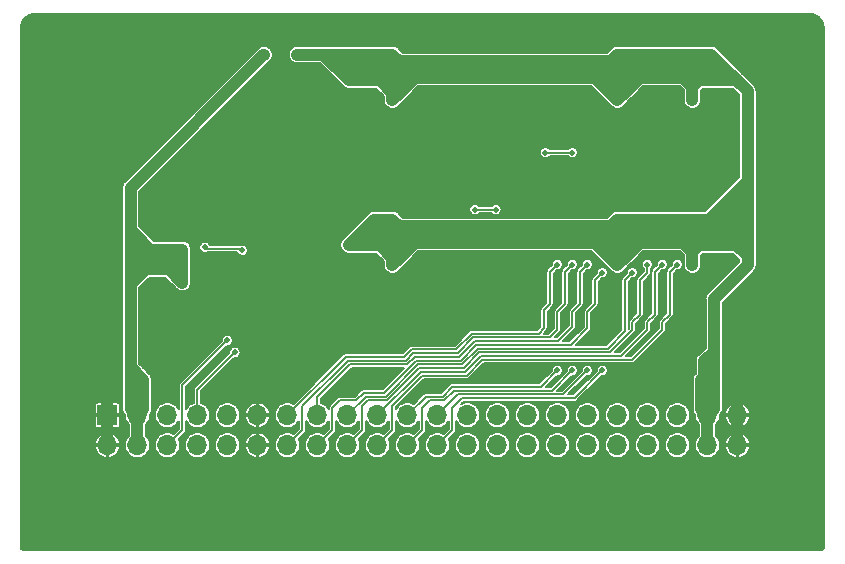
<source format=gbl>
G04 #@! TF.GenerationSoftware,KiCad,Pcbnew,(5.1.10-1-10_14)*
G04 #@! TF.CreationDate,2021-11-18T23:27:22-05:00*
G04 #@! TF.ProjectId,MacClassicRAMCard,4d616343-6c61-4737-9369-6352414d4361,rev?*
G04 #@! TF.SameCoordinates,Original*
G04 #@! TF.FileFunction,Copper,L2,Bot*
G04 #@! TF.FilePolarity,Positive*
%FSLAX46Y46*%
G04 Gerber Fmt 4.6, Leading zero omitted, Abs format (unit mm)*
G04 Created by KiCad (PCBNEW (5.1.10-1-10_14)) date 2021-11-18 23:27:22*
%MOMM*%
%LPD*%
G01*
G04 APERTURE LIST*
G04 #@! TA.AperFunction,ComponentPad*
%ADD10O,1.700000X1.700000*%
G04 #@! TD*
G04 #@! TA.AperFunction,ComponentPad*
%ADD11R,1.700000X1.700000*%
G04 #@! TD*
G04 #@! TA.AperFunction,ComponentPad*
%ADD12C,2.000000*%
G04 #@! TD*
G04 #@! TA.AperFunction,ViaPad*
%ADD13C,0.600000*%
G04 #@! TD*
G04 #@! TA.AperFunction,ViaPad*
%ADD14C,0.500000*%
G04 #@! TD*
G04 #@! TA.AperFunction,ViaPad*
%ADD15C,1.000000*%
G04 #@! TD*
G04 #@! TA.AperFunction,Conductor*
%ADD16C,1.000000*%
G04 #@! TD*
G04 #@! TA.AperFunction,Conductor*
%ADD17C,0.150000*%
G04 #@! TD*
G04 #@! TA.AperFunction,Conductor*
%ADD18C,0.154000*%
G04 #@! TD*
G04 #@! TA.AperFunction,Conductor*
%ADD19C,0.100000*%
G04 #@! TD*
G04 APERTURE END LIST*
D10*
X147320000Y-125730000D03*
X147320000Y-123190000D03*
X144780000Y-125730000D03*
X144780000Y-123190000D03*
X142240000Y-125730000D03*
X142240000Y-123190000D03*
X139700000Y-125730000D03*
X139700000Y-123190000D03*
X137160000Y-125730000D03*
X137160000Y-123190000D03*
X134620000Y-125730000D03*
X134620000Y-123190000D03*
X132080000Y-125730000D03*
X132080000Y-123190000D03*
X129540000Y-125730000D03*
X129540000Y-123190000D03*
X127000000Y-125730000D03*
X127000000Y-123190000D03*
X124460000Y-125730000D03*
X124460000Y-123190000D03*
X121920000Y-125730000D03*
X121920000Y-123190000D03*
X119380000Y-125730000D03*
X119380000Y-123190000D03*
X116840000Y-125730000D03*
X116840000Y-123190000D03*
X114300000Y-125730000D03*
X114300000Y-123190000D03*
X111760000Y-125730000D03*
X111760000Y-123190000D03*
X109220000Y-125730000D03*
X109220000Y-123190000D03*
X106680000Y-125730000D03*
X106680000Y-123190000D03*
X104140000Y-125730000D03*
X104140000Y-123190000D03*
X101600000Y-125730000D03*
X101600000Y-123190000D03*
X99060000Y-125730000D03*
X99060000Y-123190000D03*
X96520000Y-125730000D03*
X96520000Y-123190000D03*
X93980000Y-125730000D03*
D11*
X93980000Y-123190000D03*
D12*
X94234000Y-133350000D03*
X147066000Y-133350000D03*
X87884000Y-90424000D03*
X153416000Y-90424000D03*
D13*
X137160000Y-96520000D03*
X137160000Y-92646500D03*
X137160000Y-106616500D03*
X137160000Y-110490000D03*
X143510000Y-110490000D03*
X143573500Y-106616500D03*
X143510000Y-96520000D03*
X143510000Y-92646500D03*
X118110000Y-96520000D03*
X118110000Y-110490000D03*
X117348000Y-94615000D03*
X144272000Y-94615000D03*
X144272000Y-108585000D03*
X117348000Y-108585000D03*
X146050000Y-93662500D03*
X147193000Y-94805500D03*
X146050000Y-107632500D03*
X147193000Y-108775500D03*
X114427000Y-108775500D03*
X115570000Y-107632500D03*
X114427000Y-94805500D03*
X115570000Y-93662500D03*
X145351500Y-119126000D03*
X144272000Y-120269000D03*
X97028000Y-120269000D03*
X95948500Y-119126000D03*
D14*
X118110000Y-92710000D03*
D13*
X118046500Y-106616500D03*
X99568000Y-110617000D03*
X100330000Y-109156500D03*
X100330000Y-111950500D03*
X97282000Y-110807500D03*
X98425000Y-109664500D03*
D15*
X107251500Y-92646500D03*
X110045500Y-92646500D03*
D13*
X94551500Y-119126000D03*
X93472000Y-120269000D03*
X137160000Y-105473500D03*
X137160000Y-101600000D03*
X137160000Y-119443500D03*
X137160000Y-115570000D03*
X143510000Y-115570000D03*
X143510000Y-119443500D03*
X143510000Y-105473500D03*
X143510000Y-101600000D03*
X118110000Y-115570000D03*
X118110000Y-119443500D03*
X117348000Y-117475000D03*
X144272000Y-117475000D03*
X144272000Y-103505000D03*
X117348000Y-103505000D03*
X118110000Y-105473500D03*
X118110000Y-101600000D03*
X147193000Y-96139000D03*
X144907000Y-96139000D03*
X147193000Y-110109000D03*
X144907000Y-110109000D03*
X116713000Y-110109000D03*
X114427000Y-110109000D03*
X115570000Y-111252000D03*
X146050000Y-111252000D03*
X146050000Y-97282000D03*
X114427000Y-96139000D03*
X115570000Y-97282000D03*
X116713000Y-96139000D03*
X146748500Y-119126000D03*
X147828000Y-120269000D03*
D14*
X125730000Y-110617000D03*
X124460000Y-110617000D03*
X125095000Y-115443000D03*
X132080000Y-111887000D03*
X133350000Y-111887000D03*
X134620000Y-111887000D03*
X135890000Y-111887000D03*
X138430000Y-111887000D03*
X139700000Y-111887000D03*
X140970000Y-111887000D03*
X142240000Y-111887000D03*
X131445000Y-115443000D03*
X132715000Y-115443000D03*
X133985000Y-115443000D03*
X135255000Y-115443000D03*
X139065000Y-115443000D03*
X140335000Y-115443000D03*
X141605000Y-115443000D03*
X120015000Y-121475500D03*
X129540000Y-106045000D03*
X132080000Y-101473000D03*
X130048000Y-101473000D03*
X131445000Y-97409000D03*
X134620000Y-101473000D03*
X135890000Y-101473000D03*
X128270000Y-89662000D03*
X143510000Y-126873000D03*
X140970000Y-126873000D03*
X135890000Y-126873000D03*
X138430000Y-126873000D03*
X128270000Y-126873000D03*
X125730000Y-126873000D03*
X130810000Y-126873000D03*
X133350000Y-126873000D03*
X118110000Y-126873000D03*
X123190000Y-126873000D03*
X115570000Y-126873000D03*
X120650000Y-126873000D03*
X113030000Y-126873000D03*
X110490000Y-126873000D03*
X107950000Y-126873000D03*
X128905000Y-97409000D03*
X130175000Y-115443000D03*
X130810000Y-111887000D03*
X129540000Y-111887000D03*
X128905000Y-115443000D03*
X123952000Y-106045000D03*
X118872000Y-111061500D03*
X123825000Y-115443000D03*
X124460000Y-97028000D03*
X120015000Y-96520000D03*
X121285000Y-96520000D03*
X122555000Y-96520000D03*
X123317000Y-97282000D03*
X127000000Y-97409000D03*
X127000000Y-100076000D03*
X127254000Y-91630500D03*
X128460500Y-91313000D03*
X129540000Y-90995500D03*
X130619500Y-90678000D03*
X133350000Y-92202000D03*
X123761500Y-91948000D03*
X122682000Y-92265500D03*
X125730000Y-101473000D03*
X137160000Y-111887000D03*
D13*
X108712000Y-115443000D03*
X107950000Y-114109500D03*
X107950000Y-116903500D03*
X97282000Y-112141000D03*
X98425000Y-113284000D03*
D14*
X108966000Y-108902500D03*
X112585500Y-103886000D03*
X104902000Y-112395000D03*
X101727000Y-113284000D03*
X105410000Y-113792000D03*
X104775000Y-121412000D03*
X103505000Y-121412000D03*
X100965000Y-121412000D03*
X102235000Y-121412000D03*
X99695000Y-121412000D03*
X98425000Y-121412000D03*
X101473000Y-117538500D03*
X100457000Y-117411500D03*
X102870000Y-118935500D03*
D13*
X99568000Y-112585500D03*
D14*
X114808000Y-119380000D03*
X102743000Y-112331500D03*
X138430000Y-89725500D03*
X123190000Y-89662000D03*
X118110000Y-89662000D03*
X113030000Y-89662000D03*
X107950000Y-89662000D03*
X133350000Y-89725500D03*
X102870000Y-89662000D03*
X102870000Y-126873000D03*
X105410000Y-126873000D03*
X97790000Y-126873000D03*
X100330000Y-126873000D03*
X95250000Y-126873000D03*
X146050000Y-126873000D03*
X112331500Y-91694000D03*
X119062500Y-92265500D03*
X110109000Y-93916500D03*
X140208000Y-121221500D03*
X141478000Y-121221500D03*
X142748000Y-121221500D03*
X138938000Y-121221500D03*
X129540000Y-119824500D03*
X112903000Y-104965500D03*
X128397000Y-106045000D03*
X154178000Y-128968500D03*
X154178000Y-134112000D03*
X87122000Y-129032000D03*
X87122000Y-134112000D03*
X92710000Y-89662000D03*
X97790000Y-89662000D03*
X143510000Y-89725500D03*
X148590000Y-89725500D03*
X87122000Y-123952000D03*
X87122000Y-118872000D03*
X87122000Y-108712000D03*
X87122000Y-113792000D03*
X87122000Y-103632000D03*
X87122000Y-98552000D03*
X87122000Y-93472000D03*
X154178000Y-118808500D03*
X154178000Y-123952000D03*
X154178000Y-113792000D03*
X154178000Y-108648500D03*
X154178000Y-103632000D03*
X154178000Y-98488500D03*
X154178000Y-93472000D03*
X149098000Y-134112000D03*
X138938000Y-134112000D03*
X144018000Y-134112000D03*
X128778000Y-134112000D03*
X133858000Y-134112000D03*
X123698000Y-134112000D03*
X92202000Y-134112000D03*
X102362000Y-134112000D03*
X97282000Y-134112000D03*
X112522000Y-134112000D03*
X107442000Y-134112000D03*
X117602000Y-134112000D03*
X140970000Y-110426500D03*
X138430000Y-111125000D03*
X134620000Y-110426500D03*
X132080000Y-110426500D03*
X142240000Y-110426500D03*
X139700000Y-110426500D03*
X135890000Y-111125000D03*
X133350000Y-110426500D03*
X104140000Y-116840000D03*
X133350000Y-100965000D03*
X131064000Y-100965000D03*
X104775000Y-117856000D03*
X133350000Y-119380000D03*
X132080000Y-119380000D03*
X135890000Y-119380000D03*
X134620000Y-119380000D03*
X126873000Y-105791000D03*
X125095000Y-105791000D03*
X105410000Y-109220000D03*
X102235000Y-108966000D03*
D16*
X144780000Y-123190000D02*
X144780000Y-125730000D01*
X96520000Y-123190000D02*
X96520000Y-125730000D01*
X145351500Y-122618500D02*
X144780000Y-123190000D01*
X145351500Y-119126000D02*
X145351500Y-122618500D01*
X144272000Y-120205500D02*
X145351500Y-119126000D01*
X144272000Y-120269000D02*
X144272000Y-120205500D01*
X144272000Y-122682000D02*
X144272000Y-120269000D01*
X144780000Y-123190000D02*
X144272000Y-122682000D01*
X144780000Y-119697500D02*
X145351500Y-119126000D01*
X144780000Y-123190000D02*
X144780000Y-119697500D01*
X97028000Y-120205500D02*
X97028000Y-120269000D01*
X95948500Y-119126000D02*
X97028000Y-120205500D01*
X97028000Y-122682000D02*
X96520000Y-123190000D01*
X97028000Y-120269000D02*
X97028000Y-122682000D01*
X95948500Y-122618500D02*
X96520000Y-123190000D01*
X95948500Y-119126000D02*
X95948500Y-122618500D01*
X96520000Y-119697500D02*
X95948500Y-119126000D01*
X96520000Y-123190000D02*
X96520000Y-119697500D01*
X145351500Y-119126000D02*
X145351500Y-113347500D01*
X145351500Y-113347500D02*
X148209000Y-110490000D01*
X147256500Y-108775500D02*
X147193000Y-108775500D01*
X148209000Y-109728000D02*
X147256500Y-108775500D01*
X147066000Y-108585000D02*
X148209000Y-109728000D01*
X144272000Y-108585000D02*
X147066000Y-108585000D01*
X144462500Y-108775500D02*
X144272000Y-108585000D01*
X147193000Y-108775500D02*
X144462500Y-108775500D01*
X145034000Y-106616500D02*
X147193000Y-108775500D01*
X143510000Y-106616500D02*
X145034000Y-106616500D01*
X143510000Y-107823000D02*
X144272000Y-108585000D01*
X143510000Y-106616500D02*
X143510000Y-107823000D01*
X145669000Y-108775500D02*
X147193000Y-108775500D01*
X143510000Y-106616500D02*
X145669000Y-108775500D01*
X147193000Y-108775500D02*
X147066000Y-108775500D01*
X147066000Y-108775500D02*
X144907000Y-106616500D01*
X144272000Y-108585000D02*
X139128500Y-108585000D01*
X144272000Y-108585000D02*
X139065000Y-108585000D01*
X137160000Y-110490000D02*
X137160000Y-106616500D01*
X117348000Y-108585000D02*
X135191500Y-108585000D01*
X117348000Y-108585000D02*
X135255000Y-108585000D01*
X118110000Y-109347000D02*
X118110000Y-110490000D01*
X117348000Y-108585000D02*
X118110000Y-109347000D01*
X117348000Y-108585000D02*
X118110000Y-107823000D01*
X143510000Y-109347000D02*
X144272000Y-108585000D01*
X143510000Y-110490000D02*
X143510000Y-109347000D01*
X142748000Y-108585000D02*
X143510000Y-107823000D01*
X139065000Y-108585000D02*
X142748000Y-108585000D01*
X142748000Y-108585000D02*
X143510000Y-109347000D01*
X144081500Y-108775500D02*
X143510000Y-109347000D01*
X147193000Y-108775500D02*
X144081500Y-108775500D01*
X135255000Y-108585000D02*
X139065000Y-108585000D01*
X137858500Y-107315000D02*
X137826750Y-107283250D01*
X137858500Y-109791500D02*
X137858500Y-107315000D01*
X137858500Y-109791500D02*
X137160000Y-110490000D01*
X137826750Y-107283250D02*
X137160000Y-106616500D01*
X139128500Y-108585000D02*
X137826750Y-107283250D01*
X139065000Y-108585000D02*
X137858500Y-109791500D01*
X136398000Y-107378500D02*
X136556750Y-107219750D01*
X136398000Y-109728000D02*
X136398000Y-107378500D01*
X136556750Y-107219750D02*
X137160000Y-106616500D01*
X135255000Y-108585000D02*
X136398000Y-109728000D01*
X135191500Y-108585000D02*
X136556750Y-107219750D01*
X136398000Y-109728000D02*
X137160000Y-110490000D01*
X145097500Y-106616500D02*
X148209000Y-109728000D01*
X144907000Y-106616500D02*
X145097500Y-106616500D01*
X114427000Y-108775500D02*
X117030500Y-108775500D01*
X118110000Y-109855000D02*
X118110000Y-110490000D01*
X117030500Y-108775500D02*
X118110000Y-109855000D01*
X116395500Y-107632500D02*
X117348000Y-108585000D01*
X115570000Y-107632500D02*
X116395500Y-107632500D01*
X114427000Y-108775500D02*
X114998500Y-108775500D01*
X120078500Y-108585000D02*
X135191500Y-108585000D01*
X135191500Y-108585000D02*
X120015000Y-108585000D01*
X118745000Y-107251500D02*
X118713250Y-107219750D01*
X120015000Y-108585000D02*
X118745000Y-109855000D01*
X118745000Y-109855000D02*
X118745000Y-107251500D01*
X118713250Y-107219750D02*
X120078500Y-108585000D01*
X118745000Y-109855000D02*
X118110000Y-110490000D01*
X135953500Y-107823000D02*
X137160000Y-106616500D01*
X118110000Y-107823000D02*
X135953500Y-107823000D01*
X137160000Y-106616500D02*
X143510000Y-106616500D01*
X137160000Y-106616500D02*
X138137900Y-107594400D01*
X142532100Y-107594400D02*
X143510000Y-106616500D01*
X138137900Y-107594400D02*
X142532100Y-107594400D01*
X136588500Y-107188000D02*
X137160000Y-106616500D01*
X118681500Y-107188000D02*
X136588500Y-107188000D01*
X118110000Y-106616500D02*
X118681500Y-107188000D01*
X118110000Y-106616500D02*
X117157500Y-106616500D01*
X117157500Y-106616500D02*
X114998500Y-108775500D01*
X115951000Y-108775500D02*
X114998500Y-108775500D01*
X116586000Y-106616500D02*
X114427000Y-108775500D01*
X118110000Y-106616500D02*
X116586000Y-106616500D01*
X118110000Y-106616500D02*
X118713250Y-107219750D01*
X118110000Y-106616500D02*
X115951000Y-108775500D01*
X118110000Y-107823000D02*
X118110000Y-106616500D01*
X118110000Y-106616500D02*
X118110000Y-110490000D01*
X137160000Y-92646500D02*
X143510000Y-92646500D01*
X117030500Y-94805500D02*
X118110000Y-95885000D01*
X137826750Y-93313250D02*
X137160000Y-92646500D01*
X137858500Y-95821500D02*
X137160000Y-96520000D01*
X137858500Y-93345000D02*
X137826750Y-93313250D01*
X137858500Y-95821500D02*
X137858500Y-93345000D01*
X139065000Y-94615000D02*
X137858500Y-95821500D01*
X139128500Y-94615000D02*
X137826750Y-93313250D01*
X135255000Y-94615000D02*
X139065000Y-94615000D01*
X118110000Y-95885000D02*
X118110000Y-96520000D01*
X118110000Y-92646500D02*
X116586000Y-92646500D01*
X118110000Y-93853000D02*
X118110000Y-92646500D01*
X116586000Y-92646500D02*
X114427000Y-94805500D01*
X118110000Y-92646500D02*
X118713250Y-93249750D01*
X118110000Y-92646500D02*
X118110000Y-96520000D01*
X118110000Y-92646500D02*
X115951000Y-94805500D01*
X115951000Y-94805500D02*
X114998500Y-94805500D01*
X117157500Y-92646500D02*
X114998500Y-94805500D01*
X147066000Y-94805500D02*
X144907000Y-92646500D01*
X117348000Y-94615000D02*
X118110000Y-93853000D01*
X143510000Y-92646500D02*
X145034000Y-92646500D01*
X118110000Y-95377000D02*
X118110000Y-96520000D01*
X148209000Y-95758000D02*
X147256500Y-94805500D01*
X144272000Y-94615000D02*
X139128500Y-94615000D01*
X144272000Y-94615000D02*
X139065000Y-94615000D01*
X137160000Y-96520000D02*
X137160000Y-92646500D01*
X147193000Y-94805500D02*
X147066000Y-94805500D01*
X147256500Y-94805500D02*
X147193000Y-94805500D01*
X145034000Y-92646500D02*
X147193000Y-94805500D01*
X117348000Y-94615000D02*
X118110000Y-95377000D01*
X117348000Y-94615000D02*
X135191500Y-94615000D01*
X117348000Y-94615000D02*
X135255000Y-94615000D01*
X144907000Y-92646500D02*
X145097500Y-92646500D01*
X145097500Y-92646500D02*
X148209000Y-95758000D01*
X118110000Y-92646500D02*
X118681500Y-93218000D01*
X118110000Y-92646500D02*
X117157500Y-92646500D01*
X136398000Y-95758000D02*
X137160000Y-96520000D01*
X136398000Y-93408500D02*
X136556750Y-93249750D01*
X136398000Y-95758000D02*
X136398000Y-93408500D01*
X135191500Y-94615000D02*
X136556750Y-93249750D01*
X135255000Y-94615000D02*
X136398000Y-95758000D01*
X136556750Y-93249750D02*
X137160000Y-92646500D01*
X139065000Y-94615000D02*
X142748000Y-94615000D01*
X143510000Y-92646500D02*
X143510000Y-93853000D01*
X143510000Y-92646500D02*
X145669000Y-94805500D01*
X145669000Y-94805500D02*
X147193000Y-94805500D01*
X143510000Y-95377000D02*
X144272000Y-94615000D01*
X136588500Y-93218000D02*
X137160000Y-92646500D01*
X118681500Y-93218000D02*
X136588500Y-93218000D01*
X142532100Y-93624400D02*
X143510000Y-92646500D01*
X138137900Y-93624400D02*
X142532100Y-93624400D01*
X114427000Y-94805500D02*
X114998500Y-94805500D01*
X135191500Y-94615000D02*
X120015000Y-94615000D01*
X120078500Y-94615000D02*
X135191500Y-94615000D01*
X114427000Y-94805500D02*
X117030500Y-94805500D01*
X120015000Y-94615000D02*
X118745000Y-95885000D01*
X137160000Y-92646500D02*
X138137900Y-93624400D01*
X118745000Y-93281500D02*
X118713250Y-93249750D01*
X118110000Y-93853000D02*
X135953500Y-93853000D01*
X135953500Y-93853000D02*
X137160000Y-92646500D01*
X118745000Y-95885000D02*
X118110000Y-96520000D01*
X142748000Y-94615000D02*
X143510000Y-95377000D01*
X118713250Y-93249750D02*
X120078500Y-94615000D01*
X118745000Y-95885000D02*
X118745000Y-93281500D01*
X147193000Y-94805500D02*
X144081500Y-94805500D01*
X144081500Y-94805500D02*
X143510000Y-95377000D01*
X144462500Y-94805500D02*
X144272000Y-94615000D01*
X147193000Y-94805500D02*
X144462500Y-94805500D01*
X142748000Y-94615000D02*
X143510000Y-93853000D01*
X144272000Y-94615000D02*
X147066000Y-94615000D01*
X147066000Y-94615000D02*
X148209000Y-95758000D01*
X143510000Y-93853000D02*
X144272000Y-94615000D01*
X143510000Y-96520000D02*
X143510000Y-95377000D01*
X148209000Y-103314500D02*
X148209000Y-95758000D01*
X144907000Y-106616500D02*
X148209000Y-103314500D01*
X144907000Y-106616500D02*
X146240500Y-106616500D01*
X148209000Y-104648000D02*
X148209000Y-103314500D01*
X146240500Y-106616500D02*
X148209000Y-104648000D01*
X144907000Y-106616500D02*
X146494500Y-106616500D01*
X148209000Y-108331000D02*
X148209000Y-110490000D01*
X146494500Y-106616500D02*
X148209000Y-108331000D01*
X146240500Y-106616500D02*
X147510500Y-106616500D01*
X148209000Y-105918000D02*
X148209000Y-104648000D01*
X147510500Y-106616500D02*
X148209000Y-105918000D01*
X147637500Y-106616500D02*
X148209000Y-107188000D01*
X147510500Y-106616500D02*
X147637500Y-106616500D01*
X148209000Y-107188000D02*
X148209000Y-103314500D01*
X148209000Y-110490000D02*
X148209000Y-107188000D01*
X144272000Y-120269000D02*
X144526000Y-120015000D01*
X144526000Y-120015000D02*
X144526000Y-118618000D01*
X145351500Y-117792500D02*
X145351500Y-113347500D01*
X144526000Y-118618000D02*
X145351500Y-117792500D01*
X97282000Y-110807500D02*
X99259502Y-110807500D01*
X98933000Y-109156500D02*
X97282000Y-110807500D01*
X100330000Y-109156500D02*
X98933000Y-109156500D01*
X98615500Y-109664500D02*
X99568000Y-110617000D01*
X98425000Y-109664500D02*
X98615500Y-109664500D01*
X98679000Y-110807500D02*
X97282000Y-110807500D01*
X100330000Y-109156500D02*
X98679000Y-110807500D01*
X97282000Y-110807500D02*
X97218500Y-110807500D01*
X95948500Y-112077500D02*
X95948500Y-112141000D01*
X97218500Y-110807500D02*
X95948500Y-112077500D01*
X95948500Y-119126000D02*
X95948500Y-112141000D01*
X98869500Y-109156500D02*
X100330000Y-109156500D01*
X95948500Y-112077500D02*
X98869500Y-109156500D01*
X95948500Y-109474000D02*
X95948500Y-109347000D01*
X97282000Y-110807500D02*
X95948500Y-109474000D01*
X95948500Y-110807500D02*
X97282000Y-110807500D01*
X95948500Y-112141000D02*
X95948500Y-110807500D01*
X95948500Y-110807500D02*
X95948500Y-109347000D01*
X96139000Y-109156500D02*
X95948500Y-109347000D01*
X100330000Y-109156500D02*
X96139000Y-109156500D01*
X96266000Y-109664500D02*
X95948500Y-109347000D01*
X98425000Y-109664500D02*
X96266000Y-109664500D01*
X95948500Y-106997500D02*
X95948500Y-107505500D01*
X95948500Y-109347000D02*
X95948500Y-106997500D01*
X98107500Y-109664500D02*
X98425000Y-109664500D01*
X95948500Y-107505500D02*
X98107500Y-109664500D01*
X100330000Y-111950500D02*
X100330000Y-109156500D01*
X99187000Y-110807500D02*
X100330000Y-111950500D01*
X97282000Y-110807500D02*
X99187000Y-110807500D01*
X95948500Y-103949500D02*
X107188000Y-92710000D01*
X95948500Y-106997500D02*
X95948500Y-103949500D01*
X118110000Y-92710000D02*
X118046500Y-92646500D01*
X107251500Y-92646500D02*
X107188000Y-92710000D01*
X113284000Y-93662500D02*
X115570000Y-93662500D01*
X114554000Y-92646500D02*
X115570000Y-93662500D01*
X112268000Y-92646500D02*
X113284000Y-93662500D01*
X112268000Y-92646500D02*
X114554000Y-92646500D01*
X112268000Y-92646500D02*
X114427000Y-94805500D01*
X116586000Y-92646500D02*
X112268000Y-92646500D01*
X112331500Y-92710000D02*
X118110000Y-92710000D01*
X112268000Y-92646500D02*
X112331500Y-92710000D01*
X112268000Y-92646500D02*
X110045500Y-92646500D01*
X147320000Y-123190000D02*
X147320000Y-125730000D01*
X93980000Y-123190000D02*
X93980000Y-125730000D01*
X93980000Y-119697500D02*
X94551500Y-119126000D01*
X93980000Y-123190000D02*
X93980000Y-119697500D01*
X93472000Y-120205500D02*
X93472000Y-120269000D01*
X94551500Y-119126000D02*
X93472000Y-120205500D01*
X93980000Y-120777000D02*
X93472000Y-120269000D01*
X93980000Y-123190000D02*
X93980000Y-120777000D01*
X147320000Y-120777000D02*
X147828000Y-120269000D01*
X147320000Y-123190000D02*
X147320000Y-120777000D01*
X147320000Y-119697500D02*
X146748500Y-119126000D01*
X147320000Y-123190000D02*
X147320000Y-119697500D01*
X147828000Y-120205500D02*
X147828000Y-120269000D01*
X146748500Y-119126000D02*
X147828000Y-120205500D01*
X94551500Y-120205500D02*
X93980000Y-120777000D01*
X94551500Y-119126000D02*
X94551500Y-120205500D01*
X146748500Y-120205500D02*
X147320000Y-120777000D01*
X146748500Y-119126000D02*
X146748500Y-120205500D01*
D17*
X140335000Y-111061500D02*
X140970000Y-110426500D01*
X140335000Y-114681000D02*
X140335000Y-111061500D01*
X139700000Y-115316000D02*
X140335000Y-114681000D01*
X139700000Y-115951000D02*
X139700000Y-115316000D01*
X125603000Y-118173500D02*
X137477500Y-118173500D01*
X137477500Y-118173500D02*
X139700000Y-115951000D01*
X124269500Y-119507000D02*
X125603000Y-118173500D01*
X120523000Y-119507000D02*
X124269500Y-119507000D01*
X116840000Y-123190000D02*
X120523000Y-119507000D01*
X137795000Y-111760000D02*
X138430000Y-111125000D01*
X137795000Y-116078000D02*
X137795000Y-111760000D01*
X136334500Y-117538500D02*
X137795000Y-116078000D01*
X124015500Y-118872000D02*
X125349000Y-117538500D01*
X117538500Y-121602500D02*
X120269000Y-118872000D01*
X125349000Y-117538500D02*
X136334500Y-117538500D01*
X115887500Y-121602500D02*
X117538500Y-121602500D01*
X120269000Y-118872000D02*
X124015500Y-118872000D01*
X114300000Y-123190000D02*
X115887500Y-121602500D01*
X111760000Y-121666000D02*
X111760000Y-123190000D01*
X114554000Y-118872000D02*
X111760000Y-121666000D01*
X119380000Y-118872000D02*
X114554000Y-118872000D01*
X120015000Y-118237000D02*
X119380000Y-118872000D01*
X123761500Y-118237000D02*
X120015000Y-118237000D01*
X125095000Y-116903500D02*
X123761500Y-118237000D01*
X132143500Y-116903500D02*
X125095000Y-116903500D01*
X133350000Y-115697000D02*
X132143500Y-116903500D01*
X133985000Y-113792000D02*
X133350000Y-114427000D01*
X133350000Y-114427000D02*
X133350000Y-115697000D01*
X133985000Y-111061500D02*
X133985000Y-113792000D01*
X134620000Y-110426500D02*
X133985000Y-111061500D01*
X114173000Y-118237000D02*
X109220000Y-123190000D01*
X119126000Y-118237000D02*
X114173000Y-118237000D01*
X119761000Y-117602000D02*
X119126000Y-118237000D01*
X123507500Y-117602000D02*
X119761000Y-117602000D01*
X124841000Y-116268500D02*
X123507500Y-117602000D01*
X130492500Y-116268500D02*
X124841000Y-116268500D01*
X130937000Y-115824000D02*
X130492500Y-116268500D01*
X130937000Y-114300000D02*
X130937000Y-115824000D01*
X131445000Y-113792000D02*
X130937000Y-114300000D01*
X131445000Y-111061500D02*
X131445000Y-113792000D01*
X132080000Y-110426500D02*
X131445000Y-111061500D01*
X141605000Y-111061500D02*
X142240000Y-110426500D01*
X140970000Y-115951000D02*
X140970000Y-115316000D01*
X138430000Y-118491000D02*
X140970000Y-115951000D01*
X125730000Y-118491000D02*
X138430000Y-118491000D01*
X141605000Y-114681000D02*
X141605000Y-111061500D01*
X120650000Y-119824500D02*
X124396500Y-119824500D01*
X124396500Y-119824500D02*
X125730000Y-118491000D01*
X118110000Y-122364500D02*
X120650000Y-119824500D01*
X140970000Y-115316000D02*
X141605000Y-114681000D01*
X118110000Y-124460000D02*
X118110000Y-122364500D01*
X116840000Y-125730000D02*
X118110000Y-124460000D01*
X115570000Y-124460000D02*
X114300000Y-125730000D01*
X115570000Y-122428000D02*
X115570000Y-124460000D01*
X116078000Y-121920000D02*
X115570000Y-122428000D01*
X117665500Y-121920000D02*
X116078000Y-121920000D01*
X124142500Y-119189500D02*
X120396000Y-119189500D01*
X120396000Y-119189500D02*
X117665500Y-121920000D01*
X125476000Y-117856000D02*
X124142500Y-119189500D01*
X136525000Y-117856000D02*
X125476000Y-117856000D01*
X138430000Y-115951000D02*
X136525000Y-117856000D01*
X139065000Y-111760000D02*
X139065000Y-114681000D01*
X139065000Y-114681000D02*
X138430000Y-115316000D01*
X139700000Y-110426500D02*
X139700000Y-111125000D01*
X138430000Y-115316000D02*
X138430000Y-115951000D01*
X139700000Y-111125000D02*
X139065000Y-111760000D01*
X113030000Y-124460000D02*
X111760000Y-125730000D01*
X113030000Y-122555000D02*
X113030000Y-124460000D01*
X113665000Y-121920000D02*
X113030000Y-122555000D01*
X115062000Y-121920000D02*
X113665000Y-121920000D01*
X117411500Y-121285000D02*
X115697000Y-121285000D01*
X115697000Y-121285000D02*
X115062000Y-121920000D01*
X120142000Y-118554500D02*
X117411500Y-121285000D01*
X123888500Y-118554500D02*
X120142000Y-118554500D01*
X125222000Y-117221000D02*
X123888500Y-118554500D01*
X133223000Y-117221000D02*
X125222000Y-117221000D01*
X134620000Y-115824000D02*
X133223000Y-117221000D01*
X134620000Y-114427000D02*
X134620000Y-115824000D01*
X135255000Y-113792000D02*
X134620000Y-114427000D01*
X135255000Y-111760000D02*
X135255000Y-113792000D01*
X135890000Y-111125000D02*
X135255000Y-111760000D01*
X110490000Y-122428000D02*
X110490000Y-124460000D01*
X114363500Y-118554500D02*
X110490000Y-122428000D01*
X110490000Y-124460000D02*
X109220000Y-125730000D01*
X119253000Y-118554500D02*
X114363500Y-118554500D01*
X119888000Y-117919500D02*
X119253000Y-118554500D01*
X123634500Y-117919500D02*
X119888000Y-117919500D01*
X124968000Y-116586000D02*
X123634500Y-117919500D01*
X131445000Y-116586000D02*
X124968000Y-116586000D01*
X133350000Y-110426500D02*
X132715000Y-111061500D01*
X132080000Y-115951000D02*
X131445000Y-116586000D01*
X132080000Y-114427000D02*
X132080000Y-115951000D01*
X132715000Y-113792000D02*
X132080000Y-114427000D01*
X132715000Y-111061500D02*
X132715000Y-113792000D01*
X100330000Y-124460000D02*
X99060000Y-125730000D01*
X100330000Y-120650000D02*
X100330000Y-124460000D01*
X104140000Y-116840000D02*
X100330000Y-120650000D01*
X131064000Y-100965000D02*
X133350000Y-100965000D01*
X101600000Y-121031000D02*
X101600000Y-123190000D01*
X104775000Y-117856000D02*
X101600000Y-121031000D01*
X131635500Y-121094500D02*
X133350000Y-119380000D01*
X120650000Y-124460000D02*
X120650000Y-122555000D01*
X119380000Y-125730000D02*
X120650000Y-124460000D01*
X131635500Y-121094500D02*
X123317000Y-121094500D01*
X123317000Y-121094500D02*
X122491500Y-121920000D01*
X121285000Y-121920000D02*
X120650000Y-122555000D01*
X122491500Y-121920000D02*
X121285000Y-121920000D01*
X130683000Y-120777000D02*
X132080000Y-119380000D01*
X130683000Y-120777000D02*
X123190000Y-120777000D01*
X123190000Y-120777000D02*
X122364500Y-121602500D01*
X120967500Y-121602500D02*
X119380000Y-123190000D01*
X122364500Y-121602500D02*
X120967500Y-121602500D01*
X124015500Y-121729500D02*
X133540500Y-121729500D01*
X133540500Y-121729500D02*
X135890000Y-119380000D01*
X123190000Y-122555000D02*
X124015500Y-121729500D01*
X123190000Y-124460000D02*
X123190000Y-122555000D01*
X121920000Y-125730000D02*
X123190000Y-124460000D01*
X132588000Y-121412000D02*
X134620000Y-119380000D01*
X123698000Y-121412000D02*
X132588000Y-121412000D01*
X121920000Y-123190000D02*
X123698000Y-121412000D01*
X126873000Y-105791000D02*
X125095000Y-105791000D01*
X102362000Y-109093000D02*
X102235000Y-108966000D01*
X105283000Y-109093000D02*
X102362000Y-109093000D01*
X105410000Y-109220000D02*
X105283000Y-109093000D01*
D18*
X153652293Y-89230636D02*
X153879586Y-89299261D01*
X154089219Y-89410724D01*
X154273213Y-89560785D01*
X154424552Y-89743725D01*
X154537477Y-89952577D01*
X154607685Y-90179381D01*
X154634001Y-90429761D01*
X154634000Y-118569526D01*
X154634001Y-118569536D01*
X154634000Y-134351029D01*
X154628713Y-134404951D01*
X154617400Y-134442419D01*
X154599028Y-134476973D01*
X154574293Y-134507301D01*
X154544136Y-134532249D01*
X154509711Y-134550863D01*
X154472323Y-134562436D01*
X154419390Y-134568000D01*
X86882971Y-134568000D01*
X86829049Y-134562713D01*
X86791581Y-134551400D01*
X86757027Y-134533028D01*
X86726699Y-134508293D01*
X86701751Y-134478136D01*
X86683137Y-134443711D01*
X86671564Y-134406323D01*
X86666000Y-134353390D01*
X86666000Y-125970821D01*
X92926162Y-125970821D01*
X92993393Y-126171787D01*
X93098539Y-126355776D01*
X93237559Y-126515716D01*
X93405110Y-126645462D01*
X93594754Y-126740027D01*
X93739179Y-126783834D01*
X93907000Y-126750643D01*
X93907000Y-125803000D01*
X94053000Y-125803000D01*
X94053000Y-126750643D01*
X94220821Y-126783834D01*
X94365246Y-126740027D01*
X94554890Y-126645462D01*
X94722441Y-126515716D01*
X94861461Y-126355776D01*
X94966607Y-126171787D01*
X95033838Y-125970821D01*
X95000786Y-125803000D01*
X94053000Y-125803000D01*
X93907000Y-125803000D01*
X92959214Y-125803000D01*
X92926162Y-125970821D01*
X86666000Y-125970821D01*
X86666000Y-125489179D01*
X92926162Y-125489179D01*
X92959214Y-125657000D01*
X93907000Y-125657000D01*
X93907000Y-124709357D01*
X94053000Y-124709357D01*
X94053000Y-125657000D01*
X95000786Y-125657000D01*
X95033838Y-125489179D01*
X94966607Y-125288213D01*
X94861461Y-125104224D01*
X94722441Y-124944284D01*
X94554890Y-124814538D01*
X94365246Y-124719973D01*
X94220821Y-124676166D01*
X94053000Y-124709357D01*
X93907000Y-124709357D01*
X93739179Y-124676166D01*
X93594754Y-124719973D01*
X93405110Y-124814538D01*
X93237559Y-124944284D01*
X93098539Y-125104224D01*
X92993393Y-125288213D01*
X92926162Y-125489179D01*
X86666000Y-125489179D01*
X86666000Y-124040000D01*
X92897882Y-124040000D01*
X92902342Y-124085284D01*
X92915551Y-124128828D01*
X92937001Y-124168958D01*
X92965868Y-124204132D01*
X93001042Y-124232999D01*
X93041172Y-124254449D01*
X93084716Y-124267658D01*
X93130000Y-124272118D01*
X93849250Y-124271000D01*
X93907000Y-124213250D01*
X93907000Y-123263000D01*
X94053000Y-123263000D01*
X94053000Y-124213250D01*
X94110750Y-124271000D01*
X94830000Y-124272118D01*
X94875284Y-124267658D01*
X94918828Y-124254449D01*
X94958958Y-124232999D01*
X94994132Y-124204132D01*
X95022999Y-124168958D01*
X95044449Y-124128828D01*
X95057658Y-124085284D01*
X95062118Y-124040000D01*
X95061000Y-123320750D01*
X95003250Y-123263000D01*
X94053000Y-123263000D01*
X93907000Y-123263000D01*
X92956750Y-123263000D01*
X92899000Y-123320750D01*
X92897882Y-124040000D01*
X86666000Y-124040000D01*
X86666000Y-122340000D01*
X92897882Y-122340000D01*
X92899000Y-123059250D01*
X92956750Y-123117000D01*
X93907000Y-123117000D01*
X93907000Y-122166750D01*
X94053000Y-122166750D01*
X94053000Y-123117000D01*
X95003250Y-123117000D01*
X95061000Y-123059250D01*
X95062118Y-122340000D01*
X95057658Y-122294716D01*
X95044449Y-122251172D01*
X95022999Y-122211042D01*
X94994132Y-122175868D01*
X94958958Y-122147001D01*
X94918828Y-122125551D01*
X94875284Y-122112342D01*
X94830000Y-122107882D01*
X94110750Y-122109000D01*
X94053000Y-122166750D01*
X93907000Y-122166750D01*
X93849250Y-122109000D01*
X93130000Y-122107882D01*
X93084716Y-122112342D01*
X93041172Y-122125551D01*
X93001042Y-122147001D01*
X92965868Y-122175868D01*
X92937001Y-122211042D01*
X92915551Y-122251172D01*
X92902342Y-122294716D01*
X92897882Y-122340000D01*
X86666000Y-122340000D01*
X86666000Y-110807500D01*
X95213964Y-110807500D01*
X95217501Y-110843411D01*
X95217500Y-112041599D01*
X95217500Y-112041609D01*
X95213965Y-112077500D01*
X95217500Y-112113391D01*
X95217500Y-112176901D01*
X95217501Y-112176911D01*
X95217500Y-119090099D01*
X95217500Y-119090109D01*
X95213965Y-119126000D01*
X95217500Y-119161891D01*
X95217501Y-122582599D01*
X95213965Y-122618500D01*
X95217501Y-122654401D01*
X95228079Y-122761801D01*
X95234206Y-122782000D01*
X95269877Y-122899594D01*
X95337756Y-123026586D01*
X95406220Y-123110009D01*
X95406221Y-123110010D01*
X95429106Y-123137895D01*
X95439000Y-123146015D01*
X95439000Y-123296469D01*
X95480543Y-123505316D01*
X95562031Y-123702045D01*
X95680333Y-123879097D01*
X95789000Y-123987764D01*
X95789001Y-124932235D01*
X95680333Y-125040903D01*
X95562031Y-125217955D01*
X95480543Y-125414684D01*
X95439000Y-125623531D01*
X95439000Y-125836469D01*
X95480543Y-126045316D01*
X95562031Y-126242045D01*
X95680333Y-126419097D01*
X95830903Y-126569667D01*
X96007955Y-126687969D01*
X96204684Y-126769457D01*
X96413531Y-126811000D01*
X96626469Y-126811000D01*
X96835316Y-126769457D01*
X97032045Y-126687969D01*
X97209097Y-126569667D01*
X97359667Y-126419097D01*
X97477969Y-126242045D01*
X97559457Y-126045316D01*
X97601000Y-125836469D01*
X97601000Y-125623531D01*
X97559457Y-125414684D01*
X97477969Y-125217955D01*
X97359667Y-125040903D01*
X97251000Y-124932236D01*
X97251000Y-123987764D01*
X97359667Y-123879097D01*
X97477969Y-123702045D01*
X97559457Y-123505316D01*
X97601000Y-123296469D01*
X97601000Y-123136078D01*
X97638744Y-123090087D01*
X97642248Y-123083531D01*
X97979000Y-123083531D01*
X97979000Y-123296469D01*
X98020543Y-123505316D01*
X98102031Y-123702045D01*
X98220333Y-123879097D01*
X98370903Y-124029667D01*
X98547955Y-124147969D01*
X98744684Y-124229457D01*
X98953531Y-124271000D01*
X99166469Y-124271000D01*
X99375316Y-124229457D01*
X99572045Y-124147969D01*
X99749097Y-124029667D01*
X99899667Y-123879097D01*
X100017969Y-123702045D01*
X100024001Y-123687484D01*
X100024001Y-124333249D01*
X99579943Y-124777308D01*
X99572045Y-124772031D01*
X99375316Y-124690543D01*
X99166469Y-124649000D01*
X98953531Y-124649000D01*
X98744684Y-124690543D01*
X98547955Y-124772031D01*
X98370903Y-124890333D01*
X98220333Y-125040903D01*
X98102031Y-125217955D01*
X98020543Y-125414684D01*
X97979000Y-125623531D01*
X97979000Y-125836469D01*
X98020543Y-126045316D01*
X98102031Y-126242045D01*
X98220333Y-126419097D01*
X98370903Y-126569667D01*
X98547955Y-126687969D01*
X98744684Y-126769457D01*
X98953531Y-126811000D01*
X99166469Y-126811000D01*
X99375316Y-126769457D01*
X99572045Y-126687969D01*
X99749097Y-126569667D01*
X99899667Y-126419097D01*
X100017969Y-126242045D01*
X100099457Y-126045316D01*
X100141000Y-125836469D01*
X100141000Y-125623531D01*
X100519000Y-125623531D01*
X100519000Y-125836469D01*
X100560543Y-126045316D01*
X100642031Y-126242045D01*
X100760333Y-126419097D01*
X100910903Y-126569667D01*
X101087955Y-126687969D01*
X101284684Y-126769457D01*
X101493531Y-126811000D01*
X101706469Y-126811000D01*
X101915316Y-126769457D01*
X102112045Y-126687969D01*
X102289097Y-126569667D01*
X102439667Y-126419097D01*
X102557969Y-126242045D01*
X102639457Y-126045316D01*
X102681000Y-125836469D01*
X102681000Y-125623531D01*
X103059000Y-125623531D01*
X103059000Y-125836469D01*
X103100543Y-126045316D01*
X103182031Y-126242045D01*
X103300333Y-126419097D01*
X103450903Y-126569667D01*
X103627955Y-126687969D01*
X103824684Y-126769457D01*
X104033531Y-126811000D01*
X104246469Y-126811000D01*
X104455316Y-126769457D01*
X104652045Y-126687969D01*
X104829097Y-126569667D01*
X104979667Y-126419097D01*
X105097969Y-126242045D01*
X105179457Y-126045316D01*
X105194275Y-125970821D01*
X105626162Y-125970821D01*
X105693393Y-126171787D01*
X105798539Y-126355776D01*
X105937559Y-126515716D01*
X106105110Y-126645462D01*
X106294754Y-126740027D01*
X106439179Y-126783834D01*
X106607000Y-126750643D01*
X106607000Y-125803000D01*
X106753000Y-125803000D01*
X106753000Y-126750643D01*
X106920821Y-126783834D01*
X107065246Y-126740027D01*
X107254890Y-126645462D01*
X107422441Y-126515716D01*
X107561461Y-126355776D01*
X107666607Y-126171787D01*
X107733838Y-125970821D01*
X107700786Y-125803000D01*
X106753000Y-125803000D01*
X106607000Y-125803000D01*
X105659214Y-125803000D01*
X105626162Y-125970821D01*
X105194275Y-125970821D01*
X105221000Y-125836469D01*
X105221000Y-125623531D01*
X105194276Y-125489179D01*
X105626162Y-125489179D01*
X105659214Y-125657000D01*
X106607000Y-125657000D01*
X106607000Y-124709357D01*
X106753000Y-124709357D01*
X106753000Y-125657000D01*
X107700786Y-125657000D01*
X107733838Y-125489179D01*
X107666607Y-125288213D01*
X107561461Y-125104224D01*
X107422441Y-124944284D01*
X107254890Y-124814538D01*
X107065246Y-124719973D01*
X106920821Y-124676166D01*
X106753000Y-124709357D01*
X106607000Y-124709357D01*
X106439179Y-124676166D01*
X106294754Y-124719973D01*
X106105110Y-124814538D01*
X105937559Y-124944284D01*
X105798539Y-125104224D01*
X105693393Y-125288213D01*
X105626162Y-125489179D01*
X105194276Y-125489179D01*
X105179457Y-125414684D01*
X105097969Y-125217955D01*
X104979667Y-125040903D01*
X104829097Y-124890333D01*
X104652045Y-124772031D01*
X104455316Y-124690543D01*
X104246469Y-124649000D01*
X104033531Y-124649000D01*
X103824684Y-124690543D01*
X103627955Y-124772031D01*
X103450903Y-124890333D01*
X103300333Y-125040903D01*
X103182031Y-125217955D01*
X103100543Y-125414684D01*
X103059000Y-125623531D01*
X102681000Y-125623531D01*
X102639457Y-125414684D01*
X102557969Y-125217955D01*
X102439667Y-125040903D01*
X102289097Y-124890333D01*
X102112045Y-124772031D01*
X101915316Y-124690543D01*
X101706469Y-124649000D01*
X101493531Y-124649000D01*
X101284684Y-124690543D01*
X101087955Y-124772031D01*
X100910903Y-124890333D01*
X100760333Y-125040903D01*
X100642031Y-125217955D01*
X100560543Y-125414684D01*
X100519000Y-125623531D01*
X100141000Y-125623531D01*
X100099457Y-125414684D01*
X100017969Y-125217955D01*
X100012692Y-125210057D01*
X100535754Y-124686996D01*
X100547421Y-124677421D01*
X100556996Y-124665754D01*
X100557000Y-124665750D01*
X100585659Y-124630828D01*
X100585660Y-124630827D01*
X100614074Y-124577668D01*
X100631572Y-124519986D01*
X100636000Y-124475027D01*
X100636000Y-124475018D01*
X100637479Y-124460001D01*
X100636000Y-124444984D01*
X100636000Y-123687485D01*
X100642031Y-123702045D01*
X100760333Y-123879097D01*
X100910903Y-124029667D01*
X101087955Y-124147969D01*
X101284684Y-124229457D01*
X101493531Y-124271000D01*
X101706469Y-124271000D01*
X101915316Y-124229457D01*
X102112045Y-124147969D01*
X102289097Y-124029667D01*
X102439667Y-123879097D01*
X102557969Y-123702045D01*
X102639457Y-123505316D01*
X102681000Y-123296469D01*
X102681000Y-123083531D01*
X103059000Y-123083531D01*
X103059000Y-123296469D01*
X103100543Y-123505316D01*
X103182031Y-123702045D01*
X103300333Y-123879097D01*
X103450903Y-124029667D01*
X103627955Y-124147969D01*
X103824684Y-124229457D01*
X104033531Y-124271000D01*
X104246469Y-124271000D01*
X104455316Y-124229457D01*
X104652045Y-124147969D01*
X104829097Y-124029667D01*
X104979667Y-123879097D01*
X105097969Y-123702045D01*
X105179457Y-123505316D01*
X105194275Y-123430821D01*
X105626162Y-123430821D01*
X105693393Y-123631787D01*
X105798539Y-123815776D01*
X105937559Y-123975716D01*
X106105110Y-124105462D01*
X106294754Y-124200027D01*
X106439179Y-124243834D01*
X106607000Y-124210643D01*
X106607000Y-123263000D01*
X106753000Y-123263000D01*
X106753000Y-124210643D01*
X106920821Y-124243834D01*
X107065246Y-124200027D01*
X107254890Y-124105462D01*
X107422441Y-123975716D01*
X107561461Y-123815776D01*
X107666607Y-123631787D01*
X107733838Y-123430821D01*
X107700786Y-123263000D01*
X106753000Y-123263000D01*
X106607000Y-123263000D01*
X105659214Y-123263000D01*
X105626162Y-123430821D01*
X105194275Y-123430821D01*
X105221000Y-123296469D01*
X105221000Y-123083531D01*
X105194276Y-122949179D01*
X105626162Y-122949179D01*
X105659214Y-123117000D01*
X106607000Y-123117000D01*
X106607000Y-122169357D01*
X106753000Y-122169357D01*
X106753000Y-123117000D01*
X107700786Y-123117000D01*
X107707377Y-123083531D01*
X108139000Y-123083531D01*
X108139000Y-123296469D01*
X108180543Y-123505316D01*
X108262031Y-123702045D01*
X108380333Y-123879097D01*
X108530903Y-124029667D01*
X108707955Y-124147969D01*
X108904684Y-124229457D01*
X109113531Y-124271000D01*
X109326469Y-124271000D01*
X109535316Y-124229457D01*
X109732045Y-124147969D01*
X109909097Y-124029667D01*
X110059667Y-123879097D01*
X110177969Y-123702045D01*
X110184001Y-123687484D01*
X110184001Y-124333249D01*
X109739943Y-124777308D01*
X109732045Y-124772031D01*
X109535316Y-124690543D01*
X109326469Y-124649000D01*
X109113531Y-124649000D01*
X108904684Y-124690543D01*
X108707955Y-124772031D01*
X108530903Y-124890333D01*
X108380333Y-125040903D01*
X108262031Y-125217955D01*
X108180543Y-125414684D01*
X108139000Y-125623531D01*
X108139000Y-125836469D01*
X108180543Y-126045316D01*
X108262031Y-126242045D01*
X108380333Y-126419097D01*
X108530903Y-126569667D01*
X108707955Y-126687969D01*
X108904684Y-126769457D01*
X109113531Y-126811000D01*
X109326469Y-126811000D01*
X109535316Y-126769457D01*
X109732045Y-126687969D01*
X109909097Y-126569667D01*
X110059667Y-126419097D01*
X110177969Y-126242045D01*
X110259457Y-126045316D01*
X110301000Y-125836469D01*
X110301000Y-125623531D01*
X110259457Y-125414684D01*
X110177969Y-125217955D01*
X110172692Y-125210057D01*
X110695754Y-124686996D01*
X110707421Y-124677421D01*
X110716996Y-124665754D01*
X110717000Y-124665750D01*
X110745659Y-124630828D01*
X110745660Y-124630827D01*
X110774074Y-124577668D01*
X110791572Y-124519986D01*
X110796000Y-124475027D01*
X110796000Y-124475018D01*
X110797479Y-124460001D01*
X110796000Y-124444984D01*
X110796000Y-123687485D01*
X110802031Y-123702045D01*
X110920333Y-123879097D01*
X111070903Y-124029667D01*
X111247955Y-124147969D01*
X111444684Y-124229457D01*
X111653531Y-124271000D01*
X111866469Y-124271000D01*
X112075316Y-124229457D01*
X112272045Y-124147969D01*
X112449097Y-124029667D01*
X112599667Y-123879097D01*
X112717969Y-123702045D01*
X112724001Y-123687484D01*
X112724001Y-124333249D01*
X112279943Y-124777308D01*
X112272045Y-124772031D01*
X112075316Y-124690543D01*
X111866469Y-124649000D01*
X111653531Y-124649000D01*
X111444684Y-124690543D01*
X111247955Y-124772031D01*
X111070903Y-124890333D01*
X110920333Y-125040903D01*
X110802031Y-125217955D01*
X110720543Y-125414684D01*
X110679000Y-125623531D01*
X110679000Y-125836469D01*
X110720543Y-126045316D01*
X110802031Y-126242045D01*
X110920333Y-126419097D01*
X111070903Y-126569667D01*
X111247955Y-126687969D01*
X111444684Y-126769457D01*
X111653531Y-126811000D01*
X111866469Y-126811000D01*
X112075316Y-126769457D01*
X112272045Y-126687969D01*
X112449097Y-126569667D01*
X112599667Y-126419097D01*
X112717969Y-126242045D01*
X112799457Y-126045316D01*
X112841000Y-125836469D01*
X112841000Y-125623531D01*
X112799457Y-125414684D01*
X112717969Y-125217955D01*
X112712692Y-125210057D01*
X113235754Y-124686996D01*
X113247421Y-124677421D01*
X113256996Y-124665754D01*
X113257000Y-124665750D01*
X113285659Y-124630828D01*
X113285660Y-124630827D01*
X113314074Y-124577668D01*
X113331572Y-124519986D01*
X113336000Y-124475027D01*
X113336000Y-124475018D01*
X113337479Y-124460001D01*
X113336000Y-124444984D01*
X113336000Y-123687485D01*
X113342031Y-123702045D01*
X113460333Y-123879097D01*
X113610903Y-124029667D01*
X113787955Y-124147969D01*
X113984684Y-124229457D01*
X114193531Y-124271000D01*
X114406469Y-124271000D01*
X114615316Y-124229457D01*
X114812045Y-124147969D01*
X114989097Y-124029667D01*
X115139667Y-123879097D01*
X115257969Y-123702045D01*
X115264001Y-123687484D01*
X115264001Y-124333249D01*
X114819943Y-124777308D01*
X114812045Y-124772031D01*
X114615316Y-124690543D01*
X114406469Y-124649000D01*
X114193531Y-124649000D01*
X113984684Y-124690543D01*
X113787955Y-124772031D01*
X113610903Y-124890333D01*
X113460333Y-125040903D01*
X113342031Y-125217955D01*
X113260543Y-125414684D01*
X113219000Y-125623531D01*
X113219000Y-125836469D01*
X113260543Y-126045316D01*
X113342031Y-126242045D01*
X113460333Y-126419097D01*
X113610903Y-126569667D01*
X113787955Y-126687969D01*
X113984684Y-126769457D01*
X114193531Y-126811000D01*
X114406469Y-126811000D01*
X114615316Y-126769457D01*
X114812045Y-126687969D01*
X114989097Y-126569667D01*
X115139667Y-126419097D01*
X115257969Y-126242045D01*
X115339457Y-126045316D01*
X115381000Y-125836469D01*
X115381000Y-125623531D01*
X115339457Y-125414684D01*
X115257969Y-125217955D01*
X115252692Y-125210057D01*
X115775754Y-124686996D01*
X115787421Y-124677421D01*
X115796996Y-124665754D01*
X115797000Y-124665750D01*
X115825659Y-124630828D01*
X115825660Y-124630827D01*
X115854074Y-124577668D01*
X115871572Y-124519986D01*
X115876000Y-124475027D01*
X115876000Y-124475018D01*
X115877479Y-124460001D01*
X115876000Y-124444984D01*
X115876000Y-123687485D01*
X115882031Y-123702045D01*
X116000333Y-123879097D01*
X116150903Y-124029667D01*
X116327955Y-124147969D01*
X116524684Y-124229457D01*
X116733531Y-124271000D01*
X116946469Y-124271000D01*
X117155316Y-124229457D01*
X117352045Y-124147969D01*
X117529097Y-124029667D01*
X117679667Y-123879097D01*
X117797969Y-123702045D01*
X117804000Y-123687485D01*
X117804000Y-124333250D01*
X117359943Y-124777308D01*
X117352045Y-124772031D01*
X117155316Y-124690543D01*
X116946469Y-124649000D01*
X116733531Y-124649000D01*
X116524684Y-124690543D01*
X116327955Y-124772031D01*
X116150903Y-124890333D01*
X116000333Y-125040903D01*
X115882031Y-125217955D01*
X115800543Y-125414684D01*
X115759000Y-125623531D01*
X115759000Y-125836469D01*
X115800543Y-126045316D01*
X115882031Y-126242045D01*
X116000333Y-126419097D01*
X116150903Y-126569667D01*
X116327955Y-126687969D01*
X116524684Y-126769457D01*
X116733531Y-126811000D01*
X116946469Y-126811000D01*
X117155316Y-126769457D01*
X117352045Y-126687969D01*
X117529097Y-126569667D01*
X117679667Y-126419097D01*
X117797969Y-126242045D01*
X117879457Y-126045316D01*
X117921000Y-125836469D01*
X117921000Y-125623531D01*
X117879457Y-125414684D01*
X117797969Y-125217955D01*
X117792692Y-125210057D01*
X118315755Y-124686995D01*
X118327421Y-124677421D01*
X118336996Y-124665754D01*
X118337000Y-124665750D01*
X118365659Y-124630828D01*
X118365660Y-124630827D01*
X118394074Y-124577668D01*
X118411572Y-124519986D01*
X118416000Y-124475027D01*
X118416000Y-124475018D01*
X118417479Y-124460001D01*
X118416000Y-124444984D01*
X118416000Y-123687485D01*
X118422031Y-123702045D01*
X118540333Y-123879097D01*
X118690903Y-124029667D01*
X118867955Y-124147969D01*
X119064684Y-124229457D01*
X119273531Y-124271000D01*
X119486469Y-124271000D01*
X119695316Y-124229457D01*
X119892045Y-124147969D01*
X120069097Y-124029667D01*
X120219667Y-123879097D01*
X120337969Y-123702045D01*
X120344000Y-123687485D01*
X120344000Y-124333250D01*
X119899943Y-124777308D01*
X119892045Y-124772031D01*
X119695316Y-124690543D01*
X119486469Y-124649000D01*
X119273531Y-124649000D01*
X119064684Y-124690543D01*
X118867955Y-124772031D01*
X118690903Y-124890333D01*
X118540333Y-125040903D01*
X118422031Y-125217955D01*
X118340543Y-125414684D01*
X118299000Y-125623531D01*
X118299000Y-125836469D01*
X118340543Y-126045316D01*
X118422031Y-126242045D01*
X118540333Y-126419097D01*
X118690903Y-126569667D01*
X118867955Y-126687969D01*
X119064684Y-126769457D01*
X119273531Y-126811000D01*
X119486469Y-126811000D01*
X119695316Y-126769457D01*
X119892045Y-126687969D01*
X120069097Y-126569667D01*
X120219667Y-126419097D01*
X120337969Y-126242045D01*
X120419457Y-126045316D01*
X120461000Y-125836469D01*
X120461000Y-125623531D01*
X120419457Y-125414684D01*
X120337969Y-125217955D01*
X120332692Y-125210057D01*
X120855755Y-124686995D01*
X120867421Y-124677421D01*
X120876996Y-124665754D01*
X120877000Y-124665750D01*
X120905659Y-124630828D01*
X120905660Y-124630827D01*
X120934074Y-124577668D01*
X120951572Y-124519986D01*
X120956000Y-124475027D01*
X120956000Y-124475018D01*
X120957479Y-124460001D01*
X120956000Y-124444984D01*
X120956000Y-123687485D01*
X120962031Y-123702045D01*
X121080333Y-123879097D01*
X121230903Y-124029667D01*
X121407955Y-124147969D01*
X121604684Y-124229457D01*
X121813531Y-124271000D01*
X122026469Y-124271000D01*
X122235316Y-124229457D01*
X122432045Y-124147969D01*
X122609097Y-124029667D01*
X122759667Y-123879097D01*
X122877969Y-123702045D01*
X122884000Y-123687485D01*
X122884000Y-124333250D01*
X122439943Y-124777308D01*
X122432045Y-124772031D01*
X122235316Y-124690543D01*
X122026469Y-124649000D01*
X121813531Y-124649000D01*
X121604684Y-124690543D01*
X121407955Y-124772031D01*
X121230903Y-124890333D01*
X121080333Y-125040903D01*
X120962031Y-125217955D01*
X120880543Y-125414684D01*
X120839000Y-125623531D01*
X120839000Y-125836469D01*
X120880543Y-126045316D01*
X120962031Y-126242045D01*
X121080333Y-126419097D01*
X121230903Y-126569667D01*
X121407955Y-126687969D01*
X121604684Y-126769457D01*
X121813531Y-126811000D01*
X122026469Y-126811000D01*
X122235316Y-126769457D01*
X122432045Y-126687969D01*
X122609097Y-126569667D01*
X122759667Y-126419097D01*
X122877969Y-126242045D01*
X122959457Y-126045316D01*
X123001000Y-125836469D01*
X123001000Y-125623531D01*
X123379000Y-125623531D01*
X123379000Y-125836469D01*
X123420543Y-126045316D01*
X123502031Y-126242045D01*
X123620333Y-126419097D01*
X123770903Y-126569667D01*
X123947955Y-126687969D01*
X124144684Y-126769457D01*
X124353531Y-126811000D01*
X124566469Y-126811000D01*
X124775316Y-126769457D01*
X124972045Y-126687969D01*
X125149097Y-126569667D01*
X125299667Y-126419097D01*
X125417969Y-126242045D01*
X125499457Y-126045316D01*
X125541000Y-125836469D01*
X125541000Y-125623531D01*
X125919000Y-125623531D01*
X125919000Y-125836469D01*
X125960543Y-126045316D01*
X126042031Y-126242045D01*
X126160333Y-126419097D01*
X126310903Y-126569667D01*
X126487955Y-126687969D01*
X126684684Y-126769457D01*
X126893531Y-126811000D01*
X127106469Y-126811000D01*
X127315316Y-126769457D01*
X127512045Y-126687969D01*
X127689097Y-126569667D01*
X127839667Y-126419097D01*
X127957969Y-126242045D01*
X128039457Y-126045316D01*
X128081000Y-125836469D01*
X128081000Y-125623531D01*
X128459000Y-125623531D01*
X128459000Y-125836469D01*
X128500543Y-126045316D01*
X128582031Y-126242045D01*
X128700333Y-126419097D01*
X128850903Y-126569667D01*
X129027955Y-126687969D01*
X129224684Y-126769457D01*
X129433531Y-126811000D01*
X129646469Y-126811000D01*
X129855316Y-126769457D01*
X130052045Y-126687969D01*
X130229097Y-126569667D01*
X130379667Y-126419097D01*
X130497969Y-126242045D01*
X130579457Y-126045316D01*
X130621000Y-125836469D01*
X130621000Y-125623531D01*
X130999000Y-125623531D01*
X130999000Y-125836469D01*
X131040543Y-126045316D01*
X131122031Y-126242045D01*
X131240333Y-126419097D01*
X131390903Y-126569667D01*
X131567955Y-126687969D01*
X131764684Y-126769457D01*
X131973531Y-126811000D01*
X132186469Y-126811000D01*
X132395316Y-126769457D01*
X132592045Y-126687969D01*
X132769097Y-126569667D01*
X132919667Y-126419097D01*
X133037969Y-126242045D01*
X133119457Y-126045316D01*
X133161000Y-125836469D01*
X133161000Y-125623531D01*
X133539000Y-125623531D01*
X133539000Y-125836469D01*
X133580543Y-126045316D01*
X133662031Y-126242045D01*
X133780333Y-126419097D01*
X133930903Y-126569667D01*
X134107955Y-126687969D01*
X134304684Y-126769457D01*
X134513531Y-126811000D01*
X134726469Y-126811000D01*
X134935316Y-126769457D01*
X135132045Y-126687969D01*
X135309097Y-126569667D01*
X135459667Y-126419097D01*
X135577969Y-126242045D01*
X135659457Y-126045316D01*
X135701000Y-125836469D01*
X135701000Y-125623531D01*
X136079000Y-125623531D01*
X136079000Y-125836469D01*
X136120543Y-126045316D01*
X136202031Y-126242045D01*
X136320333Y-126419097D01*
X136470903Y-126569667D01*
X136647955Y-126687969D01*
X136844684Y-126769457D01*
X137053531Y-126811000D01*
X137266469Y-126811000D01*
X137475316Y-126769457D01*
X137672045Y-126687969D01*
X137849097Y-126569667D01*
X137999667Y-126419097D01*
X138117969Y-126242045D01*
X138199457Y-126045316D01*
X138241000Y-125836469D01*
X138241000Y-125623531D01*
X138619000Y-125623531D01*
X138619000Y-125836469D01*
X138660543Y-126045316D01*
X138742031Y-126242045D01*
X138860333Y-126419097D01*
X139010903Y-126569667D01*
X139187955Y-126687969D01*
X139384684Y-126769457D01*
X139593531Y-126811000D01*
X139806469Y-126811000D01*
X140015316Y-126769457D01*
X140212045Y-126687969D01*
X140389097Y-126569667D01*
X140539667Y-126419097D01*
X140657969Y-126242045D01*
X140739457Y-126045316D01*
X140781000Y-125836469D01*
X140781000Y-125623531D01*
X141159000Y-125623531D01*
X141159000Y-125836469D01*
X141200543Y-126045316D01*
X141282031Y-126242045D01*
X141400333Y-126419097D01*
X141550903Y-126569667D01*
X141727955Y-126687969D01*
X141924684Y-126769457D01*
X142133531Y-126811000D01*
X142346469Y-126811000D01*
X142555316Y-126769457D01*
X142752045Y-126687969D01*
X142929097Y-126569667D01*
X143079667Y-126419097D01*
X143197969Y-126242045D01*
X143279457Y-126045316D01*
X143321000Y-125836469D01*
X143321000Y-125623531D01*
X143279457Y-125414684D01*
X143197969Y-125217955D01*
X143079667Y-125040903D01*
X142929097Y-124890333D01*
X142752045Y-124772031D01*
X142555316Y-124690543D01*
X142346469Y-124649000D01*
X142133531Y-124649000D01*
X141924684Y-124690543D01*
X141727955Y-124772031D01*
X141550903Y-124890333D01*
X141400333Y-125040903D01*
X141282031Y-125217955D01*
X141200543Y-125414684D01*
X141159000Y-125623531D01*
X140781000Y-125623531D01*
X140739457Y-125414684D01*
X140657969Y-125217955D01*
X140539667Y-125040903D01*
X140389097Y-124890333D01*
X140212045Y-124772031D01*
X140015316Y-124690543D01*
X139806469Y-124649000D01*
X139593531Y-124649000D01*
X139384684Y-124690543D01*
X139187955Y-124772031D01*
X139010903Y-124890333D01*
X138860333Y-125040903D01*
X138742031Y-125217955D01*
X138660543Y-125414684D01*
X138619000Y-125623531D01*
X138241000Y-125623531D01*
X138199457Y-125414684D01*
X138117969Y-125217955D01*
X137999667Y-125040903D01*
X137849097Y-124890333D01*
X137672045Y-124772031D01*
X137475316Y-124690543D01*
X137266469Y-124649000D01*
X137053531Y-124649000D01*
X136844684Y-124690543D01*
X136647955Y-124772031D01*
X136470903Y-124890333D01*
X136320333Y-125040903D01*
X136202031Y-125217955D01*
X136120543Y-125414684D01*
X136079000Y-125623531D01*
X135701000Y-125623531D01*
X135659457Y-125414684D01*
X135577969Y-125217955D01*
X135459667Y-125040903D01*
X135309097Y-124890333D01*
X135132045Y-124772031D01*
X134935316Y-124690543D01*
X134726469Y-124649000D01*
X134513531Y-124649000D01*
X134304684Y-124690543D01*
X134107955Y-124772031D01*
X133930903Y-124890333D01*
X133780333Y-125040903D01*
X133662031Y-125217955D01*
X133580543Y-125414684D01*
X133539000Y-125623531D01*
X133161000Y-125623531D01*
X133119457Y-125414684D01*
X133037969Y-125217955D01*
X132919667Y-125040903D01*
X132769097Y-124890333D01*
X132592045Y-124772031D01*
X132395316Y-124690543D01*
X132186469Y-124649000D01*
X131973531Y-124649000D01*
X131764684Y-124690543D01*
X131567955Y-124772031D01*
X131390903Y-124890333D01*
X131240333Y-125040903D01*
X131122031Y-125217955D01*
X131040543Y-125414684D01*
X130999000Y-125623531D01*
X130621000Y-125623531D01*
X130579457Y-125414684D01*
X130497969Y-125217955D01*
X130379667Y-125040903D01*
X130229097Y-124890333D01*
X130052045Y-124772031D01*
X129855316Y-124690543D01*
X129646469Y-124649000D01*
X129433531Y-124649000D01*
X129224684Y-124690543D01*
X129027955Y-124772031D01*
X128850903Y-124890333D01*
X128700333Y-125040903D01*
X128582031Y-125217955D01*
X128500543Y-125414684D01*
X128459000Y-125623531D01*
X128081000Y-125623531D01*
X128039457Y-125414684D01*
X127957969Y-125217955D01*
X127839667Y-125040903D01*
X127689097Y-124890333D01*
X127512045Y-124772031D01*
X127315316Y-124690543D01*
X127106469Y-124649000D01*
X126893531Y-124649000D01*
X126684684Y-124690543D01*
X126487955Y-124772031D01*
X126310903Y-124890333D01*
X126160333Y-125040903D01*
X126042031Y-125217955D01*
X125960543Y-125414684D01*
X125919000Y-125623531D01*
X125541000Y-125623531D01*
X125499457Y-125414684D01*
X125417969Y-125217955D01*
X125299667Y-125040903D01*
X125149097Y-124890333D01*
X124972045Y-124772031D01*
X124775316Y-124690543D01*
X124566469Y-124649000D01*
X124353531Y-124649000D01*
X124144684Y-124690543D01*
X123947955Y-124772031D01*
X123770903Y-124890333D01*
X123620333Y-125040903D01*
X123502031Y-125217955D01*
X123420543Y-125414684D01*
X123379000Y-125623531D01*
X123001000Y-125623531D01*
X122959457Y-125414684D01*
X122877969Y-125217955D01*
X122872692Y-125210057D01*
X123395755Y-124686995D01*
X123407421Y-124677421D01*
X123416996Y-124665754D01*
X123417000Y-124665750D01*
X123445659Y-124630828D01*
X123445660Y-124630827D01*
X123474074Y-124577668D01*
X123491572Y-124519986D01*
X123496000Y-124475027D01*
X123496000Y-124475018D01*
X123497479Y-124460001D01*
X123496000Y-124444984D01*
X123496000Y-123687485D01*
X123502031Y-123702045D01*
X123620333Y-123879097D01*
X123770903Y-124029667D01*
X123947955Y-124147969D01*
X124144684Y-124229457D01*
X124353531Y-124271000D01*
X124566469Y-124271000D01*
X124775316Y-124229457D01*
X124972045Y-124147969D01*
X125149097Y-124029667D01*
X125299667Y-123879097D01*
X125417969Y-123702045D01*
X125499457Y-123505316D01*
X125541000Y-123296469D01*
X125541000Y-123083531D01*
X125919000Y-123083531D01*
X125919000Y-123296469D01*
X125960543Y-123505316D01*
X126042031Y-123702045D01*
X126160333Y-123879097D01*
X126310903Y-124029667D01*
X126487955Y-124147969D01*
X126684684Y-124229457D01*
X126893531Y-124271000D01*
X127106469Y-124271000D01*
X127315316Y-124229457D01*
X127512045Y-124147969D01*
X127689097Y-124029667D01*
X127839667Y-123879097D01*
X127957969Y-123702045D01*
X128039457Y-123505316D01*
X128081000Y-123296469D01*
X128081000Y-123083531D01*
X128459000Y-123083531D01*
X128459000Y-123296469D01*
X128500543Y-123505316D01*
X128582031Y-123702045D01*
X128700333Y-123879097D01*
X128850903Y-124029667D01*
X129027955Y-124147969D01*
X129224684Y-124229457D01*
X129433531Y-124271000D01*
X129646469Y-124271000D01*
X129855316Y-124229457D01*
X130052045Y-124147969D01*
X130229097Y-124029667D01*
X130379667Y-123879097D01*
X130497969Y-123702045D01*
X130579457Y-123505316D01*
X130621000Y-123296469D01*
X130621000Y-123083531D01*
X130999000Y-123083531D01*
X130999000Y-123296469D01*
X131040543Y-123505316D01*
X131122031Y-123702045D01*
X131240333Y-123879097D01*
X131390903Y-124029667D01*
X131567955Y-124147969D01*
X131764684Y-124229457D01*
X131973531Y-124271000D01*
X132186469Y-124271000D01*
X132395316Y-124229457D01*
X132592045Y-124147969D01*
X132769097Y-124029667D01*
X132919667Y-123879097D01*
X133037969Y-123702045D01*
X133119457Y-123505316D01*
X133161000Y-123296469D01*
X133161000Y-123083531D01*
X133539000Y-123083531D01*
X133539000Y-123296469D01*
X133580543Y-123505316D01*
X133662031Y-123702045D01*
X133780333Y-123879097D01*
X133930903Y-124029667D01*
X134107955Y-124147969D01*
X134304684Y-124229457D01*
X134513531Y-124271000D01*
X134726469Y-124271000D01*
X134935316Y-124229457D01*
X135132045Y-124147969D01*
X135309097Y-124029667D01*
X135459667Y-123879097D01*
X135577969Y-123702045D01*
X135659457Y-123505316D01*
X135701000Y-123296469D01*
X135701000Y-123083531D01*
X136079000Y-123083531D01*
X136079000Y-123296469D01*
X136120543Y-123505316D01*
X136202031Y-123702045D01*
X136320333Y-123879097D01*
X136470903Y-124029667D01*
X136647955Y-124147969D01*
X136844684Y-124229457D01*
X137053531Y-124271000D01*
X137266469Y-124271000D01*
X137475316Y-124229457D01*
X137672045Y-124147969D01*
X137849097Y-124029667D01*
X137999667Y-123879097D01*
X138117969Y-123702045D01*
X138199457Y-123505316D01*
X138241000Y-123296469D01*
X138241000Y-123083531D01*
X138619000Y-123083531D01*
X138619000Y-123296469D01*
X138660543Y-123505316D01*
X138742031Y-123702045D01*
X138860333Y-123879097D01*
X139010903Y-124029667D01*
X139187955Y-124147969D01*
X139384684Y-124229457D01*
X139593531Y-124271000D01*
X139806469Y-124271000D01*
X140015316Y-124229457D01*
X140212045Y-124147969D01*
X140389097Y-124029667D01*
X140539667Y-123879097D01*
X140657969Y-123702045D01*
X140739457Y-123505316D01*
X140781000Y-123296469D01*
X140781000Y-123083531D01*
X141159000Y-123083531D01*
X141159000Y-123296469D01*
X141200543Y-123505316D01*
X141282031Y-123702045D01*
X141400333Y-123879097D01*
X141550903Y-124029667D01*
X141727955Y-124147969D01*
X141924684Y-124229457D01*
X142133531Y-124271000D01*
X142346469Y-124271000D01*
X142555316Y-124229457D01*
X142752045Y-124147969D01*
X142929097Y-124029667D01*
X143079667Y-123879097D01*
X143197969Y-123702045D01*
X143279457Y-123505316D01*
X143321000Y-123296469D01*
X143321000Y-123083531D01*
X143279457Y-122874684D01*
X143197969Y-122677955D01*
X143079667Y-122500903D01*
X142929097Y-122350333D01*
X142752045Y-122232031D01*
X142555316Y-122150543D01*
X142346469Y-122109000D01*
X142133531Y-122109000D01*
X141924684Y-122150543D01*
X141727955Y-122232031D01*
X141550903Y-122350333D01*
X141400333Y-122500903D01*
X141282031Y-122677955D01*
X141200543Y-122874684D01*
X141159000Y-123083531D01*
X140781000Y-123083531D01*
X140739457Y-122874684D01*
X140657969Y-122677955D01*
X140539667Y-122500903D01*
X140389097Y-122350333D01*
X140212045Y-122232031D01*
X140015316Y-122150543D01*
X139806469Y-122109000D01*
X139593531Y-122109000D01*
X139384684Y-122150543D01*
X139187955Y-122232031D01*
X139010903Y-122350333D01*
X138860333Y-122500903D01*
X138742031Y-122677955D01*
X138660543Y-122874684D01*
X138619000Y-123083531D01*
X138241000Y-123083531D01*
X138199457Y-122874684D01*
X138117969Y-122677955D01*
X137999667Y-122500903D01*
X137849097Y-122350333D01*
X137672045Y-122232031D01*
X137475316Y-122150543D01*
X137266469Y-122109000D01*
X137053531Y-122109000D01*
X136844684Y-122150543D01*
X136647955Y-122232031D01*
X136470903Y-122350333D01*
X136320333Y-122500903D01*
X136202031Y-122677955D01*
X136120543Y-122874684D01*
X136079000Y-123083531D01*
X135701000Y-123083531D01*
X135659457Y-122874684D01*
X135577969Y-122677955D01*
X135459667Y-122500903D01*
X135309097Y-122350333D01*
X135132045Y-122232031D01*
X134935316Y-122150543D01*
X134726469Y-122109000D01*
X134513531Y-122109000D01*
X134304684Y-122150543D01*
X134107955Y-122232031D01*
X133930903Y-122350333D01*
X133780333Y-122500903D01*
X133662031Y-122677955D01*
X133580543Y-122874684D01*
X133539000Y-123083531D01*
X133161000Y-123083531D01*
X133119457Y-122874684D01*
X133037969Y-122677955D01*
X132919667Y-122500903D01*
X132769097Y-122350333D01*
X132592045Y-122232031D01*
X132395316Y-122150543D01*
X132186469Y-122109000D01*
X131973531Y-122109000D01*
X131764684Y-122150543D01*
X131567955Y-122232031D01*
X131390903Y-122350333D01*
X131240333Y-122500903D01*
X131122031Y-122677955D01*
X131040543Y-122874684D01*
X130999000Y-123083531D01*
X130621000Y-123083531D01*
X130579457Y-122874684D01*
X130497969Y-122677955D01*
X130379667Y-122500903D01*
X130229097Y-122350333D01*
X130052045Y-122232031D01*
X129855316Y-122150543D01*
X129646469Y-122109000D01*
X129433531Y-122109000D01*
X129224684Y-122150543D01*
X129027955Y-122232031D01*
X128850903Y-122350333D01*
X128700333Y-122500903D01*
X128582031Y-122677955D01*
X128500543Y-122874684D01*
X128459000Y-123083531D01*
X128081000Y-123083531D01*
X128039457Y-122874684D01*
X127957969Y-122677955D01*
X127839667Y-122500903D01*
X127689097Y-122350333D01*
X127512045Y-122232031D01*
X127315316Y-122150543D01*
X127106469Y-122109000D01*
X126893531Y-122109000D01*
X126684684Y-122150543D01*
X126487955Y-122232031D01*
X126310903Y-122350333D01*
X126160333Y-122500903D01*
X126042031Y-122677955D01*
X125960543Y-122874684D01*
X125919000Y-123083531D01*
X125541000Y-123083531D01*
X125499457Y-122874684D01*
X125417969Y-122677955D01*
X125299667Y-122500903D01*
X125149097Y-122350333D01*
X124972045Y-122232031D01*
X124775316Y-122150543D01*
X124566469Y-122109000D01*
X124353531Y-122109000D01*
X124144684Y-122150543D01*
X123947955Y-122232031D01*
X123941214Y-122236535D01*
X124142250Y-122035500D01*
X133525483Y-122035500D01*
X133540500Y-122036979D01*
X133555517Y-122035500D01*
X133555527Y-122035500D01*
X133600486Y-122031072D01*
X133658168Y-122013574D01*
X133711327Y-121985160D01*
X133757921Y-121946921D01*
X133767505Y-121935243D01*
X135841894Y-119860854D01*
X135842626Y-119861000D01*
X135937374Y-119861000D01*
X136030302Y-119842515D01*
X136117839Y-119806256D01*
X136196619Y-119753617D01*
X136263617Y-119686619D01*
X136316256Y-119607839D01*
X136352515Y-119520302D01*
X136371000Y-119427374D01*
X136371000Y-119332626D01*
X136352515Y-119239698D01*
X136316256Y-119152161D01*
X136263617Y-119073381D01*
X136196619Y-119006383D01*
X136117839Y-118953744D01*
X136030302Y-118917485D01*
X135937374Y-118899000D01*
X135842626Y-118899000D01*
X135749698Y-118917485D01*
X135662161Y-118953744D01*
X135583381Y-119006383D01*
X135516383Y-119073381D01*
X135463744Y-119152161D01*
X135427485Y-119239698D01*
X135409000Y-119332626D01*
X135409000Y-119427374D01*
X135409146Y-119428106D01*
X133413752Y-121423500D01*
X133009248Y-121423500D01*
X134571894Y-119860854D01*
X134572626Y-119861000D01*
X134667374Y-119861000D01*
X134760302Y-119842515D01*
X134847839Y-119806256D01*
X134926619Y-119753617D01*
X134993617Y-119686619D01*
X135046256Y-119607839D01*
X135082515Y-119520302D01*
X135101000Y-119427374D01*
X135101000Y-119332626D01*
X135082515Y-119239698D01*
X135046256Y-119152161D01*
X134993617Y-119073381D01*
X134926619Y-119006383D01*
X134847839Y-118953744D01*
X134760302Y-118917485D01*
X134667374Y-118899000D01*
X134572626Y-118899000D01*
X134479698Y-118917485D01*
X134392161Y-118953744D01*
X134313381Y-119006383D01*
X134246383Y-119073381D01*
X134193744Y-119152161D01*
X134157485Y-119239698D01*
X134139000Y-119332626D01*
X134139000Y-119427374D01*
X134139146Y-119428106D01*
X132461252Y-121106000D01*
X132056748Y-121106000D01*
X133301895Y-119860855D01*
X133302626Y-119861000D01*
X133397374Y-119861000D01*
X133490302Y-119842515D01*
X133577839Y-119806256D01*
X133656619Y-119753617D01*
X133723617Y-119686619D01*
X133776256Y-119607839D01*
X133812515Y-119520302D01*
X133831000Y-119427374D01*
X133831000Y-119332626D01*
X133812515Y-119239698D01*
X133776256Y-119152161D01*
X133723617Y-119073381D01*
X133656619Y-119006383D01*
X133577839Y-118953744D01*
X133490302Y-118917485D01*
X133397374Y-118899000D01*
X133302626Y-118899000D01*
X133209698Y-118917485D01*
X133122161Y-118953744D01*
X133043381Y-119006383D01*
X132976383Y-119073381D01*
X132923744Y-119152161D01*
X132887485Y-119239698D01*
X132869000Y-119332626D01*
X132869000Y-119427374D01*
X132869145Y-119428105D01*
X131508752Y-120788500D01*
X131104248Y-120788500D01*
X132031895Y-119860855D01*
X132032626Y-119861000D01*
X132127374Y-119861000D01*
X132220302Y-119842515D01*
X132307839Y-119806256D01*
X132386619Y-119753617D01*
X132453617Y-119686619D01*
X132506256Y-119607839D01*
X132542515Y-119520302D01*
X132561000Y-119427374D01*
X132561000Y-119332626D01*
X132542515Y-119239698D01*
X132506256Y-119152161D01*
X132453617Y-119073381D01*
X132386619Y-119006383D01*
X132307839Y-118953744D01*
X132220302Y-118917485D01*
X132127374Y-118899000D01*
X132032626Y-118899000D01*
X131939698Y-118917485D01*
X131852161Y-118953744D01*
X131773381Y-119006383D01*
X131706383Y-119073381D01*
X131653744Y-119152161D01*
X131617485Y-119239698D01*
X131599000Y-119332626D01*
X131599000Y-119427374D01*
X131599145Y-119428105D01*
X130556252Y-120471000D01*
X123205016Y-120471000D01*
X123189999Y-120469521D01*
X123174982Y-120471000D01*
X123174973Y-120471000D01*
X123130014Y-120475428D01*
X123072332Y-120492926D01*
X123019173Y-120521340D01*
X123019171Y-120521341D01*
X123019172Y-120521341D01*
X122984250Y-120550000D01*
X122984246Y-120550004D01*
X122972579Y-120559579D01*
X122963004Y-120571246D01*
X122237752Y-121296500D01*
X120982516Y-121296500D01*
X120967499Y-121295021D01*
X120952482Y-121296500D01*
X120952473Y-121296500D01*
X120907514Y-121300928D01*
X120849832Y-121318426D01*
X120823368Y-121332571D01*
X120796672Y-121346840D01*
X120761750Y-121375500D01*
X120761746Y-121375504D01*
X120750079Y-121385079D01*
X120740504Y-121396746D01*
X119899943Y-122237308D01*
X119892045Y-122232031D01*
X119695316Y-122150543D01*
X119486469Y-122109000D01*
X119273531Y-122109000D01*
X119064684Y-122150543D01*
X118867955Y-122232031D01*
X118690903Y-122350333D01*
X118540333Y-122500903D01*
X118422031Y-122677955D01*
X118416000Y-122692515D01*
X118416000Y-122491248D01*
X120776750Y-120130500D01*
X124381483Y-120130500D01*
X124396500Y-120131979D01*
X124411517Y-120130500D01*
X124411527Y-120130500D01*
X124456486Y-120126072D01*
X124514168Y-120108574D01*
X124567327Y-120080160D01*
X124613921Y-120041921D01*
X124623505Y-120030243D01*
X125856749Y-118797000D01*
X138414983Y-118797000D01*
X138430000Y-118798479D01*
X138445017Y-118797000D01*
X138445027Y-118797000D01*
X138489986Y-118792572D01*
X138547668Y-118775074D01*
X138600827Y-118746660D01*
X138647421Y-118708421D01*
X138657005Y-118696743D01*
X141175755Y-116177995D01*
X141187421Y-116168421D01*
X141196996Y-116156754D01*
X141197000Y-116156750D01*
X141220328Y-116128325D01*
X141225660Y-116121827D01*
X141254074Y-116068668D01*
X141271572Y-116010986D01*
X141276000Y-115966027D01*
X141276000Y-115966018D01*
X141277479Y-115951001D01*
X141276000Y-115935984D01*
X141276000Y-115442748D01*
X141810750Y-114907999D01*
X141822421Y-114898421D01*
X141860660Y-114851827D01*
X141889074Y-114798668D01*
X141906572Y-114740986D01*
X141911000Y-114696027D01*
X141911000Y-114696026D01*
X141912480Y-114681000D01*
X141911000Y-114665973D01*
X141911000Y-111188248D01*
X142191894Y-110907354D01*
X142192626Y-110907500D01*
X142287374Y-110907500D01*
X142380302Y-110889015D01*
X142467839Y-110852756D01*
X142546619Y-110800117D01*
X142613617Y-110733119D01*
X142666256Y-110654339D01*
X142702515Y-110566802D01*
X142721000Y-110473874D01*
X142721000Y-110379126D01*
X142702515Y-110286198D01*
X142666256Y-110198661D01*
X142613617Y-110119881D01*
X142546619Y-110052883D01*
X142467839Y-110000244D01*
X142380302Y-109963985D01*
X142287374Y-109945500D01*
X142192626Y-109945500D01*
X142099698Y-109963985D01*
X142012161Y-110000244D01*
X141933381Y-110052883D01*
X141866383Y-110119881D01*
X141813744Y-110198661D01*
X141777485Y-110286198D01*
X141759000Y-110379126D01*
X141759000Y-110473874D01*
X141759146Y-110474606D01*
X141399252Y-110834500D01*
X141387580Y-110844079D01*
X141378001Y-110855751D01*
X141378000Y-110855752D01*
X141349340Y-110890673D01*
X141320926Y-110943834D01*
X141315851Y-110960566D01*
X141303429Y-111001514D01*
X141300677Y-111029454D01*
X141297521Y-111061500D01*
X141299001Y-111076527D01*
X141299000Y-114554251D01*
X140764252Y-115089000D01*
X140752580Y-115098579D01*
X140743001Y-115110251D01*
X140743000Y-115110252D01*
X140714340Y-115145173D01*
X140685926Y-115198334D01*
X140668429Y-115256015D01*
X140662521Y-115316000D01*
X140664001Y-115331026D01*
X140664000Y-115824250D01*
X138303252Y-118185000D01*
X137898748Y-118185000D01*
X139905750Y-116177999D01*
X139917421Y-116168421D01*
X139955660Y-116121827D01*
X139984074Y-116068668D01*
X140001572Y-116010986D01*
X140006000Y-115966027D01*
X140006000Y-115966019D01*
X140007479Y-115951000D01*
X140006000Y-115935981D01*
X140006000Y-115442748D01*
X140540750Y-114907999D01*
X140552421Y-114898421D01*
X140590660Y-114851827D01*
X140619074Y-114798668D01*
X140636572Y-114740986D01*
X140641000Y-114696027D01*
X140641000Y-114696026D01*
X140642480Y-114681000D01*
X140641000Y-114665973D01*
X140641000Y-111188248D01*
X140921894Y-110907354D01*
X140922626Y-110907500D01*
X141017374Y-110907500D01*
X141110302Y-110889015D01*
X141197839Y-110852756D01*
X141276619Y-110800117D01*
X141343617Y-110733119D01*
X141396256Y-110654339D01*
X141432515Y-110566802D01*
X141451000Y-110473874D01*
X141451000Y-110379126D01*
X141432515Y-110286198D01*
X141396256Y-110198661D01*
X141343617Y-110119881D01*
X141276619Y-110052883D01*
X141197839Y-110000244D01*
X141110302Y-109963985D01*
X141017374Y-109945500D01*
X140922626Y-109945500D01*
X140829698Y-109963985D01*
X140742161Y-110000244D01*
X140663381Y-110052883D01*
X140596383Y-110119881D01*
X140543744Y-110198661D01*
X140507485Y-110286198D01*
X140489000Y-110379126D01*
X140489000Y-110473874D01*
X140489146Y-110474606D01*
X140129252Y-110834500D01*
X140117580Y-110844079D01*
X140108001Y-110855751D01*
X140108000Y-110855752D01*
X140079340Y-110890673D01*
X140050926Y-110943834D01*
X140045851Y-110960566D01*
X140033429Y-111001514D01*
X140030677Y-111029454D01*
X140027521Y-111061500D01*
X140029001Y-111076527D01*
X140029000Y-114554251D01*
X139494252Y-115089000D01*
X139482580Y-115098579D01*
X139473001Y-115110251D01*
X139473000Y-115110252D01*
X139444340Y-115145173D01*
X139415926Y-115198334D01*
X139398429Y-115256015D01*
X139392521Y-115316000D01*
X139394001Y-115331026D01*
X139394000Y-115824251D01*
X137350752Y-117867500D01*
X136946248Y-117867500D01*
X138635749Y-116178000D01*
X138647421Y-116168421D01*
X138685660Y-116121827D01*
X138714074Y-116068668D01*
X138731572Y-116010986D01*
X138736000Y-115966027D01*
X138736000Y-115966017D01*
X138737479Y-115951000D01*
X138736000Y-115935983D01*
X138736000Y-115442748D01*
X139270749Y-114908000D01*
X139282421Y-114898421D01*
X139320660Y-114851827D01*
X139349074Y-114798668D01*
X139366572Y-114740986D01*
X139371000Y-114696027D01*
X139371000Y-114696026D01*
X139372480Y-114681000D01*
X139371000Y-114665973D01*
X139371000Y-111886748D01*
X139905749Y-111352000D01*
X139917421Y-111342421D01*
X139955660Y-111295827D01*
X139984074Y-111242668D01*
X140001572Y-111184986D01*
X140006000Y-111140027D01*
X140007480Y-111125000D01*
X140006000Y-111109973D01*
X140006000Y-110800531D01*
X140006619Y-110800117D01*
X140073617Y-110733119D01*
X140126256Y-110654339D01*
X140162515Y-110566802D01*
X140181000Y-110473874D01*
X140181000Y-110379126D01*
X140162515Y-110286198D01*
X140126256Y-110198661D01*
X140073617Y-110119881D01*
X140006619Y-110052883D01*
X139927839Y-110000244D01*
X139840302Y-109963985D01*
X139747374Y-109945500D01*
X139652626Y-109945500D01*
X139559698Y-109963985D01*
X139472161Y-110000244D01*
X139393381Y-110052883D01*
X139326383Y-110119881D01*
X139273744Y-110198661D01*
X139237485Y-110286198D01*
X139219000Y-110379126D01*
X139219000Y-110473874D01*
X139237485Y-110566802D01*
X139273744Y-110654339D01*
X139326383Y-110733119D01*
X139393381Y-110800117D01*
X139394001Y-110800531D01*
X139394001Y-110998250D01*
X138859257Y-111532995D01*
X138847579Y-111542579D01*
X138825320Y-111569702D01*
X138809340Y-111589173D01*
X138780926Y-111642333D01*
X138763428Y-111700015D01*
X138759000Y-111744974D01*
X138759000Y-111744983D01*
X138757521Y-111760000D01*
X138759000Y-111775017D01*
X138759001Y-114554250D01*
X138224257Y-115088995D01*
X138212579Y-115098579D01*
X138190320Y-115125702D01*
X138174340Y-115145173D01*
X138160133Y-115171754D01*
X138145926Y-115198333D01*
X138128428Y-115256015D01*
X138124000Y-115300974D01*
X138124000Y-115300983D01*
X138122521Y-115316000D01*
X138124000Y-115331017D01*
X138124001Y-115824250D01*
X138101000Y-115847251D01*
X138101000Y-111886748D01*
X138381894Y-111605854D01*
X138382626Y-111606000D01*
X138477374Y-111606000D01*
X138570302Y-111587515D01*
X138657839Y-111551256D01*
X138736619Y-111498617D01*
X138803617Y-111431619D01*
X138856256Y-111352839D01*
X138892515Y-111265302D01*
X138911000Y-111172374D01*
X138911000Y-111077626D01*
X138892515Y-110984698D01*
X138856256Y-110897161D01*
X138803617Y-110818381D01*
X138736619Y-110751383D01*
X138657839Y-110698744D01*
X138570302Y-110662485D01*
X138477374Y-110644000D01*
X138382626Y-110644000D01*
X138289698Y-110662485D01*
X138202161Y-110698744D01*
X138123381Y-110751383D01*
X138056383Y-110818381D01*
X138003744Y-110897161D01*
X137967485Y-110984698D01*
X137949000Y-111077626D01*
X137949000Y-111172374D01*
X137949146Y-111173106D01*
X137589252Y-111533000D01*
X137577580Y-111542579D01*
X137568001Y-111554251D01*
X137568000Y-111554252D01*
X137539340Y-111589173D01*
X137510926Y-111642334D01*
X137493429Y-111700015D01*
X137487521Y-111760000D01*
X137489001Y-111775027D01*
X137489000Y-115951251D01*
X136207752Y-117232500D01*
X133644248Y-117232500D01*
X134825754Y-116050996D01*
X134837421Y-116041421D01*
X134846996Y-116029754D01*
X134847000Y-116029750D01*
X134870328Y-116001325D01*
X134875660Y-115994827D01*
X134904074Y-115941668D01*
X134921572Y-115883986D01*
X134926000Y-115839027D01*
X134926000Y-115839018D01*
X134927479Y-115824001D01*
X134926000Y-115808984D01*
X134926000Y-114553748D01*
X135460749Y-114019000D01*
X135472421Y-114009421D01*
X135510660Y-113962827D01*
X135539074Y-113909668D01*
X135556572Y-113851986D01*
X135561000Y-113807027D01*
X135562480Y-113792000D01*
X135561000Y-113776973D01*
X135561000Y-111886748D01*
X135841894Y-111605854D01*
X135842626Y-111606000D01*
X135937374Y-111606000D01*
X136030302Y-111587515D01*
X136117839Y-111551256D01*
X136196619Y-111498617D01*
X136263617Y-111431619D01*
X136316256Y-111352839D01*
X136352515Y-111265302D01*
X136371000Y-111172374D01*
X136371000Y-111077626D01*
X136352515Y-110984698D01*
X136316256Y-110897161D01*
X136263617Y-110818381D01*
X136196619Y-110751383D01*
X136117839Y-110698744D01*
X136030302Y-110662485D01*
X135937374Y-110644000D01*
X135842626Y-110644000D01*
X135749698Y-110662485D01*
X135662161Y-110698744D01*
X135583381Y-110751383D01*
X135516383Y-110818381D01*
X135463744Y-110897161D01*
X135427485Y-110984698D01*
X135409000Y-111077626D01*
X135409000Y-111172374D01*
X135409146Y-111173106D01*
X135049257Y-111532995D01*
X135037579Y-111542579D01*
X135015320Y-111569702D01*
X134999340Y-111589173D01*
X134970926Y-111642333D01*
X134953428Y-111700015D01*
X134949000Y-111744974D01*
X134949000Y-111744983D01*
X134947521Y-111760000D01*
X134949000Y-111775017D01*
X134949001Y-113665250D01*
X134414257Y-114199995D01*
X134402579Y-114209579D01*
X134380320Y-114236702D01*
X134364340Y-114256173D01*
X134350133Y-114282754D01*
X134335926Y-114309333D01*
X134318428Y-114367015D01*
X134314000Y-114411974D01*
X134314000Y-114411983D01*
X134312521Y-114427000D01*
X134314000Y-114442017D01*
X134314001Y-115697249D01*
X133096252Y-116915000D01*
X132564748Y-116915000D01*
X133555749Y-115924000D01*
X133567421Y-115914421D01*
X133605660Y-115867827D01*
X133634074Y-115814668D01*
X133651572Y-115756986D01*
X133656000Y-115712027D01*
X133656000Y-115712019D01*
X133657479Y-115697000D01*
X133656000Y-115681981D01*
X133656000Y-114553748D01*
X134190749Y-114019000D01*
X134202421Y-114009421D01*
X134240660Y-113962827D01*
X134269074Y-113909668D01*
X134286572Y-113851986D01*
X134291000Y-113807027D01*
X134292480Y-113792000D01*
X134291000Y-113776973D01*
X134291000Y-111188248D01*
X134571894Y-110907354D01*
X134572626Y-110907500D01*
X134667374Y-110907500D01*
X134760302Y-110889015D01*
X134847839Y-110852756D01*
X134926619Y-110800117D01*
X134993617Y-110733119D01*
X135046256Y-110654339D01*
X135082515Y-110566802D01*
X135101000Y-110473874D01*
X135101000Y-110379126D01*
X135082515Y-110286198D01*
X135046256Y-110198661D01*
X134993617Y-110119881D01*
X134926619Y-110052883D01*
X134847839Y-110000244D01*
X134760302Y-109963985D01*
X134667374Y-109945500D01*
X134572626Y-109945500D01*
X134479698Y-109963985D01*
X134392161Y-110000244D01*
X134313381Y-110052883D01*
X134246383Y-110119881D01*
X134193744Y-110198661D01*
X134157485Y-110286198D01*
X134139000Y-110379126D01*
X134139000Y-110473874D01*
X134139146Y-110474606D01*
X133779257Y-110834495D01*
X133767579Y-110844079D01*
X133747519Y-110868523D01*
X133729340Y-110890673D01*
X133725374Y-110898094D01*
X133700926Y-110943833D01*
X133683428Y-111001515D01*
X133679000Y-111046474D01*
X133679000Y-111046483D01*
X133677521Y-111061500D01*
X133679000Y-111076517D01*
X133679001Y-113665250D01*
X133144257Y-114199995D01*
X133132579Y-114209579D01*
X133110320Y-114236702D01*
X133094340Y-114256173D01*
X133080133Y-114282754D01*
X133065926Y-114309333D01*
X133048428Y-114367015D01*
X133044000Y-114411974D01*
X133044000Y-114411983D01*
X133042521Y-114427000D01*
X133044000Y-114442017D01*
X133044001Y-115570250D01*
X132016752Y-116597500D01*
X131866248Y-116597500D01*
X132285749Y-116178000D01*
X132297421Y-116168421D01*
X132335660Y-116121827D01*
X132364074Y-116068668D01*
X132381572Y-116010986D01*
X132386000Y-115966027D01*
X132386000Y-115966026D01*
X132387480Y-115951000D01*
X132386000Y-115935973D01*
X132386000Y-114553748D01*
X132920749Y-114019000D01*
X132932421Y-114009421D01*
X132970660Y-113962827D01*
X132999074Y-113909668D01*
X133016572Y-113851986D01*
X133021000Y-113807027D01*
X133022480Y-113792000D01*
X133021000Y-113776973D01*
X133021000Y-111188248D01*
X133301894Y-110907354D01*
X133302626Y-110907500D01*
X133397374Y-110907500D01*
X133490302Y-110889015D01*
X133577839Y-110852756D01*
X133656619Y-110800117D01*
X133723617Y-110733119D01*
X133776256Y-110654339D01*
X133812515Y-110566802D01*
X133831000Y-110473874D01*
X133831000Y-110379126D01*
X133812515Y-110286198D01*
X133776256Y-110198661D01*
X133723617Y-110119881D01*
X133656619Y-110052883D01*
X133577839Y-110000244D01*
X133490302Y-109963985D01*
X133397374Y-109945500D01*
X133302626Y-109945500D01*
X133209698Y-109963985D01*
X133122161Y-110000244D01*
X133043381Y-110052883D01*
X132976383Y-110119881D01*
X132923744Y-110198661D01*
X132887485Y-110286198D01*
X132869000Y-110379126D01*
X132869000Y-110473874D01*
X132869146Y-110474606D01*
X132509257Y-110834495D01*
X132497579Y-110844079D01*
X132477519Y-110868523D01*
X132459340Y-110890673D01*
X132455374Y-110898094D01*
X132430926Y-110943833D01*
X132413428Y-111001515D01*
X132409000Y-111046474D01*
X132409000Y-111046483D01*
X132407521Y-111061500D01*
X132409000Y-111076517D01*
X132409001Y-113665250D01*
X131874257Y-114199995D01*
X131862579Y-114209579D01*
X131840320Y-114236702D01*
X131824340Y-114256173D01*
X131810133Y-114282754D01*
X131795926Y-114309333D01*
X131778428Y-114367015D01*
X131774000Y-114411974D01*
X131774000Y-114411983D01*
X131772521Y-114427000D01*
X131774000Y-114442017D01*
X131774001Y-115824250D01*
X131318252Y-116280000D01*
X130913748Y-116280000D01*
X131142749Y-116051000D01*
X131154421Y-116041421D01*
X131179399Y-116010986D01*
X131192660Y-115994828D01*
X131209939Y-115962500D01*
X131221074Y-115941668D01*
X131238572Y-115883986D01*
X131243000Y-115839027D01*
X131243000Y-115839017D01*
X131244479Y-115824000D01*
X131243000Y-115808983D01*
X131243000Y-114426748D01*
X131650754Y-114018996D01*
X131662421Y-114009421D01*
X131671996Y-113997754D01*
X131672000Y-113997750D01*
X131700659Y-113962828D01*
X131703110Y-113958244D01*
X131729074Y-113909668D01*
X131746572Y-113851986D01*
X131751000Y-113807027D01*
X131751000Y-113807018D01*
X131752479Y-113792001D01*
X131751000Y-113776984D01*
X131751000Y-111188248D01*
X132031894Y-110907354D01*
X132032626Y-110907500D01*
X132127374Y-110907500D01*
X132220302Y-110889015D01*
X132307839Y-110852756D01*
X132386619Y-110800117D01*
X132453617Y-110733119D01*
X132506256Y-110654339D01*
X132542515Y-110566802D01*
X132561000Y-110473874D01*
X132561000Y-110379126D01*
X132542515Y-110286198D01*
X132506256Y-110198661D01*
X132453617Y-110119881D01*
X132386619Y-110052883D01*
X132307839Y-110000244D01*
X132220302Y-109963985D01*
X132127374Y-109945500D01*
X132032626Y-109945500D01*
X131939698Y-109963985D01*
X131852161Y-110000244D01*
X131773381Y-110052883D01*
X131706383Y-110119881D01*
X131653744Y-110198661D01*
X131617485Y-110286198D01*
X131599000Y-110379126D01*
X131599000Y-110473874D01*
X131599146Y-110474606D01*
X131239257Y-110834495D01*
X131227579Y-110844079D01*
X131207519Y-110868523D01*
X131189340Y-110890673D01*
X131185374Y-110898094D01*
X131160926Y-110943833D01*
X131143428Y-111001515D01*
X131139000Y-111046474D01*
X131139000Y-111046483D01*
X131137521Y-111061500D01*
X131139000Y-111076517D01*
X131139001Y-113665249D01*
X130731256Y-114072996D01*
X130719579Y-114082579D01*
X130705709Y-114099480D01*
X130681340Y-114129173D01*
X130673989Y-114142926D01*
X130652926Y-114182333D01*
X130635428Y-114240015D01*
X130631000Y-114284974D01*
X130631000Y-114284983D01*
X130629521Y-114300000D01*
X130631000Y-114315017D01*
X130631001Y-115697250D01*
X130365752Y-115962500D01*
X124856019Y-115962500D01*
X124841000Y-115961021D01*
X124825981Y-115962500D01*
X124825973Y-115962500D01*
X124781014Y-115966928D01*
X124723332Y-115984426D01*
X124670173Y-116012840D01*
X124623579Y-116051079D01*
X124614000Y-116062751D01*
X123380752Y-117296000D01*
X119776027Y-117296000D01*
X119761000Y-117294520D01*
X119745973Y-117296000D01*
X119701014Y-117300428D01*
X119643332Y-117317926D01*
X119590173Y-117346340D01*
X119543579Y-117384579D01*
X119534000Y-117396251D01*
X118999252Y-117931000D01*
X114188019Y-117931000D01*
X114173000Y-117929521D01*
X114157981Y-117931000D01*
X114157973Y-117931000D01*
X114113014Y-117935428D01*
X114055332Y-117952926D01*
X114002173Y-117981340D01*
X113955579Y-118019579D01*
X113946000Y-118031251D01*
X109739943Y-122237308D01*
X109732045Y-122232031D01*
X109535316Y-122150543D01*
X109326469Y-122109000D01*
X109113531Y-122109000D01*
X108904684Y-122150543D01*
X108707955Y-122232031D01*
X108530903Y-122350333D01*
X108380333Y-122500903D01*
X108262031Y-122677955D01*
X108180543Y-122874684D01*
X108139000Y-123083531D01*
X107707377Y-123083531D01*
X107733838Y-122949179D01*
X107666607Y-122748213D01*
X107561461Y-122564224D01*
X107422441Y-122404284D01*
X107254890Y-122274538D01*
X107065246Y-122179973D01*
X106920821Y-122136166D01*
X106753000Y-122169357D01*
X106607000Y-122169357D01*
X106439179Y-122136166D01*
X106294754Y-122179973D01*
X106105110Y-122274538D01*
X105937559Y-122404284D01*
X105798539Y-122564224D01*
X105693393Y-122748213D01*
X105626162Y-122949179D01*
X105194276Y-122949179D01*
X105179457Y-122874684D01*
X105097969Y-122677955D01*
X104979667Y-122500903D01*
X104829097Y-122350333D01*
X104652045Y-122232031D01*
X104455316Y-122150543D01*
X104246469Y-122109000D01*
X104033531Y-122109000D01*
X103824684Y-122150543D01*
X103627955Y-122232031D01*
X103450903Y-122350333D01*
X103300333Y-122500903D01*
X103182031Y-122677955D01*
X103100543Y-122874684D01*
X103059000Y-123083531D01*
X102681000Y-123083531D01*
X102639457Y-122874684D01*
X102557969Y-122677955D01*
X102439667Y-122500903D01*
X102289097Y-122350333D01*
X102112045Y-122232031D01*
X101915316Y-122150543D01*
X101906000Y-122148690D01*
X101906000Y-121157748D01*
X104726895Y-118336855D01*
X104727626Y-118337000D01*
X104822374Y-118337000D01*
X104915302Y-118318515D01*
X105002839Y-118282256D01*
X105081619Y-118229617D01*
X105148617Y-118162619D01*
X105201256Y-118083839D01*
X105237515Y-117996302D01*
X105256000Y-117903374D01*
X105256000Y-117808626D01*
X105237515Y-117715698D01*
X105201256Y-117628161D01*
X105148617Y-117549381D01*
X105081619Y-117482383D01*
X105002839Y-117429744D01*
X104915302Y-117393485D01*
X104822374Y-117375000D01*
X104727626Y-117375000D01*
X104634698Y-117393485D01*
X104547161Y-117429744D01*
X104468381Y-117482383D01*
X104401383Y-117549381D01*
X104348744Y-117628161D01*
X104312485Y-117715698D01*
X104294000Y-117808626D01*
X104294000Y-117903374D01*
X104294145Y-117904105D01*
X101394257Y-120803995D01*
X101382579Y-120813579D01*
X101363370Y-120836986D01*
X101344340Y-120860173D01*
X101333880Y-120879744D01*
X101315926Y-120913333D01*
X101298428Y-120971015D01*
X101294000Y-121015974D01*
X101294000Y-121015983D01*
X101292521Y-121031000D01*
X101294000Y-121046017D01*
X101294001Y-122148690D01*
X101284684Y-122150543D01*
X101087955Y-122232031D01*
X100910903Y-122350333D01*
X100760333Y-122500903D01*
X100642031Y-122677955D01*
X100636000Y-122692515D01*
X100636000Y-120776748D01*
X104091894Y-117320854D01*
X104092626Y-117321000D01*
X104187374Y-117321000D01*
X104280302Y-117302515D01*
X104367839Y-117266256D01*
X104446619Y-117213617D01*
X104513617Y-117146619D01*
X104566256Y-117067839D01*
X104602515Y-116980302D01*
X104621000Y-116887374D01*
X104621000Y-116792626D01*
X104602515Y-116699698D01*
X104566256Y-116612161D01*
X104513617Y-116533381D01*
X104446619Y-116466383D01*
X104367839Y-116413744D01*
X104280302Y-116377485D01*
X104187374Y-116359000D01*
X104092626Y-116359000D01*
X103999698Y-116377485D01*
X103912161Y-116413744D01*
X103833381Y-116466383D01*
X103766383Y-116533381D01*
X103713744Y-116612161D01*
X103677485Y-116699698D01*
X103659000Y-116792626D01*
X103659000Y-116887374D01*
X103659146Y-116888106D01*
X100124257Y-120422995D01*
X100112579Y-120432579D01*
X100090320Y-120459702D01*
X100074340Y-120479173D01*
X100070374Y-120486594D01*
X100045926Y-120532333D01*
X100028428Y-120590015D01*
X100024000Y-120634974D01*
X100024000Y-120634983D01*
X100022521Y-120650000D01*
X100024000Y-120665017D01*
X100024001Y-122692515D01*
X100017969Y-122677955D01*
X99899667Y-122500903D01*
X99749097Y-122350333D01*
X99572045Y-122232031D01*
X99375316Y-122150543D01*
X99166469Y-122109000D01*
X98953531Y-122109000D01*
X98744684Y-122150543D01*
X98547955Y-122232031D01*
X98370903Y-122350333D01*
X98220333Y-122500903D01*
X98102031Y-122677955D01*
X98020543Y-122874684D01*
X97979000Y-123083531D01*
X97642248Y-123083531D01*
X97706622Y-122963096D01*
X97706623Y-122963095D01*
X97748422Y-122825301D01*
X97759000Y-122717901D01*
X97759000Y-122717892D01*
X97762535Y-122682001D01*
X97759000Y-122646110D01*
X97759000Y-120241391D01*
X97762535Y-120205500D01*
X97759000Y-120169609D01*
X97759000Y-120169599D01*
X97748422Y-120062199D01*
X97706623Y-119924405D01*
X97638744Y-119797414D01*
X97633541Y-119791074D01*
X97570281Y-119713991D01*
X97570274Y-119713984D01*
X97547394Y-119686105D01*
X97519516Y-119663226D01*
X97062280Y-119205990D01*
X97039395Y-119178105D01*
X97011509Y-119155220D01*
X96993685Y-119137395D01*
X96679500Y-118823211D01*
X96679500Y-112380289D01*
X97521290Y-111538500D01*
X98643109Y-111538500D01*
X98679000Y-111542035D01*
X98714891Y-111538500D01*
X98884211Y-111538500D01*
X99787726Y-112442016D01*
X99810605Y-112469894D01*
X99838484Y-112492774D01*
X99838490Y-112492780D01*
X99921913Y-112561244D01*
X99988611Y-112596895D01*
X100048905Y-112629123D01*
X100186699Y-112670922D01*
X100330000Y-112685036D01*
X100473300Y-112670922D01*
X100611094Y-112629123D01*
X100671388Y-112596895D01*
X100738086Y-112561244D01*
X100849395Y-112469895D01*
X100940744Y-112358586D01*
X100940745Y-112358585D01*
X101008623Y-112231595D01*
X101050422Y-112093801D01*
X101061000Y-111986401D01*
X101061000Y-111986390D01*
X101064535Y-111950499D01*
X101061000Y-111914608D01*
X101061000Y-109192401D01*
X101064536Y-109156500D01*
X101050422Y-109013199D01*
X101021734Y-108918626D01*
X101754000Y-108918626D01*
X101754000Y-109013374D01*
X101772485Y-109106302D01*
X101808744Y-109193839D01*
X101861383Y-109272619D01*
X101928381Y-109339617D01*
X102007161Y-109392256D01*
X102094698Y-109428515D01*
X102187626Y-109447000D01*
X102282374Y-109447000D01*
X102375302Y-109428515D01*
X102446558Y-109399000D01*
X104963514Y-109399000D01*
X104983744Y-109447839D01*
X105036383Y-109526619D01*
X105103381Y-109593617D01*
X105182161Y-109646256D01*
X105269698Y-109682515D01*
X105362626Y-109701000D01*
X105457374Y-109701000D01*
X105550302Y-109682515D01*
X105637839Y-109646256D01*
X105716619Y-109593617D01*
X105783617Y-109526619D01*
X105836256Y-109447839D01*
X105872515Y-109360302D01*
X105891000Y-109267374D01*
X105891000Y-109172626D01*
X105872515Y-109079698D01*
X105836256Y-108992161D01*
X105783617Y-108913381D01*
X105716619Y-108846383D01*
X105637839Y-108793744D01*
X105550302Y-108757485D01*
X105457374Y-108739000D01*
X105362626Y-108739000D01*
X105269698Y-108757485D01*
X105198442Y-108787000D01*
X102681486Y-108787000D01*
X102661256Y-108738161D01*
X102608617Y-108659381D01*
X102541619Y-108592383D01*
X102462839Y-108539744D01*
X102375302Y-108503485D01*
X102282374Y-108485000D01*
X102187626Y-108485000D01*
X102094698Y-108503485D01*
X102007161Y-108539744D01*
X101928381Y-108592383D01*
X101861383Y-108659381D01*
X101808744Y-108738161D01*
X101772485Y-108825698D01*
X101754000Y-108918626D01*
X101021734Y-108918626D01*
X101008623Y-108875405D01*
X100940744Y-108748414D01*
X100849395Y-108637105D01*
X100738086Y-108545756D01*
X100611095Y-108477877D01*
X100473301Y-108436078D01*
X100449604Y-108433744D01*
X100330000Y-108421964D01*
X100294099Y-108425500D01*
X98968891Y-108425500D01*
X98933000Y-108421965D01*
X98901250Y-108425092D01*
X98869500Y-108421965D01*
X98833609Y-108425500D01*
X97902290Y-108425500D01*
X96679500Y-107202711D01*
X96679500Y-105743626D01*
X124614000Y-105743626D01*
X124614000Y-105838374D01*
X124632485Y-105931302D01*
X124668744Y-106018839D01*
X124721383Y-106097619D01*
X124788381Y-106164617D01*
X124867161Y-106217256D01*
X124954698Y-106253515D01*
X125047626Y-106272000D01*
X125142374Y-106272000D01*
X125235302Y-106253515D01*
X125322839Y-106217256D01*
X125401619Y-106164617D01*
X125468617Y-106097619D01*
X125469031Y-106097000D01*
X126498969Y-106097000D01*
X126499383Y-106097619D01*
X126566381Y-106164617D01*
X126645161Y-106217256D01*
X126732698Y-106253515D01*
X126825626Y-106272000D01*
X126920374Y-106272000D01*
X127013302Y-106253515D01*
X127100839Y-106217256D01*
X127179619Y-106164617D01*
X127246617Y-106097619D01*
X127299256Y-106018839D01*
X127335515Y-105931302D01*
X127354000Y-105838374D01*
X127354000Y-105743626D01*
X127335515Y-105650698D01*
X127299256Y-105563161D01*
X127246617Y-105484381D01*
X127179619Y-105417383D01*
X127100839Y-105364744D01*
X127013302Y-105328485D01*
X126920374Y-105310000D01*
X126825626Y-105310000D01*
X126732698Y-105328485D01*
X126645161Y-105364744D01*
X126566381Y-105417383D01*
X126499383Y-105484381D01*
X126498969Y-105485000D01*
X125469031Y-105485000D01*
X125468617Y-105484381D01*
X125401619Y-105417383D01*
X125322839Y-105364744D01*
X125235302Y-105328485D01*
X125142374Y-105310000D01*
X125047626Y-105310000D01*
X124954698Y-105328485D01*
X124867161Y-105364744D01*
X124788381Y-105417383D01*
X124721383Y-105484381D01*
X124668744Y-105563161D01*
X124632485Y-105650698D01*
X124614000Y-105743626D01*
X96679500Y-105743626D01*
X96679500Y-104252289D01*
X100014163Y-100917626D01*
X130583000Y-100917626D01*
X130583000Y-101012374D01*
X130601485Y-101105302D01*
X130637744Y-101192839D01*
X130690383Y-101271619D01*
X130757381Y-101338617D01*
X130836161Y-101391256D01*
X130923698Y-101427515D01*
X131016626Y-101446000D01*
X131111374Y-101446000D01*
X131204302Y-101427515D01*
X131291839Y-101391256D01*
X131370619Y-101338617D01*
X131437617Y-101271619D01*
X131438031Y-101271000D01*
X132975969Y-101271000D01*
X132976383Y-101271619D01*
X133043381Y-101338617D01*
X133122161Y-101391256D01*
X133209698Y-101427515D01*
X133302626Y-101446000D01*
X133397374Y-101446000D01*
X133490302Y-101427515D01*
X133577839Y-101391256D01*
X133656619Y-101338617D01*
X133723617Y-101271619D01*
X133776256Y-101192839D01*
X133812515Y-101105302D01*
X133831000Y-101012374D01*
X133831000Y-100917626D01*
X133812515Y-100824698D01*
X133776256Y-100737161D01*
X133723617Y-100658381D01*
X133656619Y-100591383D01*
X133577839Y-100538744D01*
X133490302Y-100502485D01*
X133397374Y-100484000D01*
X133302626Y-100484000D01*
X133209698Y-100502485D01*
X133122161Y-100538744D01*
X133043381Y-100591383D01*
X132976383Y-100658381D01*
X132975969Y-100659000D01*
X131438031Y-100659000D01*
X131437617Y-100658381D01*
X131370619Y-100591383D01*
X131291839Y-100538744D01*
X131204302Y-100502485D01*
X131111374Y-100484000D01*
X131016626Y-100484000D01*
X130923698Y-100502485D01*
X130836161Y-100538744D01*
X130757381Y-100591383D01*
X130690383Y-100658381D01*
X130637744Y-100737161D01*
X130601485Y-100824698D01*
X130583000Y-100917626D01*
X100014163Y-100917626D01*
X107730280Y-93201510D01*
X107819305Y-93112485D01*
X107839364Y-93082464D01*
X107862244Y-93054585D01*
X107879246Y-93022777D01*
X107899304Y-92992758D01*
X107913119Y-92959407D01*
X107930123Y-92927594D01*
X107940594Y-92893076D01*
X107954408Y-92859725D01*
X107961452Y-92824313D01*
X107971921Y-92789800D01*
X107975456Y-92753910D01*
X107982500Y-92718497D01*
X107982500Y-92682391D01*
X107986035Y-92646500D01*
X109310964Y-92646500D01*
X109314500Y-92682401D01*
X109314500Y-92718497D01*
X109321542Y-92753899D01*
X109325078Y-92789801D01*
X109335550Y-92824324D01*
X109342592Y-92859725D01*
X109356404Y-92893071D01*
X109366877Y-92927595D01*
X109383883Y-92959411D01*
X109397696Y-92992758D01*
X109417751Y-93022773D01*
X109434756Y-93054586D01*
X109457639Y-93082469D01*
X109477695Y-93112485D01*
X109503220Y-93138010D01*
X109526105Y-93165895D01*
X109553988Y-93188778D01*
X109579515Y-93214305D01*
X109609531Y-93234361D01*
X109637414Y-93257244D01*
X109669227Y-93274249D01*
X109699242Y-93294304D01*
X109732589Y-93308117D01*
X109764405Y-93325123D01*
X109798929Y-93335596D01*
X109832275Y-93349408D01*
X109867676Y-93356450D01*
X109902199Y-93366922D01*
X109938100Y-93370458D01*
X109973503Y-93377500D01*
X111965211Y-93377500D01*
X112741722Y-94154012D01*
X112764605Y-94181895D01*
X112792488Y-94204778D01*
X112792490Y-94204780D01*
X112792493Y-94204782D01*
X113884720Y-95297010D01*
X113907605Y-95324895D01*
X113935488Y-95347778D01*
X113935490Y-95347780D01*
X114018913Y-95416244D01*
X114132399Y-95476904D01*
X114145905Y-95484123D01*
X114283699Y-95525922D01*
X114391099Y-95536500D01*
X114391108Y-95536500D01*
X114426999Y-95540035D01*
X114427000Y-95540035D01*
X114462891Y-95536500D01*
X114962609Y-95536500D01*
X114998500Y-95540035D01*
X115034391Y-95536500D01*
X115915109Y-95536500D01*
X115951000Y-95540035D01*
X115986891Y-95536500D01*
X116727711Y-95536500D01*
X117379000Y-96187790D01*
X117379000Y-96484109D01*
X117375465Y-96520000D01*
X117379000Y-96555891D01*
X117379000Y-96555901D01*
X117389578Y-96663301D01*
X117431377Y-96801095D01*
X117455021Y-96845330D01*
X117499256Y-96928086D01*
X117590605Y-97039395D01*
X117701914Y-97130744D01*
X117828906Y-97198623D01*
X117966700Y-97240422D01*
X118110000Y-97254536D01*
X118253301Y-97240422D01*
X118391095Y-97198623D01*
X118518086Y-97130744D01*
X118629395Y-97039395D01*
X118652282Y-97011507D01*
X119236516Y-96427274D01*
X119264394Y-96404395D01*
X119287274Y-96376516D01*
X119287281Y-96376509D01*
X119287285Y-96376504D01*
X120317790Y-95346000D01*
X134952211Y-95346000D01*
X135855726Y-96249516D01*
X135878605Y-96277394D01*
X135906484Y-96300274D01*
X135906490Y-96300280D01*
X135906495Y-96300284D01*
X136617726Y-97011517D01*
X136640605Y-97039395D01*
X136668482Y-97062273D01*
X136668490Y-97062281D01*
X136751914Y-97130744D01*
X136878905Y-97198623D01*
X137016699Y-97240422D01*
X137160000Y-97254536D01*
X137303300Y-97240422D01*
X137441094Y-97198623D01*
X137568086Y-97130744D01*
X137679395Y-97039395D01*
X137702282Y-97011507D01*
X138350016Y-96363774D01*
X138377894Y-96340895D01*
X138400774Y-96313016D01*
X138400780Y-96313010D01*
X138400784Y-96313005D01*
X139367790Y-95346000D01*
X142445210Y-95346000D01*
X142779001Y-95679791D01*
X142779000Y-96555900D01*
X142789578Y-96663300D01*
X142831377Y-96801094D01*
X142899256Y-96928085D01*
X142990605Y-97039394D01*
X143101914Y-97130744D01*
X143228905Y-97198623D01*
X143366699Y-97240422D01*
X143510000Y-97254536D01*
X143653300Y-97240422D01*
X143791094Y-97198623D01*
X143918085Y-97130744D01*
X144029394Y-97039395D01*
X144120744Y-96928086D01*
X144188623Y-96801095D01*
X144230422Y-96663301D01*
X144241000Y-96555901D01*
X144241000Y-95679790D01*
X144384290Y-95536500D01*
X144426609Y-95536500D01*
X144462500Y-95540035D01*
X144498391Y-95536500D01*
X145633108Y-95536500D01*
X145668999Y-95540035D01*
X145704890Y-95536500D01*
X146953710Y-95536500D01*
X147478001Y-96060791D01*
X147478000Y-103011710D01*
X144604211Y-105885500D01*
X143545901Y-105885500D01*
X143510000Y-105881964D01*
X143474099Y-105885500D01*
X137195901Y-105885500D01*
X137160000Y-105881964D01*
X137124099Y-105885500D01*
X137016699Y-105896078D01*
X136878905Y-105937877D01*
X136751913Y-106005756D01*
X136702072Y-106046660D01*
X136668491Y-106074219D01*
X136668490Y-106074220D01*
X136640605Y-106097105D01*
X136617722Y-106124988D01*
X136285710Y-106457000D01*
X118984290Y-106457000D01*
X118914046Y-106386756D01*
X118652280Y-106124991D01*
X118629395Y-106097105D01*
X118518086Y-106005756D01*
X118391095Y-105937877D01*
X118253301Y-105896078D01*
X118145901Y-105885500D01*
X118110000Y-105881964D01*
X118074099Y-105885500D01*
X117193390Y-105885500D01*
X117157499Y-105881965D01*
X117121608Y-105885500D01*
X116621890Y-105885500D01*
X116585999Y-105881965D01*
X116550108Y-105885500D01*
X116550099Y-105885500D01*
X116442699Y-105896078D01*
X116304905Y-105937877D01*
X116177913Y-106005756D01*
X116094490Y-106074220D01*
X116066605Y-106097105D01*
X116043722Y-106124988D01*
X115078491Y-107090220D01*
X115050605Y-107113105D01*
X115027720Y-107140991D01*
X113935493Y-108233218D01*
X113907605Y-108256105D01*
X113816256Y-108367414D01*
X113748377Y-108494405D01*
X113706578Y-108632199D01*
X113692464Y-108775500D01*
X113706578Y-108918801D01*
X113748377Y-109056595D01*
X113816256Y-109183586D01*
X113907605Y-109294895D01*
X114018914Y-109386244D01*
X114145905Y-109454123D01*
X114283699Y-109495922D01*
X114391099Y-109506500D01*
X114391109Y-109506500D01*
X114427000Y-109510035D01*
X114462891Y-109506500D01*
X114962609Y-109506500D01*
X114998500Y-109510035D01*
X115034391Y-109506500D01*
X115915109Y-109506500D01*
X115951000Y-109510035D01*
X115986891Y-109506500D01*
X116727711Y-109506500D01*
X117379000Y-110157790D01*
X117379000Y-110454109D01*
X117375465Y-110490000D01*
X117379000Y-110525891D01*
X117379000Y-110525901D01*
X117389578Y-110633301D01*
X117431377Y-110771095D01*
X117450837Y-110807501D01*
X117499256Y-110898086D01*
X117590605Y-111009395D01*
X117701914Y-111100744D01*
X117811427Y-111159280D01*
X117828906Y-111168623D01*
X117966700Y-111210422D01*
X118110000Y-111224536D01*
X118253301Y-111210422D01*
X118391095Y-111168623D01*
X118518086Y-111100744D01*
X118629395Y-111009395D01*
X118652282Y-110981507D01*
X119236516Y-110397274D01*
X119264394Y-110374395D01*
X119287274Y-110346516D01*
X119287281Y-110346509D01*
X119287285Y-110346504D01*
X120317790Y-109316000D01*
X134952211Y-109316000D01*
X135855726Y-110219516D01*
X135878605Y-110247394D01*
X135906484Y-110270274D01*
X135906490Y-110270280D01*
X135906495Y-110270284D01*
X136617726Y-110981517D01*
X136640605Y-111009395D01*
X136668482Y-111032273D01*
X136668490Y-111032281D01*
X136751914Y-111100744D01*
X136878905Y-111168623D01*
X137016699Y-111210422D01*
X137160000Y-111224536D01*
X137303300Y-111210422D01*
X137441094Y-111168623D01*
X137458573Y-111159280D01*
X137568086Y-111100744D01*
X137679395Y-111009395D01*
X137702282Y-110981507D01*
X138350016Y-110333774D01*
X138377894Y-110310895D01*
X138400774Y-110283016D01*
X138400780Y-110283010D01*
X138400784Y-110283005D01*
X139367790Y-109316000D01*
X142445210Y-109316000D01*
X142779001Y-109649791D01*
X142779000Y-110525900D01*
X142789578Y-110633300D01*
X142831377Y-110771094D01*
X142899256Y-110898085D01*
X142990605Y-111009394D01*
X143101914Y-111100744D01*
X143228905Y-111168623D01*
X143366699Y-111210422D01*
X143510000Y-111224536D01*
X143653300Y-111210422D01*
X143791094Y-111168623D01*
X143918085Y-111100744D01*
X144029394Y-111009395D01*
X144120744Y-110898086D01*
X144188623Y-110771095D01*
X144230422Y-110633301D01*
X144241000Y-110525901D01*
X144241000Y-109649790D01*
X144384290Y-109506500D01*
X144426609Y-109506500D01*
X144462500Y-109510035D01*
X144498391Y-109506500D01*
X145633108Y-109506500D01*
X145668999Y-109510035D01*
X145704890Y-109506500D01*
X146953710Y-109506500D01*
X147478000Y-110030790D01*
X147478000Y-110187210D01*
X144859989Y-112805222D01*
X144832106Y-112828105D01*
X144809223Y-112855988D01*
X144809220Y-112855991D01*
X144740756Y-112939414D01*
X144672877Y-113066406D01*
X144631079Y-113204200D01*
X144616965Y-113347500D01*
X144620501Y-113383401D01*
X144620501Y-116235074D01*
X144620500Y-117489710D01*
X144034489Y-118075722D01*
X144006606Y-118098605D01*
X143983723Y-118126488D01*
X143983720Y-118126491D01*
X143915256Y-118209914D01*
X143847377Y-118336906D01*
X143828087Y-118400500D01*
X143805579Y-118474699D01*
X143800424Y-118527036D01*
X143791465Y-118618000D01*
X143795001Y-118653901D01*
X143795000Y-119648711D01*
X143780489Y-119663222D01*
X143752606Y-119686105D01*
X143729722Y-119713989D01*
X143729720Y-119713991D01*
X143713376Y-119733906D01*
X143661256Y-119797414D01*
X143593377Y-119924405D01*
X143551578Y-120062199D01*
X143541000Y-120169599D01*
X143541000Y-120169609D01*
X143537465Y-120205500D01*
X143540592Y-120237250D01*
X143537465Y-120269000D01*
X143541000Y-120304891D01*
X143541000Y-120304900D01*
X143541001Y-120304910D01*
X143541000Y-122646109D01*
X143537465Y-122682000D01*
X143541000Y-122717891D01*
X143541000Y-122717900D01*
X143551578Y-122825300D01*
X143589156Y-122949179D01*
X143593377Y-122963094D01*
X143661256Y-123090086D01*
X143699000Y-123136077D01*
X143699000Y-123296469D01*
X143740543Y-123505316D01*
X143822031Y-123702045D01*
X143940333Y-123879097D01*
X144049000Y-123987764D01*
X144049001Y-124932235D01*
X143940333Y-125040903D01*
X143822031Y-125217955D01*
X143740543Y-125414684D01*
X143699000Y-125623531D01*
X143699000Y-125836469D01*
X143740543Y-126045316D01*
X143822031Y-126242045D01*
X143940333Y-126419097D01*
X144090903Y-126569667D01*
X144267955Y-126687969D01*
X144464684Y-126769457D01*
X144673531Y-126811000D01*
X144886469Y-126811000D01*
X145095316Y-126769457D01*
X145292045Y-126687969D01*
X145469097Y-126569667D01*
X145619667Y-126419097D01*
X145737969Y-126242045D01*
X145819457Y-126045316D01*
X145834275Y-125970821D01*
X146266162Y-125970821D01*
X146333393Y-126171787D01*
X146438539Y-126355776D01*
X146577559Y-126515716D01*
X146745110Y-126645462D01*
X146934754Y-126740027D01*
X147079179Y-126783834D01*
X147247000Y-126750643D01*
X147247000Y-125803000D01*
X147393000Y-125803000D01*
X147393000Y-126750643D01*
X147560821Y-126783834D01*
X147705246Y-126740027D01*
X147894890Y-126645462D01*
X148062441Y-126515716D01*
X148201461Y-126355776D01*
X148306607Y-126171787D01*
X148373838Y-125970821D01*
X148340786Y-125803000D01*
X147393000Y-125803000D01*
X147247000Y-125803000D01*
X146299214Y-125803000D01*
X146266162Y-125970821D01*
X145834275Y-125970821D01*
X145861000Y-125836469D01*
X145861000Y-125623531D01*
X145834276Y-125489179D01*
X146266162Y-125489179D01*
X146299214Y-125657000D01*
X147247000Y-125657000D01*
X147247000Y-124709357D01*
X147393000Y-124709357D01*
X147393000Y-125657000D01*
X148340786Y-125657000D01*
X148373838Y-125489179D01*
X148306607Y-125288213D01*
X148201461Y-125104224D01*
X148062441Y-124944284D01*
X147894890Y-124814538D01*
X147705246Y-124719973D01*
X147560821Y-124676166D01*
X147393000Y-124709357D01*
X147247000Y-124709357D01*
X147079179Y-124676166D01*
X146934754Y-124719973D01*
X146745110Y-124814538D01*
X146577559Y-124944284D01*
X146438539Y-125104224D01*
X146333393Y-125288213D01*
X146266162Y-125489179D01*
X145834276Y-125489179D01*
X145819457Y-125414684D01*
X145737969Y-125217955D01*
X145619667Y-125040903D01*
X145511000Y-124932236D01*
X145511000Y-123987764D01*
X145619667Y-123879097D01*
X145737969Y-123702045D01*
X145819457Y-123505316D01*
X145834275Y-123430821D01*
X146266162Y-123430821D01*
X146333393Y-123631787D01*
X146438539Y-123815776D01*
X146577559Y-123975716D01*
X146745110Y-124105462D01*
X146934754Y-124200027D01*
X147079179Y-124243834D01*
X147247000Y-124210643D01*
X147247000Y-123263000D01*
X147393000Y-123263000D01*
X147393000Y-124210643D01*
X147560821Y-124243834D01*
X147705246Y-124200027D01*
X147894890Y-124105462D01*
X148062441Y-123975716D01*
X148201461Y-123815776D01*
X148306607Y-123631787D01*
X148373838Y-123430821D01*
X148340786Y-123263000D01*
X147393000Y-123263000D01*
X147247000Y-123263000D01*
X146299214Y-123263000D01*
X146266162Y-123430821D01*
X145834275Y-123430821D01*
X145861000Y-123296469D01*
X145861000Y-123146016D01*
X145870895Y-123137895D01*
X145893780Y-123110010D01*
X145962244Y-123026587D01*
X146003619Y-122949179D01*
X146266162Y-122949179D01*
X146299214Y-123117000D01*
X147247000Y-123117000D01*
X147247000Y-122169357D01*
X147393000Y-122169357D01*
X147393000Y-123117000D01*
X148340786Y-123117000D01*
X148373838Y-122949179D01*
X148306607Y-122748213D01*
X148201461Y-122564224D01*
X148062441Y-122404284D01*
X147894890Y-122274538D01*
X147705246Y-122179973D01*
X147560821Y-122136166D01*
X147393000Y-122169357D01*
X147247000Y-122169357D01*
X147079179Y-122136166D01*
X146934754Y-122179973D01*
X146745110Y-122274538D01*
X146577559Y-122404284D01*
X146438539Y-122564224D01*
X146333393Y-122748213D01*
X146266162Y-122949179D01*
X146003619Y-122949179D01*
X146030123Y-122899595D01*
X146030123Y-122899594D01*
X146071922Y-122761801D01*
X146082500Y-122654401D01*
X146082500Y-122654392D01*
X146086035Y-122618501D01*
X146082500Y-122582610D01*
X146082500Y-119161892D01*
X146086035Y-119126001D01*
X146085872Y-119124341D01*
X146082500Y-119090109D01*
X146082500Y-117828392D01*
X146086035Y-117792501D01*
X146082500Y-117756610D01*
X146082500Y-113650289D01*
X148700512Y-111032278D01*
X148728395Y-111009395D01*
X148751280Y-110981510D01*
X148819744Y-110898087D01*
X148850297Y-110840926D01*
X148887623Y-110771095D01*
X148929422Y-110633301D01*
X148940000Y-110525901D01*
X148940000Y-110525892D01*
X148943535Y-110490001D01*
X148940000Y-110454110D01*
X148940000Y-109763890D01*
X148943535Y-109727999D01*
X148940000Y-109692108D01*
X148940000Y-108366890D01*
X148943535Y-108330999D01*
X148940000Y-108295108D01*
X148940000Y-107223890D01*
X148943535Y-107187999D01*
X148940000Y-107152108D01*
X148940000Y-105953892D01*
X148943535Y-105918001D01*
X148940000Y-105882110D01*
X148940000Y-104683892D01*
X148943535Y-104648001D01*
X148940000Y-104612110D01*
X148940000Y-103350392D01*
X148943535Y-103314501D01*
X148940000Y-103278610D01*
X148940000Y-95793890D01*
X148943535Y-95757999D01*
X148940000Y-95722108D01*
X148940000Y-95722099D01*
X148929422Y-95614699D01*
X148887623Y-95476905D01*
X148828132Y-95365606D01*
X148819744Y-95349913D01*
X148751280Y-95266490D01*
X148751278Y-95266488D01*
X148728395Y-95238605D01*
X148700510Y-95215720D01*
X148183167Y-94698377D01*
X147798779Y-94313990D01*
X147775895Y-94286105D01*
X147748010Y-94263220D01*
X147608280Y-94123490D01*
X147585395Y-94095605D01*
X147557510Y-94072720D01*
X145639783Y-92154994D01*
X145616895Y-92127105D01*
X145505586Y-92035756D01*
X145378595Y-91967877D01*
X145240801Y-91926078D01*
X145133401Y-91915500D01*
X145133391Y-91915500D01*
X145097500Y-91911965D01*
X145065750Y-91915092D01*
X145034000Y-91911965D01*
X144998109Y-91915500D01*
X144942891Y-91915500D01*
X144907000Y-91911965D01*
X144871109Y-91915500D01*
X143545901Y-91915500D01*
X143510000Y-91911964D01*
X143474099Y-91915500D01*
X137195901Y-91915500D01*
X137160000Y-91911964D01*
X137124099Y-91915500D01*
X137016699Y-91926078D01*
X136878905Y-91967877D01*
X136760104Y-92031378D01*
X136751913Y-92035756D01*
X136699592Y-92078695D01*
X136668491Y-92104219D01*
X136668490Y-92104220D01*
X136640605Y-92127105D01*
X136617722Y-92154988D01*
X136285710Y-92487000D01*
X118984290Y-92487000D01*
X118926196Y-92428906D01*
X118652282Y-92154993D01*
X118629395Y-92127105D01*
X118518086Y-92035756D01*
X118391095Y-91967877D01*
X118253301Y-91926078D01*
X118145901Y-91915500D01*
X118110000Y-91911964D01*
X118078245Y-91915092D01*
X118046500Y-91911965D01*
X118010609Y-91915500D01*
X117193390Y-91915500D01*
X117157499Y-91911965D01*
X117121608Y-91915500D01*
X116621890Y-91915500D01*
X116585999Y-91911965D01*
X116550108Y-91915500D01*
X114589891Y-91915500D01*
X114554000Y-91911965D01*
X114518109Y-91915500D01*
X112303891Y-91915500D01*
X112268000Y-91911965D01*
X112232109Y-91915500D01*
X109973503Y-91915500D01*
X109938100Y-91922542D01*
X109902199Y-91926078D01*
X109867676Y-91936550D01*
X109832275Y-91943592D01*
X109798929Y-91957404D01*
X109764405Y-91967877D01*
X109732589Y-91984883D01*
X109699242Y-91998696D01*
X109669227Y-92018751D01*
X109637414Y-92035756D01*
X109609531Y-92058639D01*
X109579515Y-92078695D01*
X109553990Y-92104220D01*
X109526105Y-92127105D01*
X109503222Y-92154988D01*
X109477695Y-92180515D01*
X109457639Y-92210531D01*
X109434756Y-92238414D01*
X109417751Y-92270227D01*
X109397696Y-92300242D01*
X109383883Y-92333589D01*
X109366877Y-92365405D01*
X109356404Y-92399929D01*
X109342592Y-92433275D01*
X109335550Y-92468676D01*
X109325078Y-92503199D01*
X109321542Y-92539101D01*
X109314500Y-92574503D01*
X109314500Y-92610599D01*
X109310964Y-92646500D01*
X107986035Y-92646500D01*
X107982500Y-92610609D01*
X107982500Y-92574503D01*
X107975456Y-92539091D01*
X107971921Y-92503199D01*
X107961451Y-92468684D01*
X107954408Y-92433275D01*
X107940595Y-92399927D01*
X107930123Y-92365405D01*
X107913117Y-92333589D01*
X107899304Y-92300242D01*
X107879249Y-92270227D01*
X107862244Y-92238414D01*
X107839361Y-92210531D01*
X107819305Y-92180515D01*
X107793778Y-92154988D01*
X107770895Y-92127105D01*
X107743010Y-92104220D01*
X107717485Y-92078695D01*
X107687469Y-92058639D01*
X107659586Y-92035756D01*
X107627773Y-92018751D01*
X107597758Y-91998696D01*
X107564411Y-91984883D01*
X107532595Y-91967877D01*
X107498073Y-91957405D01*
X107464725Y-91943592D01*
X107429316Y-91936549D01*
X107394801Y-91926079D01*
X107358909Y-91922544D01*
X107323497Y-91915500D01*
X107287391Y-91915500D01*
X107251500Y-91911965D01*
X107215609Y-91915500D01*
X107179503Y-91915500D01*
X107144090Y-91922544D01*
X107108200Y-91926079D01*
X107073687Y-91936548D01*
X107038275Y-91943592D01*
X107004924Y-91957406D01*
X106970406Y-91967877D01*
X106938593Y-91984881D01*
X106905242Y-91998696D01*
X106875223Y-92018754D01*
X106843415Y-92035756D01*
X106815536Y-92058636D01*
X106785515Y-92078695D01*
X106696490Y-92167720D01*
X95456989Y-103407222D01*
X95429106Y-103430105D01*
X95406223Y-103457988D01*
X95406220Y-103457991D01*
X95337756Y-103541414D01*
X95269877Y-103668406D01*
X95253442Y-103722587D01*
X95228137Y-103806010D01*
X95228079Y-103806200D01*
X95213965Y-103949500D01*
X95217501Y-103985401D01*
X95217500Y-106961599D01*
X95217500Y-107469609D01*
X95213965Y-107505500D01*
X95217500Y-107541391D01*
X95217500Y-107541401D01*
X95217501Y-107541409D01*
X95217500Y-109311099D01*
X95217500Y-109311109D01*
X95213965Y-109347000D01*
X95217500Y-109382891D01*
X95217500Y-109438109D01*
X95213965Y-109474000D01*
X95217500Y-109509891D01*
X95217500Y-109509900D01*
X95217501Y-109509909D01*
X95217500Y-110771598D01*
X95213964Y-110807500D01*
X86666000Y-110807500D01*
X86666000Y-90438970D01*
X86690636Y-90187707D01*
X86759261Y-89960414D01*
X86870724Y-89750781D01*
X87020785Y-89566787D01*
X87203725Y-89415448D01*
X87412577Y-89302523D01*
X87639381Y-89232315D01*
X87889752Y-89206000D01*
X153401030Y-89206000D01*
X153652293Y-89230636D01*
G04 #@! TA.AperFunction,Conductor*
D19*
G36*
X153652293Y-89230636D02*
G01*
X153879586Y-89299261D01*
X154089219Y-89410724D01*
X154273213Y-89560785D01*
X154424552Y-89743725D01*
X154537477Y-89952577D01*
X154607685Y-90179381D01*
X154634001Y-90429761D01*
X154634000Y-118569526D01*
X154634001Y-118569536D01*
X154634000Y-134351029D01*
X154628713Y-134404951D01*
X154617400Y-134442419D01*
X154599028Y-134476973D01*
X154574293Y-134507301D01*
X154544136Y-134532249D01*
X154509711Y-134550863D01*
X154472323Y-134562436D01*
X154419390Y-134568000D01*
X86882971Y-134568000D01*
X86829049Y-134562713D01*
X86791581Y-134551400D01*
X86757027Y-134533028D01*
X86726699Y-134508293D01*
X86701751Y-134478136D01*
X86683137Y-134443711D01*
X86671564Y-134406323D01*
X86666000Y-134353390D01*
X86666000Y-125970821D01*
X92926162Y-125970821D01*
X92993393Y-126171787D01*
X93098539Y-126355776D01*
X93237559Y-126515716D01*
X93405110Y-126645462D01*
X93594754Y-126740027D01*
X93739179Y-126783834D01*
X93907000Y-126750643D01*
X93907000Y-125803000D01*
X94053000Y-125803000D01*
X94053000Y-126750643D01*
X94220821Y-126783834D01*
X94365246Y-126740027D01*
X94554890Y-126645462D01*
X94722441Y-126515716D01*
X94861461Y-126355776D01*
X94966607Y-126171787D01*
X95033838Y-125970821D01*
X95000786Y-125803000D01*
X94053000Y-125803000D01*
X93907000Y-125803000D01*
X92959214Y-125803000D01*
X92926162Y-125970821D01*
X86666000Y-125970821D01*
X86666000Y-125489179D01*
X92926162Y-125489179D01*
X92959214Y-125657000D01*
X93907000Y-125657000D01*
X93907000Y-124709357D01*
X94053000Y-124709357D01*
X94053000Y-125657000D01*
X95000786Y-125657000D01*
X95033838Y-125489179D01*
X94966607Y-125288213D01*
X94861461Y-125104224D01*
X94722441Y-124944284D01*
X94554890Y-124814538D01*
X94365246Y-124719973D01*
X94220821Y-124676166D01*
X94053000Y-124709357D01*
X93907000Y-124709357D01*
X93739179Y-124676166D01*
X93594754Y-124719973D01*
X93405110Y-124814538D01*
X93237559Y-124944284D01*
X93098539Y-125104224D01*
X92993393Y-125288213D01*
X92926162Y-125489179D01*
X86666000Y-125489179D01*
X86666000Y-124040000D01*
X92897882Y-124040000D01*
X92902342Y-124085284D01*
X92915551Y-124128828D01*
X92937001Y-124168958D01*
X92965868Y-124204132D01*
X93001042Y-124232999D01*
X93041172Y-124254449D01*
X93084716Y-124267658D01*
X93130000Y-124272118D01*
X93849250Y-124271000D01*
X93907000Y-124213250D01*
X93907000Y-123263000D01*
X94053000Y-123263000D01*
X94053000Y-124213250D01*
X94110750Y-124271000D01*
X94830000Y-124272118D01*
X94875284Y-124267658D01*
X94918828Y-124254449D01*
X94958958Y-124232999D01*
X94994132Y-124204132D01*
X95022999Y-124168958D01*
X95044449Y-124128828D01*
X95057658Y-124085284D01*
X95062118Y-124040000D01*
X95061000Y-123320750D01*
X95003250Y-123263000D01*
X94053000Y-123263000D01*
X93907000Y-123263000D01*
X92956750Y-123263000D01*
X92899000Y-123320750D01*
X92897882Y-124040000D01*
X86666000Y-124040000D01*
X86666000Y-122340000D01*
X92897882Y-122340000D01*
X92899000Y-123059250D01*
X92956750Y-123117000D01*
X93907000Y-123117000D01*
X93907000Y-122166750D01*
X94053000Y-122166750D01*
X94053000Y-123117000D01*
X95003250Y-123117000D01*
X95061000Y-123059250D01*
X95062118Y-122340000D01*
X95057658Y-122294716D01*
X95044449Y-122251172D01*
X95022999Y-122211042D01*
X94994132Y-122175868D01*
X94958958Y-122147001D01*
X94918828Y-122125551D01*
X94875284Y-122112342D01*
X94830000Y-122107882D01*
X94110750Y-122109000D01*
X94053000Y-122166750D01*
X93907000Y-122166750D01*
X93849250Y-122109000D01*
X93130000Y-122107882D01*
X93084716Y-122112342D01*
X93041172Y-122125551D01*
X93001042Y-122147001D01*
X92965868Y-122175868D01*
X92937001Y-122211042D01*
X92915551Y-122251172D01*
X92902342Y-122294716D01*
X92897882Y-122340000D01*
X86666000Y-122340000D01*
X86666000Y-110807500D01*
X95213964Y-110807500D01*
X95217501Y-110843411D01*
X95217500Y-112041599D01*
X95217500Y-112041609D01*
X95213965Y-112077500D01*
X95217500Y-112113391D01*
X95217500Y-112176901D01*
X95217501Y-112176911D01*
X95217500Y-119090099D01*
X95217500Y-119090109D01*
X95213965Y-119126000D01*
X95217500Y-119161891D01*
X95217501Y-122582599D01*
X95213965Y-122618500D01*
X95217501Y-122654401D01*
X95228079Y-122761801D01*
X95234206Y-122782000D01*
X95269877Y-122899594D01*
X95337756Y-123026586D01*
X95406220Y-123110009D01*
X95406221Y-123110010D01*
X95429106Y-123137895D01*
X95439000Y-123146015D01*
X95439000Y-123296469D01*
X95480543Y-123505316D01*
X95562031Y-123702045D01*
X95680333Y-123879097D01*
X95789000Y-123987764D01*
X95789001Y-124932235D01*
X95680333Y-125040903D01*
X95562031Y-125217955D01*
X95480543Y-125414684D01*
X95439000Y-125623531D01*
X95439000Y-125836469D01*
X95480543Y-126045316D01*
X95562031Y-126242045D01*
X95680333Y-126419097D01*
X95830903Y-126569667D01*
X96007955Y-126687969D01*
X96204684Y-126769457D01*
X96413531Y-126811000D01*
X96626469Y-126811000D01*
X96835316Y-126769457D01*
X97032045Y-126687969D01*
X97209097Y-126569667D01*
X97359667Y-126419097D01*
X97477969Y-126242045D01*
X97559457Y-126045316D01*
X97601000Y-125836469D01*
X97601000Y-125623531D01*
X97559457Y-125414684D01*
X97477969Y-125217955D01*
X97359667Y-125040903D01*
X97251000Y-124932236D01*
X97251000Y-123987764D01*
X97359667Y-123879097D01*
X97477969Y-123702045D01*
X97559457Y-123505316D01*
X97601000Y-123296469D01*
X97601000Y-123136078D01*
X97638744Y-123090087D01*
X97642248Y-123083531D01*
X97979000Y-123083531D01*
X97979000Y-123296469D01*
X98020543Y-123505316D01*
X98102031Y-123702045D01*
X98220333Y-123879097D01*
X98370903Y-124029667D01*
X98547955Y-124147969D01*
X98744684Y-124229457D01*
X98953531Y-124271000D01*
X99166469Y-124271000D01*
X99375316Y-124229457D01*
X99572045Y-124147969D01*
X99749097Y-124029667D01*
X99899667Y-123879097D01*
X100017969Y-123702045D01*
X100024001Y-123687484D01*
X100024001Y-124333249D01*
X99579943Y-124777308D01*
X99572045Y-124772031D01*
X99375316Y-124690543D01*
X99166469Y-124649000D01*
X98953531Y-124649000D01*
X98744684Y-124690543D01*
X98547955Y-124772031D01*
X98370903Y-124890333D01*
X98220333Y-125040903D01*
X98102031Y-125217955D01*
X98020543Y-125414684D01*
X97979000Y-125623531D01*
X97979000Y-125836469D01*
X98020543Y-126045316D01*
X98102031Y-126242045D01*
X98220333Y-126419097D01*
X98370903Y-126569667D01*
X98547955Y-126687969D01*
X98744684Y-126769457D01*
X98953531Y-126811000D01*
X99166469Y-126811000D01*
X99375316Y-126769457D01*
X99572045Y-126687969D01*
X99749097Y-126569667D01*
X99899667Y-126419097D01*
X100017969Y-126242045D01*
X100099457Y-126045316D01*
X100141000Y-125836469D01*
X100141000Y-125623531D01*
X100519000Y-125623531D01*
X100519000Y-125836469D01*
X100560543Y-126045316D01*
X100642031Y-126242045D01*
X100760333Y-126419097D01*
X100910903Y-126569667D01*
X101087955Y-126687969D01*
X101284684Y-126769457D01*
X101493531Y-126811000D01*
X101706469Y-126811000D01*
X101915316Y-126769457D01*
X102112045Y-126687969D01*
X102289097Y-126569667D01*
X102439667Y-126419097D01*
X102557969Y-126242045D01*
X102639457Y-126045316D01*
X102681000Y-125836469D01*
X102681000Y-125623531D01*
X103059000Y-125623531D01*
X103059000Y-125836469D01*
X103100543Y-126045316D01*
X103182031Y-126242045D01*
X103300333Y-126419097D01*
X103450903Y-126569667D01*
X103627955Y-126687969D01*
X103824684Y-126769457D01*
X104033531Y-126811000D01*
X104246469Y-126811000D01*
X104455316Y-126769457D01*
X104652045Y-126687969D01*
X104829097Y-126569667D01*
X104979667Y-126419097D01*
X105097969Y-126242045D01*
X105179457Y-126045316D01*
X105194275Y-125970821D01*
X105626162Y-125970821D01*
X105693393Y-126171787D01*
X105798539Y-126355776D01*
X105937559Y-126515716D01*
X106105110Y-126645462D01*
X106294754Y-126740027D01*
X106439179Y-126783834D01*
X106607000Y-126750643D01*
X106607000Y-125803000D01*
X106753000Y-125803000D01*
X106753000Y-126750643D01*
X106920821Y-126783834D01*
X107065246Y-126740027D01*
X107254890Y-126645462D01*
X107422441Y-126515716D01*
X107561461Y-126355776D01*
X107666607Y-126171787D01*
X107733838Y-125970821D01*
X107700786Y-125803000D01*
X106753000Y-125803000D01*
X106607000Y-125803000D01*
X105659214Y-125803000D01*
X105626162Y-125970821D01*
X105194275Y-125970821D01*
X105221000Y-125836469D01*
X105221000Y-125623531D01*
X105194276Y-125489179D01*
X105626162Y-125489179D01*
X105659214Y-125657000D01*
X106607000Y-125657000D01*
X106607000Y-124709357D01*
X106753000Y-124709357D01*
X106753000Y-125657000D01*
X107700786Y-125657000D01*
X107733838Y-125489179D01*
X107666607Y-125288213D01*
X107561461Y-125104224D01*
X107422441Y-124944284D01*
X107254890Y-124814538D01*
X107065246Y-124719973D01*
X106920821Y-124676166D01*
X106753000Y-124709357D01*
X106607000Y-124709357D01*
X106439179Y-124676166D01*
X106294754Y-124719973D01*
X106105110Y-124814538D01*
X105937559Y-124944284D01*
X105798539Y-125104224D01*
X105693393Y-125288213D01*
X105626162Y-125489179D01*
X105194276Y-125489179D01*
X105179457Y-125414684D01*
X105097969Y-125217955D01*
X104979667Y-125040903D01*
X104829097Y-124890333D01*
X104652045Y-124772031D01*
X104455316Y-124690543D01*
X104246469Y-124649000D01*
X104033531Y-124649000D01*
X103824684Y-124690543D01*
X103627955Y-124772031D01*
X103450903Y-124890333D01*
X103300333Y-125040903D01*
X103182031Y-125217955D01*
X103100543Y-125414684D01*
X103059000Y-125623531D01*
X102681000Y-125623531D01*
X102639457Y-125414684D01*
X102557969Y-125217955D01*
X102439667Y-125040903D01*
X102289097Y-124890333D01*
X102112045Y-124772031D01*
X101915316Y-124690543D01*
X101706469Y-124649000D01*
X101493531Y-124649000D01*
X101284684Y-124690543D01*
X101087955Y-124772031D01*
X100910903Y-124890333D01*
X100760333Y-125040903D01*
X100642031Y-125217955D01*
X100560543Y-125414684D01*
X100519000Y-125623531D01*
X100141000Y-125623531D01*
X100099457Y-125414684D01*
X100017969Y-125217955D01*
X100012692Y-125210057D01*
X100535754Y-124686996D01*
X100547421Y-124677421D01*
X100556996Y-124665754D01*
X100557000Y-124665750D01*
X100585659Y-124630828D01*
X100585660Y-124630827D01*
X100614074Y-124577668D01*
X100631572Y-124519986D01*
X100636000Y-124475027D01*
X100636000Y-124475018D01*
X100637479Y-124460001D01*
X100636000Y-124444984D01*
X100636000Y-123687485D01*
X100642031Y-123702045D01*
X100760333Y-123879097D01*
X100910903Y-124029667D01*
X101087955Y-124147969D01*
X101284684Y-124229457D01*
X101493531Y-124271000D01*
X101706469Y-124271000D01*
X101915316Y-124229457D01*
X102112045Y-124147969D01*
X102289097Y-124029667D01*
X102439667Y-123879097D01*
X102557969Y-123702045D01*
X102639457Y-123505316D01*
X102681000Y-123296469D01*
X102681000Y-123083531D01*
X103059000Y-123083531D01*
X103059000Y-123296469D01*
X103100543Y-123505316D01*
X103182031Y-123702045D01*
X103300333Y-123879097D01*
X103450903Y-124029667D01*
X103627955Y-124147969D01*
X103824684Y-124229457D01*
X104033531Y-124271000D01*
X104246469Y-124271000D01*
X104455316Y-124229457D01*
X104652045Y-124147969D01*
X104829097Y-124029667D01*
X104979667Y-123879097D01*
X105097969Y-123702045D01*
X105179457Y-123505316D01*
X105194275Y-123430821D01*
X105626162Y-123430821D01*
X105693393Y-123631787D01*
X105798539Y-123815776D01*
X105937559Y-123975716D01*
X106105110Y-124105462D01*
X106294754Y-124200027D01*
X106439179Y-124243834D01*
X106607000Y-124210643D01*
X106607000Y-123263000D01*
X106753000Y-123263000D01*
X106753000Y-124210643D01*
X106920821Y-124243834D01*
X107065246Y-124200027D01*
X107254890Y-124105462D01*
X107422441Y-123975716D01*
X107561461Y-123815776D01*
X107666607Y-123631787D01*
X107733838Y-123430821D01*
X107700786Y-123263000D01*
X106753000Y-123263000D01*
X106607000Y-123263000D01*
X105659214Y-123263000D01*
X105626162Y-123430821D01*
X105194275Y-123430821D01*
X105221000Y-123296469D01*
X105221000Y-123083531D01*
X105194276Y-122949179D01*
X105626162Y-122949179D01*
X105659214Y-123117000D01*
X106607000Y-123117000D01*
X106607000Y-122169357D01*
X106753000Y-122169357D01*
X106753000Y-123117000D01*
X107700786Y-123117000D01*
X107707377Y-123083531D01*
X108139000Y-123083531D01*
X108139000Y-123296469D01*
X108180543Y-123505316D01*
X108262031Y-123702045D01*
X108380333Y-123879097D01*
X108530903Y-124029667D01*
X108707955Y-124147969D01*
X108904684Y-124229457D01*
X109113531Y-124271000D01*
X109326469Y-124271000D01*
X109535316Y-124229457D01*
X109732045Y-124147969D01*
X109909097Y-124029667D01*
X110059667Y-123879097D01*
X110177969Y-123702045D01*
X110184001Y-123687484D01*
X110184001Y-124333249D01*
X109739943Y-124777308D01*
X109732045Y-124772031D01*
X109535316Y-124690543D01*
X109326469Y-124649000D01*
X109113531Y-124649000D01*
X108904684Y-124690543D01*
X108707955Y-124772031D01*
X108530903Y-124890333D01*
X108380333Y-125040903D01*
X108262031Y-125217955D01*
X108180543Y-125414684D01*
X108139000Y-125623531D01*
X108139000Y-125836469D01*
X108180543Y-126045316D01*
X108262031Y-126242045D01*
X108380333Y-126419097D01*
X108530903Y-126569667D01*
X108707955Y-126687969D01*
X108904684Y-126769457D01*
X109113531Y-126811000D01*
X109326469Y-126811000D01*
X109535316Y-126769457D01*
X109732045Y-126687969D01*
X109909097Y-126569667D01*
X110059667Y-126419097D01*
X110177969Y-126242045D01*
X110259457Y-126045316D01*
X110301000Y-125836469D01*
X110301000Y-125623531D01*
X110259457Y-125414684D01*
X110177969Y-125217955D01*
X110172692Y-125210057D01*
X110695754Y-124686996D01*
X110707421Y-124677421D01*
X110716996Y-124665754D01*
X110717000Y-124665750D01*
X110745659Y-124630828D01*
X110745660Y-124630827D01*
X110774074Y-124577668D01*
X110791572Y-124519986D01*
X110796000Y-124475027D01*
X110796000Y-124475018D01*
X110797479Y-124460001D01*
X110796000Y-124444984D01*
X110796000Y-123687485D01*
X110802031Y-123702045D01*
X110920333Y-123879097D01*
X111070903Y-124029667D01*
X111247955Y-124147969D01*
X111444684Y-124229457D01*
X111653531Y-124271000D01*
X111866469Y-124271000D01*
X112075316Y-124229457D01*
X112272045Y-124147969D01*
X112449097Y-124029667D01*
X112599667Y-123879097D01*
X112717969Y-123702045D01*
X112724001Y-123687484D01*
X112724001Y-124333249D01*
X112279943Y-124777308D01*
X112272045Y-124772031D01*
X112075316Y-124690543D01*
X111866469Y-124649000D01*
X111653531Y-124649000D01*
X111444684Y-124690543D01*
X111247955Y-124772031D01*
X111070903Y-124890333D01*
X110920333Y-125040903D01*
X110802031Y-125217955D01*
X110720543Y-125414684D01*
X110679000Y-125623531D01*
X110679000Y-125836469D01*
X110720543Y-126045316D01*
X110802031Y-126242045D01*
X110920333Y-126419097D01*
X111070903Y-126569667D01*
X111247955Y-126687969D01*
X111444684Y-126769457D01*
X111653531Y-126811000D01*
X111866469Y-126811000D01*
X112075316Y-126769457D01*
X112272045Y-126687969D01*
X112449097Y-126569667D01*
X112599667Y-126419097D01*
X112717969Y-126242045D01*
X112799457Y-126045316D01*
X112841000Y-125836469D01*
X112841000Y-125623531D01*
X112799457Y-125414684D01*
X112717969Y-125217955D01*
X112712692Y-125210057D01*
X113235754Y-124686996D01*
X113247421Y-124677421D01*
X113256996Y-124665754D01*
X113257000Y-124665750D01*
X113285659Y-124630828D01*
X113285660Y-124630827D01*
X113314074Y-124577668D01*
X113331572Y-124519986D01*
X113336000Y-124475027D01*
X113336000Y-124475018D01*
X113337479Y-124460001D01*
X113336000Y-124444984D01*
X113336000Y-123687485D01*
X113342031Y-123702045D01*
X113460333Y-123879097D01*
X113610903Y-124029667D01*
X113787955Y-124147969D01*
X113984684Y-124229457D01*
X114193531Y-124271000D01*
X114406469Y-124271000D01*
X114615316Y-124229457D01*
X114812045Y-124147969D01*
X114989097Y-124029667D01*
X115139667Y-123879097D01*
X115257969Y-123702045D01*
X115264001Y-123687484D01*
X115264001Y-124333249D01*
X114819943Y-124777308D01*
X114812045Y-124772031D01*
X114615316Y-124690543D01*
X114406469Y-124649000D01*
X114193531Y-124649000D01*
X113984684Y-124690543D01*
X113787955Y-124772031D01*
X113610903Y-124890333D01*
X113460333Y-125040903D01*
X113342031Y-125217955D01*
X113260543Y-125414684D01*
X113219000Y-125623531D01*
X113219000Y-125836469D01*
X113260543Y-126045316D01*
X113342031Y-126242045D01*
X113460333Y-126419097D01*
X113610903Y-126569667D01*
X113787955Y-126687969D01*
X113984684Y-126769457D01*
X114193531Y-126811000D01*
X114406469Y-126811000D01*
X114615316Y-126769457D01*
X114812045Y-126687969D01*
X114989097Y-126569667D01*
X115139667Y-126419097D01*
X115257969Y-126242045D01*
X115339457Y-126045316D01*
X115381000Y-125836469D01*
X115381000Y-125623531D01*
X115339457Y-125414684D01*
X115257969Y-125217955D01*
X115252692Y-125210057D01*
X115775754Y-124686996D01*
X115787421Y-124677421D01*
X115796996Y-124665754D01*
X115797000Y-124665750D01*
X115825659Y-124630828D01*
X115825660Y-124630827D01*
X115854074Y-124577668D01*
X115871572Y-124519986D01*
X115876000Y-124475027D01*
X115876000Y-124475018D01*
X115877479Y-124460001D01*
X115876000Y-124444984D01*
X115876000Y-123687485D01*
X115882031Y-123702045D01*
X116000333Y-123879097D01*
X116150903Y-124029667D01*
X116327955Y-124147969D01*
X116524684Y-124229457D01*
X116733531Y-124271000D01*
X116946469Y-124271000D01*
X117155316Y-124229457D01*
X117352045Y-124147969D01*
X117529097Y-124029667D01*
X117679667Y-123879097D01*
X117797969Y-123702045D01*
X117804000Y-123687485D01*
X117804000Y-124333250D01*
X117359943Y-124777308D01*
X117352045Y-124772031D01*
X117155316Y-124690543D01*
X116946469Y-124649000D01*
X116733531Y-124649000D01*
X116524684Y-124690543D01*
X116327955Y-124772031D01*
X116150903Y-124890333D01*
X116000333Y-125040903D01*
X115882031Y-125217955D01*
X115800543Y-125414684D01*
X115759000Y-125623531D01*
X115759000Y-125836469D01*
X115800543Y-126045316D01*
X115882031Y-126242045D01*
X116000333Y-126419097D01*
X116150903Y-126569667D01*
X116327955Y-126687969D01*
X116524684Y-126769457D01*
X116733531Y-126811000D01*
X116946469Y-126811000D01*
X117155316Y-126769457D01*
X117352045Y-126687969D01*
X117529097Y-126569667D01*
X117679667Y-126419097D01*
X117797969Y-126242045D01*
X117879457Y-126045316D01*
X117921000Y-125836469D01*
X117921000Y-125623531D01*
X117879457Y-125414684D01*
X117797969Y-125217955D01*
X117792692Y-125210057D01*
X118315755Y-124686995D01*
X118327421Y-124677421D01*
X118336996Y-124665754D01*
X118337000Y-124665750D01*
X118365659Y-124630828D01*
X118365660Y-124630827D01*
X118394074Y-124577668D01*
X118411572Y-124519986D01*
X118416000Y-124475027D01*
X118416000Y-124475018D01*
X118417479Y-124460001D01*
X118416000Y-124444984D01*
X118416000Y-123687485D01*
X118422031Y-123702045D01*
X118540333Y-123879097D01*
X118690903Y-124029667D01*
X118867955Y-124147969D01*
X119064684Y-124229457D01*
X119273531Y-124271000D01*
X119486469Y-124271000D01*
X119695316Y-124229457D01*
X119892045Y-124147969D01*
X120069097Y-124029667D01*
X120219667Y-123879097D01*
X120337969Y-123702045D01*
X120344000Y-123687485D01*
X120344000Y-124333250D01*
X119899943Y-124777308D01*
X119892045Y-124772031D01*
X119695316Y-124690543D01*
X119486469Y-124649000D01*
X119273531Y-124649000D01*
X119064684Y-124690543D01*
X118867955Y-124772031D01*
X118690903Y-124890333D01*
X118540333Y-125040903D01*
X118422031Y-125217955D01*
X118340543Y-125414684D01*
X118299000Y-125623531D01*
X118299000Y-125836469D01*
X118340543Y-126045316D01*
X118422031Y-126242045D01*
X118540333Y-126419097D01*
X118690903Y-126569667D01*
X118867955Y-126687969D01*
X119064684Y-126769457D01*
X119273531Y-126811000D01*
X119486469Y-126811000D01*
X119695316Y-126769457D01*
X119892045Y-126687969D01*
X120069097Y-126569667D01*
X120219667Y-126419097D01*
X120337969Y-126242045D01*
X120419457Y-126045316D01*
X120461000Y-125836469D01*
X120461000Y-125623531D01*
X120419457Y-125414684D01*
X120337969Y-125217955D01*
X120332692Y-125210057D01*
X120855755Y-124686995D01*
X120867421Y-124677421D01*
X120876996Y-124665754D01*
X120877000Y-124665750D01*
X120905659Y-124630828D01*
X120905660Y-124630827D01*
X120934074Y-124577668D01*
X120951572Y-124519986D01*
X120956000Y-124475027D01*
X120956000Y-124475018D01*
X120957479Y-124460001D01*
X120956000Y-124444984D01*
X120956000Y-123687485D01*
X120962031Y-123702045D01*
X121080333Y-123879097D01*
X121230903Y-124029667D01*
X121407955Y-124147969D01*
X121604684Y-124229457D01*
X121813531Y-124271000D01*
X122026469Y-124271000D01*
X122235316Y-124229457D01*
X122432045Y-124147969D01*
X122609097Y-124029667D01*
X122759667Y-123879097D01*
X122877969Y-123702045D01*
X122884000Y-123687485D01*
X122884000Y-124333250D01*
X122439943Y-124777308D01*
X122432045Y-124772031D01*
X122235316Y-124690543D01*
X122026469Y-124649000D01*
X121813531Y-124649000D01*
X121604684Y-124690543D01*
X121407955Y-124772031D01*
X121230903Y-124890333D01*
X121080333Y-125040903D01*
X120962031Y-125217955D01*
X120880543Y-125414684D01*
X120839000Y-125623531D01*
X120839000Y-125836469D01*
X120880543Y-126045316D01*
X120962031Y-126242045D01*
X121080333Y-126419097D01*
X121230903Y-126569667D01*
X121407955Y-126687969D01*
X121604684Y-126769457D01*
X121813531Y-126811000D01*
X122026469Y-126811000D01*
X122235316Y-126769457D01*
X122432045Y-126687969D01*
X122609097Y-126569667D01*
X122759667Y-126419097D01*
X122877969Y-126242045D01*
X122959457Y-126045316D01*
X123001000Y-125836469D01*
X123001000Y-125623531D01*
X123379000Y-125623531D01*
X123379000Y-125836469D01*
X123420543Y-126045316D01*
X123502031Y-126242045D01*
X123620333Y-126419097D01*
X123770903Y-126569667D01*
X123947955Y-126687969D01*
X124144684Y-126769457D01*
X124353531Y-126811000D01*
X124566469Y-126811000D01*
X124775316Y-126769457D01*
X124972045Y-126687969D01*
X125149097Y-126569667D01*
X125299667Y-126419097D01*
X125417969Y-126242045D01*
X125499457Y-126045316D01*
X125541000Y-125836469D01*
X125541000Y-125623531D01*
X125919000Y-125623531D01*
X125919000Y-125836469D01*
X125960543Y-126045316D01*
X126042031Y-126242045D01*
X126160333Y-126419097D01*
X126310903Y-126569667D01*
X126487955Y-126687969D01*
X126684684Y-126769457D01*
X126893531Y-126811000D01*
X127106469Y-126811000D01*
X127315316Y-126769457D01*
X127512045Y-126687969D01*
X127689097Y-126569667D01*
X127839667Y-126419097D01*
X127957969Y-126242045D01*
X128039457Y-126045316D01*
X128081000Y-125836469D01*
X128081000Y-125623531D01*
X128459000Y-125623531D01*
X128459000Y-125836469D01*
X128500543Y-126045316D01*
X128582031Y-126242045D01*
X128700333Y-126419097D01*
X128850903Y-126569667D01*
X129027955Y-126687969D01*
X129224684Y-126769457D01*
X129433531Y-126811000D01*
X129646469Y-126811000D01*
X129855316Y-126769457D01*
X130052045Y-126687969D01*
X130229097Y-126569667D01*
X130379667Y-126419097D01*
X130497969Y-126242045D01*
X130579457Y-126045316D01*
X130621000Y-125836469D01*
X130621000Y-125623531D01*
X130999000Y-125623531D01*
X130999000Y-125836469D01*
X131040543Y-126045316D01*
X131122031Y-126242045D01*
X131240333Y-126419097D01*
X131390903Y-126569667D01*
X131567955Y-126687969D01*
X131764684Y-126769457D01*
X131973531Y-126811000D01*
X132186469Y-126811000D01*
X132395316Y-126769457D01*
X132592045Y-126687969D01*
X132769097Y-126569667D01*
X132919667Y-126419097D01*
X133037969Y-126242045D01*
X133119457Y-126045316D01*
X133161000Y-125836469D01*
X133161000Y-125623531D01*
X133539000Y-125623531D01*
X133539000Y-125836469D01*
X133580543Y-126045316D01*
X133662031Y-126242045D01*
X133780333Y-126419097D01*
X133930903Y-126569667D01*
X134107955Y-126687969D01*
X134304684Y-126769457D01*
X134513531Y-126811000D01*
X134726469Y-126811000D01*
X134935316Y-126769457D01*
X135132045Y-126687969D01*
X135309097Y-126569667D01*
X135459667Y-126419097D01*
X135577969Y-126242045D01*
X135659457Y-126045316D01*
X135701000Y-125836469D01*
X135701000Y-125623531D01*
X136079000Y-125623531D01*
X136079000Y-125836469D01*
X136120543Y-126045316D01*
X136202031Y-126242045D01*
X136320333Y-126419097D01*
X136470903Y-126569667D01*
X136647955Y-126687969D01*
X136844684Y-126769457D01*
X137053531Y-126811000D01*
X137266469Y-126811000D01*
X137475316Y-126769457D01*
X137672045Y-126687969D01*
X137849097Y-126569667D01*
X137999667Y-126419097D01*
X138117969Y-126242045D01*
X138199457Y-126045316D01*
X138241000Y-125836469D01*
X138241000Y-125623531D01*
X138619000Y-125623531D01*
X138619000Y-125836469D01*
X138660543Y-126045316D01*
X138742031Y-126242045D01*
X138860333Y-126419097D01*
X139010903Y-126569667D01*
X139187955Y-126687969D01*
X139384684Y-126769457D01*
X139593531Y-126811000D01*
X139806469Y-126811000D01*
X140015316Y-126769457D01*
X140212045Y-126687969D01*
X140389097Y-126569667D01*
X140539667Y-126419097D01*
X140657969Y-126242045D01*
X140739457Y-126045316D01*
X140781000Y-125836469D01*
X140781000Y-125623531D01*
X141159000Y-125623531D01*
X141159000Y-125836469D01*
X141200543Y-126045316D01*
X141282031Y-126242045D01*
X141400333Y-126419097D01*
X141550903Y-126569667D01*
X141727955Y-126687969D01*
X141924684Y-126769457D01*
X142133531Y-126811000D01*
X142346469Y-126811000D01*
X142555316Y-126769457D01*
X142752045Y-126687969D01*
X142929097Y-126569667D01*
X143079667Y-126419097D01*
X143197969Y-126242045D01*
X143279457Y-126045316D01*
X143321000Y-125836469D01*
X143321000Y-125623531D01*
X143279457Y-125414684D01*
X143197969Y-125217955D01*
X143079667Y-125040903D01*
X142929097Y-124890333D01*
X142752045Y-124772031D01*
X142555316Y-124690543D01*
X142346469Y-124649000D01*
X142133531Y-124649000D01*
X141924684Y-124690543D01*
X141727955Y-124772031D01*
X141550903Y-124890333D01*
X141400333Y-125040903D01*
X141282031Y-125217955D01*
X141200543Y-125414684D01*
X141159000Y-125623531D01*
X140781000Y-125623531D01*
X140739457Y-125414684D01*
X140657969Y-125217955D01*
X140539667Y-125040903D01*
X140389097Y-124890333D01*
X140212045Y-124772031D01*
X140015316Y-124690543D01*
X139806469Y-124649000D01*
X139593531Y-124649000D01*
X139384684Y-124690543D01*
X139187955Y-124772031D01*
X139010903Y-124890333D01*
X138860333Y-125040903D01*
X138742031Y-125217955D01*
X138660543Y-125414684D01*
X138619000Y-125623531D01*
X138241000Y-125623531D01*
X138199457Y-125414684D01*
X138117969Y-125217955D01*
X137999667Y-125040903D01*
X137849097Y-124890333D01*
X137672045Y-124772031D01*
X137475316Y-124690543D01*
X137266469Y-124649000D01*
X137053531Y-124649000D01*
X136844684Y-124690543D01*
X136647955Y-124772031D01*
X136470903Y-124890333D01*
X136320333Y-125040903D01*
X136202031Y-125217955D01*
X136120543Y-125414684D01*
X136079000Y-125623531D01*
X135701000Y-125623531D01*
X135659457Y-125414684D01*
X135577969Y-125217955D01*
X135459667Y-125040903D01*
X135309097Y-124890333D01*
X135132045Y-124772031D01*
X134935316Y-124690543D01*
X134726469Y-124649000D01*
X134513531Y-124649000D01*
X134304684Y-124690543D01*
X134107955Y-124772031D01*
X133930903Y-124890333D01*
X133780333Y-125040903D01*
X133662031Y-125217955D01*
X133580543Y-125414684D01*
X133539000Y-125623531D01*
X133161000Y-125623531D01*
X133119457Y-125414684D01*
X133037969Y-125217955D01*
X132919667Y-125040903D01*
X132769097Y-124890333D01*
X132592045Y-124772031D01*
X132395316Y-124690543D01*
X132186469Y-124649000D01*
X131973531Y-124649000D01*
X131764684Y-124690543D01*
X131567955Y-124772031D01*
X131390903Y-124890333D01*
X131240333Y-125040903D01*
X131122031Y-125217955D01*
X131040543Y-125414684D01*
X130999000Y-125623531D01*
X130621000Y-125623531D01*
X130579457Y-125414684D01*
X130497969Y-125217955D01*
X130379667Y-125040903D01*
X130229097Y-124890333D01*
X130052045Y-124772031D01*
X129855316Y-124690543D01*
X129646469Y-124649000D01*
X129433531Y-124649000D01*
X129224684Y-124690543D01*
X129027955Y-124772031D01*
X128850903Y-124890333D01*
X128700333Y-125040903D01*
X128582031Y-125217955D01*
X128500543Y-125414684D01*
X128459000Y-125623531D01*
X128081000Y-125623531D01*
X128039457Y-125414684D01*
X127957969Y-125217955D01*
X127839667Y-125040903D01*
X127689097Y-124890333D01*
X127512045Y-124772031D01*
X127315316Y-124690543D01*
X127106469Y-124649000D01*
X126893531Y-124649000D01*
X126684684Y-124690543D01*
X126487955Y-124772031D01*
X126310903Y-124890333D01*
X126160333Y-125040903D01*
X126042031Y-125217955D01*
X125960543Y-125414684D01*
X125919000Y-125623531D01*
X125541000Y-125623531D01*
X125499457Y-125414684D01*
X125417969Y-125217955D01*
X125299667Y-125040903D01*
X125149097Y-124890333D01*
X124972045Y-124772031D01*
X124775316Y-124690543D01*
X124566469Y-124649000D01*
X124353531Y-124649000D01*
X124144684Y-124690543D01*
X123947955Y-124772031D01*
X123770903Y-124890333D01*
X123620333Y-125040903D01*
X123502031Y-125217955D01*
X123420543Y-125414684D01*
X123379000Y-125623531D01*
X123001000Y-125623531D01*
X122959457Y-125414684D01*
X122877969Y-125217955D01*
X122872692Y-125210057D01*
X123395755Y-124686995D01*
X123407421Y-124677421D01*
X123416996Y-124665754D01*
X123417000Y-124665750D01*
X123445659Y-124630828D01*
X123445660Y-124630827D01*
X123474074Y-124577668D01*
X123491572Y-124519986D01*
X123496000Y-124475027D01*
X123496000Y-124475018D01*
X123497479Y-124460001D01*
X123496000Y-124444984D01*
X123496000Y-123687485D01*
X123502031Y-123702045D01*
X123620333Y-123879097D01*
X123770903Y-124029667D01*
X123947955Y-124147969D01*
X124144684Y-124229457D01*
X124353531Y-124271000D01*
X124566469Y-124271000D01*
X124775316Y-124229457D01*
X124972045Y-124147969D01*
X125149097Y-124029667D01*
X125299667Y-123879097D01*
X125417969Y-123702045D01*
X125499457Y-123505316D01*
X125541000Y-123296469D01*
X125541000Y-123083531D01*
X125919000Y-123083531D01*
X125919000Y-123296469D01*
X125960543Y-123505316D01*
X126042031Y-123702045D01*
X126160333Y-123879097D01*
X126310903Y-124029667D01*
X126487955Y-124147969D01*
X126684684Y-124229457D01*
X126893531Y-124271000D01*
X127106469Y-124271000D01*
X127315316Y-124229457D01*
X127512045Y-124147969D01*
X127689097Y-124029667D01*
X127839667Y-123879097D01*
X127957969Y-123702045D01*
X128039457Y-123505316D01*
X128081000Y-123296469D01*
X128081000Y-123083531D01*
X128459000Y-123083531D01*
X128459000Y-123296469D01*
X128500543Y-123505316D01*
X128582031Y-123702045D01*
X128700333Y-123879097D01*
X128850903Y-124029667D01*
X129027955Y-124147969D01*
X129224684Y-124229457D01*
X129433531Y-124271000D01*
X129646469Y-124271000D01*
X129855316Y-124229457D01*
X130052045Y-124147969D01*
X130229097Y-124029667D01*
X130379667Y-123879097D01*
X130497969Y-123702045D01*
X130579457Y-123505316D01*
X130621000Y-123296469D01*
X130621000Y-123083531D01*
X130999000Y-123083531D01*
X130999000Y-123296469D01*
X131040543Y-123505316D01*
X131122031Y-123702045D01*
X131240333Y-123879097D01*
X131390903Y-124029667D01*
X131567955Y-124147969D01*
X131764684Y-124229457D01*
X131973531Y-124271000D01*
X132186469Y-124271000D01*
X132395316Y-124229457D01*
X132592045Y-124147969D01*
X132769097Y-124029667D01*
X132919667Y-123879097D01*
X133037969Y-123702045D01*
X133119457Y-123505316D01*
X133161000Y-123296469D01*
X133161000Y-123083531D01*
X133539000Y-123083531D01*
X133539000Y-123296469D01*
X133580543Y-123505316D01*
X133662031Y-123702045D01*
X133780333Y-123879097D01*
X133930903Y-124029667D01*
X134107955Y-124147969D01*
X134304684Y-124229457D01*
X134513531Y-124271000D01*
X134726469Y-124271000D01*
X134935316Y-124229457D01*
X135132045Y-124147969D01*
X135309097Y-124029667D01*
X135459667Y-123879097D01*
X135577969Y-123702045D01*
X135659457Y-123505316D01*
X135701000Y-123296469D01*
X135701000Y-123083531D01*
X136079000Y-123083531D01*
X136079000Y-123296469D01*
X136120543Y-123505316D01*
X136202031Y-123702045D01*
X136320333Y-123879097D01*
X136470903Y-124029667D01*
X136647955Y-124147969D01*
X136844684Y-124229457D01*
X137053531Y-124271000D01*
X137266469Y-124271000D01*
X137475316Y-124229457D01*
X137672045Y-124147969D01*
X137849097Y-124029667D01*
X137999667Y-123879097D01*
X138117969Y-123702045D01*
X138199457Y-123505316D01*
X138241000Y-123296469D01*
X138241000Y-123083531D01*
X138619000Y-123083531D01*
X138619000Y-123296469D01*
X138660543Y-123505316D01*
X138742031Y-123702045D01*
X138860333Y-123879097D01*
X139010903Y-124029667D01*
X139187955Y-124147969D01*
X139384684Y-124229457D01*
X139593531Y-124271000D01*
X139806469Y-124271000D01*
X140015316Y-124229457D01*
X140212045Y-124147969D01*
X140389097Y-124029667D01*
X140539667Y-123879097D01*
X140657969Y-123702045D01*
X140739457Y-123505316D01*
X140781000Y-123296469D01*
X140781000Y-123083531D01*
X141159000Y-123083531D01*
X141159000Y-123296469D01*
X141200543Y-123505316D01*
X141282031Y-123702045D01*
X141400333Y-123879097D01*
X141550903Y-124029667D01*
X141727955Y-124147969D01*
X141924684Y-124229457D01*
X142133531Y-124271000D01*
X142346469Y-124271000D01*
X142555316Y-124229457D01*
X142752045Y-124147969D01*
X142929097Y-124029667D01*
X143079667Y-123879097D01*
X143197969Y-123702045D01*
X143279457Y-123505316D01*
X143321000Y-123296469D01*
X143321000Y-123083531D01*
X143279457Y-122874684D01*
X143197969Y-122677955D01*
X143079667Y-122500903D01*
X142929097Y-122350333D01*
X142752045Y-122232031D01*
X142555316Y-122150543D01*
X142346469Y-122109000D01*
X142133531Y-122109000D01*
X141924684Y-122150543D01*
X141727955Y-122232031D01*
X141550903Y-122350333D01*
X141400333Y-122500903D01*
X141282031Y-122677955D01*
X141200543Y-122874684D01*
X141159000Y-123083531D01*
X140781000Y-123083531D01*
X140739457Y-122874684D01*
X140657969Y-122677955D01*
X140539667Y-122500903D01*
X140389097Y-122350333D01*
X140212045Y-122232031D01*
X140015316Y-122150543D01*
X139806469Y-122109000D01*
X139593531Y-122109000D01*
X139384684Y-122150543D01*
X139187955Y-122232031D01*
X139010903Y-122350333D01*
X138860333Y-122500903D01*
X138742031Y-122677955D01*
X138660543Y-122874684D01*
X138619000Y-123083531D01*
X138241000Y-123083531D01*
X138199457Y-122874684D01*
X138117969Y-122677955D01*
X137999667Y-122500903D01*
X137849097Y-122350333D01*
X137672045Y-122232031D01*
X137475316Y-122150543D01*
X137266469Y-122109000D01*
X137053531Y-122109000D01*
X136844684Y-122150543D01*
X136647955Y-122232031D01*
X136470903Y-122350333D01*
X136320333Y-122500903D01*
X136202031Y-122677955D01*
X136120543Y-122874684D01*
X136079000Y-123083531D01*
X135701000Y-123083531D01*
X135659457Y-122874684D01*
X135577969Y-122677955D01*
X135459667Y-122500903D01*
X135309097Y-122350333D01*
X135132045Y-122232031D01*
X134935316Y-122150543D01*
X134726469Y-122109000D01*
X134513531Y-122109000D01*
X134304684Y-122150543D01*
X134107955Y-122232031D01*
X133930903Y-122350333D01*
X133780333Y-122500903D01*
X133662031Y-122677955D01*
X133580543Y-122874684D01*
X133539000Y-123083531D01*
X133161000Y-123083531D01*
X133119457Y-122874684D01*
X133037969Y-122677955D01*
X132919667Y-122500903D01*
X132769097Y-122350333D01*
X132592045Y-122232031D01*
X132395316Y-122150543D01*
X132186469Y-122109000D01*
X131973531Y-122109000D01*
X131764684Y-122150543D01*
X131567955Y-122232031D01*
X131390903Y-122350333D01*
X131240333Y-122500903D01*
X131122031Y-122677955D01*
X131040543Y-122874684D01*
X130999000Y-123083531D01*
X130621000Y-123083531D01*
X130579457Y-122874684D01*
X130497969Y-122677955D01*
X130379667Y-122500903D01*
X130229097Y-122350333D01*
X130052045Y-122232031D01*
X129855316Y-122150543D01*
X129646469Y-122109000D01*
X129433531Y-122109000D01*
X129224684Y-122150543D01*
X129027955Y-122232031D01*
X128850903Y-122350333D01*
X128700333Y-122500903D01*
X128582031Y-122677955D01*
X128500543Y-122874684D01*
X128459000Y-123083531D01*
X128081000Y-123083531D01*
X128039457Y-122874684D01*
X127957969Y-122677955D01*
X127839667Y-122500903D01*
X127689097Y-122350333D01*
X127512045Y-122232031D01*
X127315316Y-122150543D01*
X127106469Y-122109000D01*
X126893531Y-122109000D01*
X126684684Y-122150543D01*
X126487955Y-122232031D01*
X126310903Y-122350333D01*
X126160333Y-122500903D01*
X126042031Y-122677955D01*
X125960543Y-122874684D01*
X125919000Y-123083531D01*
X125541000Y-123083531D01*
X125499457Y-122874684D01*
X125417969Y-122677955D01*
X125299667Y-122500903D01*
X125149097Y-122350333D01*
X124972045Y-122232031D01*
X124775316Y-122150543D01*
X124566469Y-122109000D01*
X124353531Y-122109000D01*
X124144684Y-122150543D01*
X123947955Y-122232031D01*
X123941214Y-122236535D01*
X124142250Y-122035500D01*
X133525483Y-122035500D01*
X133540500Y-122036979D01*
X133555517Y-122035500D01*
X133555527Y-122035500D01*
X133600486Y-122031072D01*
X133658168Y-122013574D01*
X133711327Y-121985160D01*
X133757921Y-121946921D01*
X133767505Y-121935243D01*
X135841894Y-119860854D01*
X135842626Y-119861000D01*
X135937374Y-119861000D01*
X136030302Y-119842515D01*
X136117839Y-119806256D01*
X136196619Y-119753617D01*
X136263617Y-119686619D01*
X136316256Y-119607839D01*
X136352515Y-119520302D01*
X136371000Y-119427374D01*
X136371000Y-119332626D01*
X136352515Y-119239698D01*
X136316256Y-119152161D01*
X136263617Y-119073381D01*
X136196619Y-119006383D01*
X136117839Y-118953744D01*
X136030302Y-118917485D01*
X135937374Y-118899000D01*
X135842626Y-118899000D01*
X135749698Y-118917485D01*
X135662161Y-118953744D01*
X135583381Y-119006383D01*
X135516383Y-119073381D01*
X135463744Y-119152161D01*
X135427485Y-119239698D01*
X135409000Y-119332626D01*
X135409000Y-119427374D01*
X135409146Y-119428106D01*
X133413752Y-121423500D01*
X133009248Y-121423500D01*
X134571894Y-119860854D01*
X134572626Y-119861000D01*
X134667374Y-119861000D01*
X134760302Y-119842515D01*
X134847839Y-119806256D01*
X134926619Y-119753617D01*
X134993617Y-119686619D01*
X135046256Y-119607839D01*
X135082515Y-119520302D01*
X135101000Y-119427374D01*
X135101000Y-119332626D01*
X135082515Y-119239698D01*
X135046256Y-119152161D01*
X134993617Y-119073381D01*
X134926619Y-119006383D01*
X134847839Y-118953744D01*
X134760302Y-118917485D01*
X134667374Y-118899000D01*
X134572626Y-118899000D01*
X134479698Y-118917485D01*
X134392161Y-118953744D01*
X134313381Y-119006383D01*
X134246383Y-119073381D01*
X134193744Y-119152161D01*
X134157485Y-119239698D01*
X134139000Y-119332626D01*
X134139000Y-119427374D01*
X134139146Y-119428106D01*
X132461252Y-121106000D01*
X132056748Y-121106000D01*
X133301895Y-119860855D01*
X133302626Y-119861000D01*
X133397374Y-119861000D01*
X133490302Y-119842515D01*
X133577839Y-119806256D01*
X133656619Y-119753617D01*
X133723617Y-119686619D01*
X133776256Y-119607839D01*
X133812515Y-119520302D01*
X133831000Y-119427374D01*
X133831000Y-119332626D01*
X133812515Y-119239698D01*
X133776256Y-119152161D01*
X133723617Y-119073381D01*
X133656619Y-119006383D01*
X133577839Y-118953744D01*
X133490302Y-118917485D01*
X133397374Y-118899000D01*
X133302626Y-118899000D01*
X133209698Y-118917485D01*
X133122161Y-118953744D01*
X133043381Y-119006383D01*
X132976383Y-119073381D01*
X132923744Y-119152161D01*
X132887485Y-119239698D01*
X132869000Y-119332626D01*
X132869000Y-119427374D01*
X132869145Y-119428105D01*
X131508752Y-120788500D01*
X131104248Y-120788500D01*
X132031895Y-119860855D01*
X132032626Y-119861000D01*
X132127374Y-119861000D01*
X132220302Y-119842515D01*
X132307839Y-119806256D01*
X132386619Y-119753617D01*
X132453617Y-119686619D01*
X132506256Y-119607839D01*
X132542515Y-119520302D01*
X132561000Y-119427374D01*
X132561000Y-119332626D01*
X132542515Y-119239698D01*
X132506256Y-119152161D01*
X132453617Y-119073381D01*
X132386619Y-119006383D01*
X132307839Y-118953744D01*
X132220302Y-118917485D01*
X132127374Y-118899000D01*
X132032626Y-118899000D01*
X131939698Y-118917485D01*
X131852161Y-118953744D01*
X131773381Y-119006383D01*
X131706383Y-119073381D01*
X131653744Y-119152161D01*
X131617485Y-119239698D01*
X131599000Y-119332626D01*
X131599000Y-119427374D01*
X131599145Y-119428105D01*
X130556252Y-120471000D01*
X123205016Y-120471000D01*
X123189999Y-120469521D01*
X123174982Y-120471000D01*
X123174973Y-120471000D01*
X123130014Y-120475428D01*
X123072332Y-120492926D01*
X123019173Y-120521340D01*
X123019171Y-120521341D01*
X123019172Y-120521341D01*
X122984250Y-120550000D01*
X122984246Y-120550004D01*
X122972579Y-120559579D01*
X122963004Y-120571246D01*
X122237752Y-121296500D01*
X120982516Y-121296500D01*
X120967499Y-121295021D01*
X120952482Y-121296500D01*
X120952473Y-121296500D01*
X120907514Y-121300928D01*
X120849832Y-121318426D01*
X120823368Y-121332571D01*
X120796672Y-121346840D01*
X120761750Y-121375500D01*
X120761746Y-121375504D01*
X120750079Y-121385079D01*
X120740504Y-121396746D01*
X119899943Y-122237308D01*
X119892045Y-122232031D01*
X119695316Y-122150543D01*
X119486469Y-122109000D01*
X119273531Y-122109000D01*
X119064684Y-122150543D01*
X118867955Y-122232031D01*
X118690903Y-122350333D01*
X118540333Y-122500903D01*
X118422031Y-122677955D01*
X118416000Y-122692515D01*
X118416000Y-122491248D01*
X120776750Y-120130500D01*
X124381483Y-120130500D01*
X124396500Y-120131979D01*
X124411517Y-120130500D01*
X124411527Y-120130500D01*
X124456486Y-120126072D01*
X124514168Y-120108574D01*
X124567327Y-120080160D01*
X124613921Y-120041921D01*
X124623505Y-120030243D01*
X125856749Y-118797000D01*
X138414983Y-118797000D01*
X138430000Y-118798479D01*
X138445017Y-118797000D01*
X138445027Y-118797000D01*
X138489986Y-118792572D01*
X138547668Y-118775074D01*
X138600827Y-118746660D01*
X138647421Y-118708421D01*
X138657005Y-118696743D01*
X141175755Y-116177995D01*
X141187421Y-116168421D01*
X141196996Y-116156754D01*
X141197000Y-116156750D01*
X141220328Y-116128325D01*
X141225660Y-116121827D01*
X141254074Y-116068668D01*
X141271572Y-116010986D01*
X141276000Y-115966027D01*
X141276000Y-115966018D01*
X141277479Y-115951001D01*
X141276000Y-115935984D01*
X141276000Y-115442748D01*
X141810750Y-114907999D01*
X141822421Y-114898421D01*
X141860660Y-114851827D01*
X141889074Y-114798668D01*
X141906572Y-114740986D01*
X141911000Y-114696027D01*
X141911000Y-114696026D01*
X141912480Y-114681000D01*
X141911000Y-114665973D01*
X141911000Y-111188248D01*
X142191894Y-110907354D01*
X142192626Y-110907500D01*
X142287374Y-110907500D01*
X142380302Y-110889015D01*
X142467839Y-110852756D01*
X142546619Y-110800117D01*
X142613617Y-110733119D01*
X142666256Y-110654339D01*
X142702515Y-110566802D01*
X142721000Y-110473874D01*
X142721000Y-110379126D01*
X142702515Y-110286198D01*
X142666256Y-110198661D01*
X142613617Y-110119881D01*
X142546619Y-110052883D01*
X142467839Y-110000244D01*
X142380302Y-109963985D01*
X142287374Y-109945500D01*
X142192626Y-109945500D01*
X142099698Y-109963985D01*
X142012161Y-110000244D01*
X141933381Y-110052883D01*
X141866383Y-110119881D01*
X141813744Y-110198661D01*
X141777485Y-110286198D01*
X141759000Y-110379126D01*
X141759000Y-110473874D01*
X141759146Y-110474606D01*
X141399252Y-110834500D01*
X141387580Y-110844079D01*
X141378001Y-110855751D01*
X141378000Y-110855752D01*
X141349340Y-110890673D01*
X141320926Y-110943834D01*
X141315851Y-110960566D01*
X141303429Y-111001514D01*
X141300677Y-111029454D01*
X141297521Y-111061500D01*
X141299001Y-111076527D01*
X141299000Y-114554251D01*
X140764252Y-115089000D01*
X140752580Y-115098579D01*
X140743001Y-115110251D01*
X140743000Y-115110252D01*
X140714340Y-115145173D01*
X140685926Y-115198334D01*
X140668429Y-115256015D01*
X140662521Y-115316000D01*
X140664001Y-115331026D01*
X140664000Y-115824250D01*
X138303252Y-118185000D01*
X137898748Y-118185000D01*
X139905750Y-116177999D01*
X139917421Y-116168421D01*
X139955660Y-116121827D01*
X139984074Y-116068668D01*
X140001572Y-116010986D01*
X140006000Y-115966027D01*
X140006000Y-115966019D01*
X140007479Y-115951000D01*
X140006000Y-115935981D01*
X140006000Y-115442748D01*
X140540750Y-114907999D01*
X140552421Y-114898421D01*
X140590660Y-114851827D01*
X140619074Y-114798668D01*
X140636572Y-114740986D01*
X140641000Y-114696027D01*
X140641000Y-114696026D01*
X140642480Y-114681000D01*
X140641000Y-114665973D01*
X140641000Y-111188248D01*
X140921894Y-110907354D01*
X140922626Y-110907500D01*
X141017374Y-110907500D01*
X141110302Y-110889015D01*
X141197839Y-110852756D01*
X141276619Y-110800117D01*
X141343617Y-110733119D01*
X141396256Y-110654339D01*
X141432515Y-110566802D01*
X141451000Y-110473874D01*
X141451000Y-110379126D01*
X141432515Y-110286198D01*
X141396256Y-110198661D01*
X141343617Y-110119881D01*
X141276619Y-110052883D01*
X141197839Y-110000244D01*
X141110302Y-109963985D01*
X141017374Y-109945500D01*
X140922626Y-109945500D01*
X140829698Y-109963985D01*
X140742161Y-110000244D01*
X140663381Y-110052883D01*
X140596383Y-110119881D01*
X140543744Y-110198661D01*
X140507485Y-110286198D01*
X140489000Y-110379126D01*
X140489000Y-110473874D01*
X140489146Y-110474606D01*
X140129252Y-110834500D01*
X140117580Y-110844079D01*
X140108001Y-110855751D01*
X140108000Y-110855752D01*
X140079340Y-110890673D01*
X140050926Y-110943834D01*
X140045851Y-110960566D01*
X140033429Y-111001514D01*
X140030677Y-111029454D01*
X140027521Y-111061500D01*
X140029001Y-111076527D01*
X140029000Y-114554251D01*
X139494252Y-115089000D01*
X139482580Y-115098579D01*
X139473001Y-115110251D01*
X139473000Y-115110252D01*
X139444340Y-115145173D01*
X139415926Y-115198334D01*
X139398429Y-115256015D01*
X139392521Y-115316000D01*
X139394001Y-115331026D01*
X139394000Y-115824251D01*
X137350752Y-117867500D01*
X136946248Y-117867500D01*
X138635749Y-116178000D01*
X138647421Y-116168421D01*
X138685660Y-116121827D01*
X138714074Y-116068668D01*
X138731572Y-116010986D01*
X138736000Y-115966027D01*
X138736000Y-115966017D01*
X138737479Y-115951000D01*
X138736000Y-115935983D01*
X138736000Y-115442748D01*
X139270749Y-114908000D01*
X139282421Y-114898421D01*
X139320660Y-114851827D01*
X139349074Y-114798668D01*
X139366572Y-114740986D01*
X139371000Y-114696027D01*
X139371000Y-114696026D01*
X139372480Y-114681000D01*
X139371000Y-114665973D01*
X139371000Y-111886748D01*
X139905749Y-111352000D01*
X139917421Y-111342421D01*
X139955660Y-111295827D01*
X139984074Y-111242668D01*
X140001572Y-111184986D01*
X140006000Y-111140027D01*
X140007480Y-111125000D01*
X140006000Y-111109973D01*
X140006000Y-110800531D01*
X140006619Y-110800117D01*
X140073617Y-110733119D01*
X140126256Y-110654339D01*
X140162515Y-110566802D01*
X140181000Y-110473874D01*
X140181000Y-110379126D01*
X140162515Y-110286198D01*
X140126256Y-110198661D01*
X140073617Y-110119881D01*
X140006619Y-110052883D01*
X139927839Y-110000244D01*
X139840302Y-109963985D01*
X139747374Y-109945500D01*
X139652626Y-109945500D01*
X139559698Y-109963985D01*
X139472161Y-110000244D01*
X139393381Y-110052883D01*
X139326383Y-110119881D01*
X139273744Y-110198661D01*
X139237485Y-110286198D01*
X139219000Y-110379126D01*
X139219000Y-110473874D01*
X139237485Y-110566802D01*
X139273744Y-110654339D01*
X139326383Y-110733119D01*
X139393381Y-110800117D01*
X139394001Y-110800531D01*
X139394001Y-110998250D01*
X138859257Y-111532995D01*
X138847579Y-111542579D01*
X138825320Y-111569702D01*
X138809340Y-111589173D01*
X138780926Y-111642333D01*
X138763428Y-111700015D01*
X138759000Y-111744974D01*
X138759000Y-111744983D01*
X138757521Y-111760000D01*
X138759000Y-111775017D01*
X138759001Y-114554250D01*
X138224257Y-115088995D01*
X138212579Y-115098579D01*
X138190320Y-115125702D01*
X138174340Y-115145173D01*
X138160133Y-115171754D01*
X138145926Y-115198333D01*
X138128428Y-115256015D01*
X138124000Y-115300974D01*
X138124000Y-115300983D01*
X138122521Y-115316000D01*
X138124000Y-115331017D01*
X138124001Y-115824250D01*
X138101000Y-115847251D01*
X138101000Y-111886748D01*
X138381894Y-111605854D01*
X138382626Y-111606000D01*
X138477374Y-111606000D01*
X138570302Y-111587515D01*
X138657839Y-111551256D01*
X138736619Y-111498617D01*
X138803617Y-111431619D01*
X138856256Y-111352839D01*
X138892515Y-111265302D01*
X138911000Y-111172374D01*
X138911000Y-111077626D01*
X138892515Y-110984698D01*
X138856256Y-110897161D01*
X138803617Y-110818381D01*
X138736619Y-110751383D01*
X138657839Y-110698744D01*
X138570302Y-110662485D01*
X138477374Y-110644000D01*
X138382626Y-110644000D01*
X138289698Y-110662485D01*
X138202161Y-110698744D01*
X138123381Y-110751383D01*
X138056383Y-110818381D01*
X138003744Y-110897161D01*
X137967485Y-110984698D01*
X137949000Y-111077626D01*
X137949000Y-111172374D01*
X137949146Y-111173106D01*
X137589252Y-111533000D01*
X137577580Y-111542579D01*
X137568001Y-111554251D01*
X137568000Y-111554252D01*
X137539340Y-111589173D01*
X137510926Y-111642334D01*
X137493429Y-111700015D01*
X137487521Y-111760000D01*
X137489001Y-111775027D01*
X137489000Y-115951251D01*
X136207752Y-117232500D01*
X133644248Y-117232500D01*
X134825754Y-116050996D01*
X134837421Y-116041421D01*
X134846996Y-116029754D01*
X134847000Y-116029750D01*
X134870328Y-116001325D01*
X134875660Y-115994827D01*
X134904074Y-115941668D01*
X134921572Y-115883986D01*
X134926000Y-115839027D01*
X134926000Y-115839018D01*
X134927479Y-115824001D01*
X134926000Y-115808984D01*
X134926000Y-114553748D01*
X135460749Y-114019000D01*
X135472421Y-114009421D01*
X135510660Y-113962827D01*
X135539074Y-113909668D01*
X135556572Y-113851986D01*
X135561000Y-113807027D01*
X135562480Y-113792000D01*
X135561000Y-113776973D01*
X135561000Y-111886748D01*
X135841894Y-111605854D01*
X135842626Y-111606000D01*
X135937374Y-111606000D01*
X136030302Y-111587515D01*
X136117839Y-111551256D01*
X136196619Y-111498617D01*
X136263617Y-111431619D01*
X136316256Y-111352839D01*
X136352515Y-111265302D01*
X136371000Y-111172374D01*
X136371000Y-111077626D01*
X136352515Y-110984698D01*
X136316256Y-110897161D01*
X136263617Y-110818381D01*
X136196619Y-110751383D01*
X136117839Y-110698744D01*
X136030302Y-110662485D01*
X135937374Y-110644000D01*
X135842626Y-110644000D01*
X135749698Y-110662485D01*
X135662161Y-110698744D01*
X135583381Y-110751383D01*
X135516383Y-110818381D01*
X135463744Y-110897161D01*
X135427485Y-110984698D01*
X135409000Y-111077626D01*
X135409000Y-111172374D01*
X135409146Y-111173106D01*
X135049257Y-111532995D01*
X135037579Y-111542579D01*
X135015320Y-111569702D01*
X134999340Y-111589173D01*
X134970926Y-111642333D01*
X134953428Y-111700015D01*
X134949000Y-111744974D01*
X134949000Y-111744983D01*
X134947521Y-111760000D01*
X134949000Y-111775017D01*
X134949001Y-113665250D01*
X134414257Y-114199995D01*
X134402579Y-114209579D01*
X134380320Y-114236702D01*
X134364340Y-114256173D01*
X134350133Y-114282754D01*
X134335926Y-114309333D01*
X134318428Y-114367015D01*
X134314000Y-114411974D01*
X134314000Y-114411983D01*
X134312521Y-114427000D01*
X134314000Y-114442017D01*
X134314001Y-115697249D01*
X133096252Y-116915000D01*
X132564748Y-116915000D01*
X133555749Y-115924000D01*
X133567421Y-115914421D01*
X133605660Y-115867827D01*
X133634074Y-115814668D01*
X133651572Y-115756986D01*
X133656000Y-115712027D01*
X133656000Y-115712019D01*
X133657479Y-115697000D01*
X133656000Y-115681981D01*
X133656000Y-114553748D01*
X134190749Y-114019000D01*
X134202421Y-114009421D01*
X134240660Y-113962827D01*
X134269074Y-113909668D01*
X134286572Y-113851986D01*
X134291000Y-113807027D01*
X134292480Y-113792000D01*
X134291000Y-113776973D01*
X134291000Y-111188248D01*
X134571894Y-110907354D01*
X134572626Y-110907500D01*
X134667374Y-110907500D01*
X134760302Y-110889015D01*
X134847839Y-110852756D01*
X134926619Y-110800117D01*
X134993617Y-110733119D01*
X135046256Y-110654339D01*
X135082515Y-110566802D01*
X135101000Y-110473874D01*
X135101000Y-110379126D01*
X135082515Y-110286198D01*
X135046256Y-110198661D01*
X134993617Y-110119881D01*
X134926619Y-110052883D01*
X134847839Y-110000244D01*
X134760302Y-109963985D01*
X134667374Y-109945500D01*
X134572626Y-109945500D01*
X134479698Y-109963985D01*
X134392161Y-110000244D01*
X134313381Y-110052883D01*
X134246383Y-110119881D01*
X134193744Y-110198661D01*
X134157485Y-110286198D01*
X134139000Y-110379126D01*
X134139000Y-110473874D01*
X134139146Y-110474606D01*
X133779257Y-110834495D01*
X133767579Y-110844079D01*
X133747519Y-110868523D01*
X133729340Y-110890673D01*
X133725374Y-110898094D01*
X133700926Y-110943833D01*
X133683428Y-111001515D01*
X133679000Y-111046474D01*
X133679000Y-111046483D01*
X133677521Y-111061500D01*
X133679000Y-111076517D01*
X133679001Y-113665250D01*
X133144257Y-114199995D01*
X133132579Y-114209579D01*
X133110320Y-114236702D01*
X133094340Y-114256173D01*
X133080133Y-114282754D01*
X133065926Y-114309333D01*
X133048428Y-114367015D01*
X133044000Y-114411974D01*
X133044000Y-114411983D01*
X133042521Y-114427000D01*
X133044000Y-114442017D01*
X133044001Y-115570250D01*
X132016752Y-116597500D01*
X131866248Y-116597500D01*
X132285749Y-116178000D01*
X132297421Y-116168421D01*
X132335660Y-116121827D01*
X132364074Y-116068668D01*
X132381572Y-116010986D01*
X132386000Y-115966027D01*
X132386000Y-115966026D01*
X132387480Y-115951000D01*
X132386000Y-115935973D01*
X132386000Y-114553748D01*
X132920749Y-114019000D01*
X132932421Y-114009421D01*
X132970660Y-113962827D01*
X132999074Y-113909668D01*
X133016572Y-113851986D01*
X133021000Y-113807027D01*
X133022480Y-113792000D01*
X133021000Y-113776973D01*
X133021000Y-111188248D01*
X133301894Y-110907354D01*
X133302626Y-110907500D01*
X133397374Y-110907500D01*
X133490302Y-110889015D01*
X133577839Y-110852756D01*
X133656619Y-110800117D01*
X133723617Y-110733119D01*
X133776256Y-110654339D01*
X133812515Y-110566802D01*
X133831000Y-110473874D01*
X133831000Y-110379126D01*
X133812515Y-110286198D01*
X133776256Y-110198661D01*
X133723617Y-110119881D01*
X133656619Y-110052883D01*
X133577839Y-110000244D01*
X133490302Y-109963985D01*
X133397374Y-109945500D01*
X133302626Y-109945500D01*
X133209698Y-109963985D01*
X133122161Y-110000244D01*
X133043381Y-110052883D01*
X132976383Y-110119881D01*
X132923744Y-110198661D01*
X132887485Y-110286198D01*
X132869000Y-110379126D01*
X132869000Y-110473874D01*
X132869146Y-110474606D01*
X132509257Y-110834495D01*
X132497579Y-110844079D01*
X132477519Y-110868523D01*
X132459340Y-110890673D01*
X132455374Y-110898094D01*
X132430926Y-110943833D01*
X132413428Y-111001515D01*
X132409000Y-111046474D01*
X132409000Y-111046483D01*
X132407521Y-111061500D01*
X132409000Y-111076517D01*
X132409001Y-113665250D01*
X131874257Y-114199995D01*
X131862579Y-114209579D01*
X131840320Y-114236702D01*
X131824340Y-114256173D01*
X131810133Y-114282754D01*
X131795926Y-114309333D01*
X131778428Y-114367015D01*
X131774000Y-114411974D01*
X131774000Y-114411983D01*
X131772521Y-114427000D01*
X131774000Y-114442017D01*
X131774001Y-115824250D01*
X131318252Y-116280000D01*
X130913748Y-116280000D01*
X131142749Y-116051000D01*
X131154421Y-116041421D01*
X131179399Y-116010986D01*
X131192660Y-115994828D01*
X131209939Y-115962500D01*
X131221074Y-115941668D01*
X131238572Y-115883986D01*
X131243000Y-115839027D01*
X131243000Y-115839017D01*
X131244479Y-115824000D01*
X131243000Y-115808983D01*
X131243000Y-114426748D01*
X131650754Y-114018996D01*
X131662421Y-114009421D01*
X131671996Y-113997754D01*
X131672000Y-113997750D01*
X131700659Y-113962828D01*
X131703110Y-113958244D01*
X131729074Y-113909668D01*
X131746572Y-113851986D01*
X131751000Y-113807027D01*
X131751000Y-113807018D01*
X131752479Y-113792001D01*
X131751000Y-113776984D01*
X131751000Y-111188248D01*
X132031894Y-110907354D01*
X132032626Y-110907500D01*
X132127374Y-110907500D01*
X132220302Y-110889015D01*
X132307839Y-110852756D01*
X132386619Y-110800117D01*
X132453617Y-110733119D01*
X132506256Y-110654339D01*
X132542515Y-110566802D01*
X132561000Y-110473874D01*
X132561000Y-110379126D01*
X132542515Y-110286198D01*
X132506256Y-110198661D01*
X132453617Y-110119881D01*
X132386619Y-110052883D01*
X132307839Y-110000244D01*
X132220302Y-109963985D01*
X132127374Y-109945500D01*
X132032626Y-109945500D01*
X131939698Y-109963985D01*
X131852161Y-110000244D01*
X131773381Y-110052883D01*
X131706383Y-110119881D01*
X131653744Y-110198661D01*
X131617485Y-110286198D01*
X131599000Y-110379126D01*
X131599000Y-110473874D01*
X131599146Y-110474606D01*
X131239257Y-110834495D01*
X131227579Y-110844079D01*
X131207519Y-110868523D01*
X131189340Y-110890673D01*
X131185374Y-110898094D01*
X131160926Y-110943833D01*
X131143428Y-111001515D01*
X131139000Y-111046474D01*
X131139000Y-111046483D01*
X131137521Y-111061500D01*
X131139000Y-111076517D01*
X131139001Y-113665249D01*
X130731256Y-114072996D01*
X130719579Y-114082579D01*
X130705709Y-114099480D01*
X130681340Y-114129173D01*
X130673989Y-114142926D01*
X130652926Y-114182333D01*
X130635428Y-114240015D01*
X130631000Y-114284974D01*
X130631000Y-114284983D01*
X130629521Y-114300000D01*
X130631000Y-114315017D01*
X130631001Y-115697250D01*
X130365752Y-115962500D01*
X124856019Y-115962500D01*
X124841000Y-115961021D01*
X124825981Y-115962500D01*
X124825973Y-115962500D01*
X124781014Y-115966928D01*
X124723332Y-115984426D01*
X124670173Y-116012840D01*
X124623579Y-116051079D01*
X124614000Y-116062751D01*
X123380752Y-117296000D01*
X119776027Y-117296000D01*
X119761000Y-117294520D01*
X119745973Y-117296000D01*
X119701014Y-117300428D01*
X119643332Y-117317926D01*
X119590173Y-117346340D01*
X119543579Y-117384579D01*
X119534000Y-117396251D01*
X118999252Y-117931000D01*
X114188019Y-117931000D01*
X114173000Y-117929521D01*
X114157981Y-117931000D01*
X114157973Y-117931000D01*
X114113014Y-117935428D01*
X114055332Y-117952926D01*
X114002173Y-117981340D01*
X113955579Y-118019579D01*
X113946000Y-118031251D01*
X109739943Y-122237308D01*
X109732045Y-122232031D01*
X109535316Y-122150543D01*
X109326469Y-122109000D01*
X109113531Y-122109000D01*
X108904684Y-122150543D01*
X108707955Y-122232031D01*
X108530903Y-122350333D01*
X108380333Y-122500903D01*
X108262031Y-122677955D01*
X108180543Y-122874684D01*
X108139000Y-123083531D01*
X107707377Y-123083531D01*
X107733838Y-122949179D01*
X107666607Y-122748213D01*
X107561461Y-122564224D01*
X107422441Y-122404284D01*
X107254890Y-122274538D01*
X107065246Y-122179973D01*
X106920821Y-122136166D01*
X106753000Y-122169357D01*
X106607000Y-122169357D01*
X106439179Y-122136166D01*
X106294754Y-122179973D01*
X106105110Y-122274538D01*
X105937559Y-122404284D01*
X105798539Y-122564224D01*
X105693393Y-122748213D01*
X105626162Y-122949179D01*
X105194276Y-122949179D01*
X105179457Y-122874684D01*
X105097969Y-122677955D01*
X104979667Y-122500903D01*
X104829097Y-122350333D01*
X104652045Y-122232031D01*
X104455316Y-122150543D01*
X104246469Y-122109000D01*
X104033531Y-122109000D01*
X103824684Y-122150543D01*
X103627955Y-122232031D01*
X103450903Y-122350333D01*
X103300333Y-122500903D01*
X103182031Y-122677955D01*
X103100543Y-122874684D01*
X103059000Y-123083531D01*
X102681000Y-123083531D01*
X102639457Y-122874684D01*
X102557969Y-122677955D01*
X102439667Y-122500903D01*
X102289097Y-122350333D01*
X102112045Y-122232031D01*
X101915316Y-122150543D01*
X101906000Y-122148690D01*
X101906000Y-121157748D01*
X104726895Y-118336855D01*
X104727626Y-118337000D01*
X104822374Y-118337000D01*
X104915302Y-118318515D01*
X105002839Y-118282256D01*
X105081619Y-118229617D01*
X105148617Y-118162619D01*
X105201256Y-118083839D01*
X105237515Y-117996302D01*
X105256000Y-117903374D01*
X105256000Y-117808626D01*
X105237515Y-117715698D01*
X105201256Y-117628161D01*
X105148617Y-117549381D01*
X105081619Y-117482383D01*
X105002839Y-117429744D01*
X104915302Y-117393485D01*
X104822374Y-117375000D01*
X104727626Y-117375000D01*
X104634698Y-117393485D01*
X104547161Y-117429744D01*
X104468381Y-117482383D01*
X104401383Y-117549381D01*
X104348744Y-117628161D01*
X104312485Y-117715698D01*
X104294000Y-117808626D01*
X104294000Y-117903374D01*
X104294145Y-117904105D01*
X101394257Y-120803995D01*
X101382579Y-120813579D01*
X101363370Y-120836986D01*
X101344340Y-120860173D01*
X101333880Y-120879744D01*
X101315926Y-120913333D01*
X101298428Y-120971015D01*
X101294000Y-121015974D01*
X101294000Y-121015983D01*
X101292521Y-121031000D01*
X101294000Y-121046017D01*
X101294001Y-122148690D01*
X101284684Y-122150543D01*
X101087955Y-122232031D01*
X100910903Y-122350333D01*
X100760333Y-122500903D01*
X100642031Y-122677955D01*
X100636000Y-122692515D01*
X100636000Y-120776748D01*
X104091894Y-117320854D01*
X104092626Y-117321000D01*
X104187374Y-117321000D01*
X104280302Y-117302515D01*
X104367839Y-117266256D01*
X104446619Y-117213617D01*
X104513617Y-117146619D01*
X104566256Y-117067839D01*
X104602515Y-116980302D01*
X104621000Y-116887374D01*
X104621000Y-116792626D01*
X104602515Y-116699698D01*
X104566256Y-116612161D01*
X104513617Y-116533381D01*
X104446619Y-116466383D01*
X104367839Y-116413744D01*
X104280302Y-116377485D01*
X104187374Y-116359000D01*
X104092626Y-116359000D01*
X103999698Y-116377485D01*
X103912161Y-116413744D01*
X103833381Y-116466383D01*
X103766383Y-116533381D01*
X103713744Y-116612161D01*
X103677485Y-116699698D01*
X103659000Y-116792626D01*
X103659000Y-116887374D01*
X103659146Y-116888106D01*
X100124257Y-120422995D01*
X100112579Y-120432579D01*
X100090320Y-120459702D01*
X100074340Y-120479173D01*
X100070374Y-120486594D01*
X100045926Y-120532333D01*
X100028428Y-120590015D01*
X100024000Y-120634974D01*
X100024000Y-120634983D01*
X100022521Y-120650000D01*
X100024000Y-120665017D01*
X100024001Y-122692515D01*
X100017969Y-122677955D01*
X99899667Y-122500903D01*
X99749097Y-122350333D01*
X99572045Y-122232031D01*
X99375316Y-122150543D01*
X99166469Y-122109000D01*
X98953531Y-122109000D01*
X98744684Y-122150543D01*
X98547955Y-122232031D01*
X98370903Y-122350333D01*
X98220333Y-122500903D01*
X98102031Y-122677955D01*
X98020543Y-122874684D01*
X97979000Y-123083531D01*
X97642248Y-123083531D01*
X97706622Y-122963096D01*
X97706623Y-122963095D01*
X97748422Y-122825301D01*
X97759000Y-122717901D01*
X97759000Y-122717892D01*
X97762535Y-122682001D01*
X97759000Y-122646110D01*
X97759000Y-120241391D01*
X97762535Y-120205500D01*
X97759000Y-120169609D01*
X97759000Y-120169599D01*
X97748422Y-120062199D01*
X97706623Y-119924405D01*
X97638744Y-119797414D01*
X97633541Y-119791074D01*
X97570281Y-119713991D01*
X97570274Y-119713984D01*
X97547394Y-119686105D01*
X97519516Y-119663226D01*
X97062280Y-119205990D01*
X97039395Y-119178105D01*
X97011509Y-119155220D01*
X96993685Y-119137395D01*
X96679500Y-118823211D01*
X96679500Y-112380289D01*
X97521290Y-111538500D01*
X98643109Y-111538500D01*
X98679000Y-111542035D01*
X98714891Y-111538500D01*
X98884211Y-111538500D01*
X99787726Y-112442016D01*
X99810605Y-112469894D01*
X99838484Y-112492774D01*
X99838490Y-112492780D01*
X99921913Y-112561244D01*
X99988611Y-112596895D01*
X100048905Y-112629123D01*
X100186699Y-112670922D01*
X100330000Y-112685036D01*
X100473300Y-112670922D01*
X100611094Y-112629123D01*
X100671388Y-112596895D01*
X100738086Y-112561244D01*
X100849395Y-112469895D01*
X100940744Y-112358586D01*
X100940745Y-112358585D01*
X101008623Y-112231595D01*
X101050422Y-112093801D01*
X101061000Y-111986401D01*
X101061000Y-111986390D01*
X101064535Y-111950499D01*
X101061000Y-111914608D01*
X101061000Y-109192401D01*
X101064536Y-109156500D01*
X101050422Y-109013199D01*
X101021734Y-108918626D01*
X101754000Y-108918626D01*
X101754000Y-109013374D01*
X101772485Y-109106302D01*
X101808744Y-109193839D01*
X101861383Y-109272619D01*
X101928381Y-109339617D01*
X102007161Y-109392256D01*
X102094698Y-109428515D01*
X102187626Y-109447000D01*
X102282374Y-109447000D01*
X102375302Y-109428515D01*
X102446558Y-109399000D01*
X104963514Y-109399000D01*
X104983744Y-109447839D01*
X105036383Y-109526619D01*
X105103381Y-109593617D01*
X105182161Y-109646256D01*
X105269698Y-109682515D01*
X105362626Y-109701000D01*
X105457374Y-109701000D01*
X105550302Y-109682515D01*
X105637839Y-109646256D01*
X105716619Y-109593617D01*
X105783617Y-109526619D01*
X105836256Y-109447839D01*
X105872515Y-109360302D01*
X105891000Y-109267374D01*
X105891000Y-109172626D01*
X105872515Y-109079698D01*
X105836256Y-108992161D01*
X105783617Y-108913381D01*
X105716619Y-108846383D01*
X105637839Y-108793744D01*
X105550302Y-108757485D01*
X105457374Y-108739000D01*
X105362626Y-108739000D01*
X105269698Y-108757485D01*
X105198442Y-108787000D01*
X102681486Y-108787000D01*
X102661256Y-108738161D01*
X102608617Y-108659381D01*
X102541619Y-108592383D01*
X102462839Y-108539744D01*
X102375302Y-108503485D01*
X102282374Y-108485000D01*
X102187626Y-108485000D01*
X102094698Y-108503485D01*
X102007161Y-108539744D01*
X101928381Y-108592383D01*
X101861383Y-108659381D01*
X101808744Y-108738161D01*
X101772485Y-108825698D01*
X101754000Y-108918626D01*
X101021734Y-108918626D01*
X101008623Y-108875405D01*
X100940744Y-108748414D01*
X100849395Y-108637105D01*
X100738086Y-108545756D01*
X100611095Y-108477877D01*
X100473301Y-108436078D01*
X100449604Y-108433744D01*
X100330000Y-108421964D01*
X100294099Y-108425500D01*
X98968891Y-108425500D01*
X98933000Y-108421965D01*
X98901250Y-108425092D01*
X98869500Y-108421965D01*
X98833609Y-108425500D01*
X97902290Y-108425500D01*
X96679500Y-107202711D01*
X96679500Y-105743626D01*
X124614000Y-105743626D01*
X124614000Y-105838374D01*
X124632485Y-105931302D01*
X124668744Y-106018839D01*
X124721383Y-106097619D01*
X124788381Y-106164617D01*
X124867161Y-106217256D01*
X124954698Y-106253515D01*
X125047626Y-106272000D01*
X125142374Y-106272000D01*
X125235302Y-106253515D01*
X125322839Y-106217256D01*
X125401619Y-106164617D01*
X125468617Y-106097619D01*
X125469031Y-106097000D01*
X126498969Y-106097000D01*
X126499383Y-106097619D01*
X126566381Y-106164617D01*
X126645161Y-106217256D01*
X126732698Y-106253515D01*
X126825626Y-106272000D01*
X126920374Y-106272000D01*
X127013302Y-106253515D01*
X127100839Y-106217256D01*
X127179619Y-106164617D01*
X127246617Y-106097619D01*
X127299256Y-106018839D01*
X127335515Y-105931302D01*
X127354000Y-105838374D01*
X127354000Y-105743626D01*
X127335515Y-105650698D01*
X127299256Y-105563161D01*
X127246617Y-105484381D01*
X127179619Y-105417383D01*
X127100839Y-105364744D01*
X127013302Y-105328485D01*
X126920374Y-105310000D01*
X126825626Y-105310000D01*
X126732698Y-105328485D01*
X126645161Y-105364744D01*
X126566381Y-105417383D01*
X126499383Y-105484381D01*
X126498969Y-105485000D01*
X125469031Y-105485000D01*
X125468617Y-105484381D01*
X125401619Y-105417383D01*
X125322839Y-105364744D01*
X125235302Y-105328485D01*
X125142374Y-105310000D01*
X125047626Y-105310000D01*
X124954698Y-105328485D01*
X124867161Y-105364744D01*
X124788381Y-105417383D01*
X124721383Y-105484381D01*
X124668744Y-105563161D01*
X124632485Y-105650698D01*
X124614000Y-105743626D01*
X96679500Y-105743626D01*
X96679500Y-104252289D01*
X100014163Y-100917626D01*
X130583000Y-100917626D01*
X130583000Y-101012374D01*
X130601485Y-101105302D01*
X130637744Y-101192839D01*
X130690383Y-101271619D01*
X130757381Y-101338617D01*
X130836161Y-101391256D01*
X130923698Y-101427515D01*
X131016626Y-101446000D01*
X131111374Y-101446000D01*
X131204302Y-101427515D01*
X131291839Y-101391256D01*
X131370619Y-101338617D01*
X131437617Y-101271619D01*
X131438031Y-101271000D01*
X132975969Y-101271000D01*
X132976383Y-101271619D01*
X133043381Y-101338617D01*
X133122161Y-101391256D01*
X133209698Y-101427515D01*
X133302626Y-101446000D01*
X133397374Y-101446000D01*
X133490302Y-101427515D01*
X133577839Y-101391256D01*
X133656619Y-101338617D01*
X133723617Y-101271619D01*
X133776256Y-101192839D01*
X133812515Y-101105302D01*
X133831000Y-101012374D01*
X133831000Y-100917626D01*
X133812515Y-100824698D01*
X133776256Y-100737161D01*
X133723617Y-100658381D01*
X133656619Y-100591383D01*
X133577839Y-100538744D01*
X133490302Y-100502485D01*
X133397374Y-100484000D01*
X133302626Y-100484000D01*
X133209698Y-100502485D01*
X133122161Y-100538744D01*
X133043381Y-100591383D01*
X132976383Y-100658381D01*
X132975969Y-100659000D01*
X131438031Y-100659000D01*
X131437617Y-100658381D01*
X131370619Y-100591383D01*
X131291839Y-100538744D01*
X131204302Y-100502485D01*
X131111374Y-100484000D01*
X131016626Y-100484000D01*
X130923698Y-100502485D01*
X130836161Y-100538744D01*
X130757381Y-100591383D01*
X130690383Y-100658381D01*
X130637744Y-100737161D01*
X130601485Y-100824698D01*
X130583000Y-100917626D01*
X100014163Y-100917626D01*
X107730280Y-93201510D01*
X107819305Y-93112485D01*
X107839364Y-93082464D01*
X107862244Y-93054585D01*
X107879246Y-93022777D01*
X107899304Y-92992758D01*
X107913119Y-92959407D01*
X107930123Y-92927594D01*
X107940594Y-92893076D01*
X107954408Y-92859725D01*
X107961452Y-92824313D01*
X107971921Y-92789800D01*
X107975456Y-92753910D01*
X107982500Y-92718497D01*
X107982500Y-92682391D01*
X107986035Y-92646500D01*
X109310964Y-92646500D01*
X109314500Y-92682401D01*
X109314500Y-92718497D01*
X109321542Y-92753899D01*
X109325078Y-92789801D01*
X109335550Y-92824324D01*
X109342592Y-92859725D01*
X109356404Y-92893071D01*
X109366877Y-92927595D01*
X109383883Y-92959411D01*
X109397696Y-92992758D01*
X109417751Y-93022773D01*
X109434756Y-93054586D01*
X109457639Y-93082469D01*
X109477695Y-93112485D01*
X109503220Y-93138010D01*
X109526105Y-93165895D01*
X109553988Y-93188778D01*
X109579515Y-93214305D01*
X109609531Y-93234361D01*
X109637414Y-93257244D01*
X109669227Y-93274249D01*
X109699242Y-93294304D01*
X109732589Y-93308117D01*
X109764405Y-93325123D01*
X109798929Y-93335596D01*
X109832275Y-93349408D01*
X109867676Y-93356450D01*
X109902199Y-93366922D01*
X109938100Y-93370458D01*
X109973503Y-93377500D01*
X111965211Y-93377500D01*
X112741722Y-94154012D01*
X112764605Y-94181895D01*
X112792488Y-94204778D01*
X112792490Y-94204780D01*
X112792493Y-94204782D01*
X113884720Y-95297010D01*
X113907605Y-95324895D01*
X113935488Y-95347778D01*
X113935490Y-95347780D01*
X114018913Y-95416244D01*
X114132399Y-95476904D01*
X114145905Y-95484123D01*
X114283699Y-95525922D01*
X114391099Y-95536500D01*
X114391108Y-95536500D01*
X114426999Y-95540035D01*
X114427000Y-95540035D01*
X114462891Y-95536500D01*
X114962609Y-95536500D01*
X114998500Y-95540035D01*
X115034391Y-95536500D01*
X115915109Y-95536500D01*
X115951000Y-95540035D01*
X115986891Y-95536500D01*
X116727711Y-95536500D01*
X117379000Y-96187790D01*
X117379000Y-96484109D01*
X117375465Y-96520000D01*
X117379000Y-96555891D01*
X117379000Y-96555901D01*
X117389578Y-96663301D01*
X117431377Y-96801095D01*
X117455021Y-96845330D01*
X117499256Y-96928086D01*
X117590605Y-97039395D01*
X117701914Y-97130744D01*
X117828906Y-97198623D01*
X117966700Y-97240422D01*
X118110000Y-97254536D01*
X118253301Y-97240422D01*
X118391095Y-97198623D01*
X118518086Y-97130744D01*
X118629395Y-97039395D01*
X118652282Y-97011507D01*
X119236516Y-96427274D01*
X119264394Y-96404395D01*
X119287274Y-96376516D01*
X119287281Y-96376509D01*
X119287285Y-96376504D01*
X120317790Y-95346000D01*
X134952211Y-95346000D01*
X135855726Y-96249516D01*
X135878605Y-96277394D01*
X135906484Y-96300274D01*
X135906490Y-96300280D01*
X135906495Y-96300284D01*
X136617726Y-97011517D01*
X136640605Y-97039395D01*
X136668482Y-97062273D01*
X136668490Y-97062281D01*
X136751914Y-97130744D01*
X136878905Y-97198623D01*
X137016699Y-97240422D01*
X137160000Y-97254536D01*
X137303300Y-97240422D01*
X137441094Y-97198623D01*
X137568086Y-97130744D01*
X137679395Y-97039395D01*
X137702282Y-97011507D01*
X138350016Y-96363774D01*
X138377894Y-96340895D01*
X138400774Y-96313016D01*
X138400780Y-96313010D01*
X138400784Y-96313005D01*
X139367790Y-95346000D01*
X142445210Y-95346000D01*
X142779001Y-95679791D01*
X142779000Y-96555900D01*
X142789578Y-96663300D01*
X142831377Y-96801094D01*
X142899256Y-96928085D01*
X142990605Y-97039394D01*
X143101914Y-97130744D01*
X143228905Y-97198623D01*
X143366699Y-97240422D01*
X143510000Y-97254536D01*
X143653300Y-97240422D01*
X143791094Y-97198623D01*
X143918085Y-97130744D01*
X144029394Y-97039395D01*
X144120744Y-96928086D01*
X144188623Y-96801095D01*
X144230422Y-96663301D01*
X144241000Y-96555901D01*
X144241000Y-95679790D01*
X144384290Y-95536500D01*
X144426609Y-95536500D01*
X144462500Y-95540035D01*
X144498391Y-95536500D01*
X145633108Y-95536500D01*
X145668999Y-95540035D01*
X145704890Y-95536500D01*
X146953710Y-95536500D01*
X147478001Y-96060791D01*
X147478000Y-103011710D01*
X144604211Y-105885500D01*
X143545901Y-105885500D01*
X143510000Y-105881964D01*
X143474099Y-105885500D01*
X137195901Y-105885500D01*
X137160000Y-105881964D01*
X137124099Y-105885500D01*
X137016699Y-105896078D01*
X136878905Y-105937877D01*
X136751913Y-106005756D01*
X136702072Y-106046660D01*
X136668491Y-106074219D01*
X136668490Y-106074220D01*
X136640605Y-106097105D01*
X136617722Y-106124988D01*
X136285710Y-106457000D01*
X118984290Y-106457000D01*
X118914046Y-106386756D01*
X118652280Y-106124991D01*
X118629395Y-106097105D01*
X118518086Y-106005756D01*
X118391095Y-105937877D01*
X118253301Y-105896078D01*
X118145901Y-105885500D01*
X118110000Y-105881964D01*
X118074099Y-105885500D01*
X117193390Y-105885500D01*
X117157499Y-105881965D01*
X117121608Y-105885500D01*
X116621890Y-105885500D01*
X116585999Y-105881965D01*
X116550108Y-105885500D01*
X116550099Y-105885500D01*
X116442699Y-105896078D01*
X116304905Y-105937877D01*
X116177913Y-106005756D01*
X116094490Y-106074220D01*
X116066605Y-106097105D01*
X116043722Y-106124988D01*
X115078491Y-107090220D01*
X115050605Y-107113105D01*
X115027720Y-107140991D01*
X113935493Y-108233218D01*
X113907605Y-108256105D01*
X113816256Y-108367414D01*
X113748377Y-108494405D01*
X113706578Y-108632199D01*
X113692464Y-108775500D01*
X113706578Y-108918801D01*
X113748377Y-109056595D01*
X113816256Y-109183586D01*
X113907605Y-109294895D01*
X114018914Y-109386244D01*
X114145905Y-109454123D01*
X114283699Y-109495922D01*
X114391099Y-109506500D01*
X114391109Y-109506500D01*
X114427000Y-109510035D01*
X114462891Y-109506500D01*
X114962609Y-109506500D01*
X114998500Y-109510035D01*
X115034391Y-109506500D01*
X115915109Y-109506500D01*
X115951000Y-109510035D01*
X115986891Y-109506500D01*
X116727711Y-109506500D01*
X117379000Y-110157790D01*
X117379000Y-110454109D01*
X117375465Y-110490000D01*
X117379000Y-110525891D01*
X117379000Y-110525901D01*
X117389578Y-110633301D01*
X117431377Y-110771095D01*
X117450837Y-110807501D01*
X117499256Y-110898086D01*
X117590605Y-111009395D01*
X117701914Y-111100744D01*
X117811427Y-111159280D01*
X117828906Y-111168623D01*
X117966700Y-111210422D01*
X118110000Y-111224536D01*
X118253301Y-111210422D01*
X118391095Y-111168623D01*
X118518086Y-111100744D01*
X118629395Y-111009395D01*
X118652282Y-110981507D01*
X119236516Y-110397274D01*
X119264394Y-110374395D01*
X119287274Y-110346516D01*
X119287281Y-110346509D01*
X119287285Y-110346504D01*
X120317790Y-109316000D01*
X134952211Y-109316000D01*
X135855726Y-110219516D01*
X135878605Y-110247394D01*
X135906484Y-110270274D01*
X135906490Y-110270280D01*
X135906495Y-110270284D01*
X136617726Y-110981517D01*
X136640605Y-111009395D01*
X136668482Y-111032273D01*
X136668490Y-111032281D01*
X136751914Y-111100744D01*
X136878905Y-111168623D01*
X137016699Y-111210422D01*
X137160000Y-111224536D01*
X137303300Y-111210422D01*
X137441094Y-111168623D01*
X137458573Y-111159280D01*
X137568086Y-111100744D01*
X137679395Y-111009395D01*
X137702282Y-110981507D01*
X138350016Y-110333774D01*
X138377894Y-110310895D01*
X138400774Y-110283016D01*
X138400780Y-110283010D01*
X138400784Y-110283005D01*
X139367790Y-109316000D01*
X142445210Y-109316000D01*
X142779001Y-109649791D01*
X142779000Y-110525900D01*
X142789578Y-110633300D01*
X142831377Y-110771094D01*
X142899256Y-110898085D01*
X142990605Y-111009394D01*
X143101914Y-111100744D01*
X143228905Y-111168623D01*
X143366699Y-111210422D01*
X143510000Y-111224536D01*
X143653300Y-111210422D01*
X143791094Y-111168623D01*
X143918085Y-111100744D01*
X144029394Y-111009395D01*
X144120744Y-110898086D01*
X144188623Y-110771095D01*
X144230422Y-110633301D01*
X144241000Y-110525901D01*
X144241000Y-109649790D01*
X144384290Y-109506500D01*
X144426609Y-109506500D01*
X144462500Y-109510035D01*
X144498391Y-109506500D01*
X145633108Y-109506500D01*
X145668999Y-109510035D01*
X145704890Y-109506500D01*
X146953710Y-109506500D01*
X147478000Y-110030790D01*
X147478000Y-110187210D01*
X144859989Y-112805222D01*
X144832106Y-112828105D01*
X144809223Y-112855988D01*
X144809220Y-112855991D01*
X144740756Y-112939414D01*
X144672877Y-113066406D01*
X144631079Y-113204200D01*
X144616965Y-113347500D01*
X144620501Y-113383401D01*
X144620501Y-116235074D01*
X144620500Y-117489710D01*
X144034489Y-118075722D01*
X144006606Y-118098605D01*
X143983723Y-118126488D01*
X143983720Y-118126491D01*
X143915256Y-118209914D01*
X143847377Y-118336906D01*
X143828087Y-118400500D01*
X143805579Y-118474699D01*
X143800424Y-118527036D01*
X143791465Y-118618000D01*
X143795001Y-118653901D01*
X143795000Y-119648711D01*
X143780489Y-119663222D01*
X143752606Y-119686105D01*
X143729722Y-119713989D01*
X143729720Y-119713991D01*
X143713376Y-119733906D01*
X143661256Y-119797414D01*
X143593377Y-119924405D01*
X143551578Y-120062199D01*
X143541000Y-120169599D01*
X143541000Y-120169609D01*
X143537465Y-120205500D01*
X143540592Y-120237250D01*
X143537465Y-120269000D01*
X143541000Y-120304891D01*
X143541000Y-120304900D01*
X143541001Y-120304910D01*
X143541000Y-122646109D01*
X143537465Y-122682000D01*
X143541000Y-122717891D01*
X143541000Y-122717900D01*
X143551578Y-122825300D01*
X143589156Y-122949179D01*
X143593377Y-122963094D01*
X143661256Y-123090086D01*
X143699000Y-123136077D01*
X143699000Y-123296469D01*
X143740543Y-123505316D01*
X143822031Y-123702045D01*
X143940333Y-123879097D01*
X144049000Y-123987764D01*
X144049001Y-124932235D01*
X143940333Y-125040903D01*
X143822031Y-125217955D01*
X143740543Y-125414684D01*
X143699000Y-125623531D01*
X143699000Y-125836469D01*
X143740543Y-126045316D01*
X143822031Y-126242045D01*
X143940333Y-126419097D01*
X144090903Y-126569667D01*
X144267955Y-126687969D01*
X144464684Y-126769457D01*
X144673531Y-126811000D01*
X144886469Y-126811000D01*
X145095316Y-126769457D01*
X145292045Y-126687969D01*
X145469097Y-126569667D01*
X145619667Y-126419097D01*
X145737969Y-126242045D01*
X145819457Y-126045316D01*
X145834275Y-125970821D01*
X146266162Y-125970821D01*
X146333393Y-126171787D01*
X146438539Y-126355776D01*
X146577559Y-126515716D01*
X146745110Y-126645462D01*
X146934754Y-126740027D01*
X147079179Y-126783834D01*
X147247000Y-126750643D01*
X147247000Y-125803000D01*
X147393000Y-125803000D01*
X147393000Y-126750643D01*
X147560821Y-126783834D01*
X147705246Y-126740027D01*
X147894890Y-126645462D01*
X148062441Y-126515716D01*
X148201461Y-126355776D01*
X148306607Y-126171787D01*
X148373838Y-125970821D01*
X148340786Y-125803000D01*
X147393000Y-125803000D01*
X147247000Y-125803000D01*
X146299214Y-125803000D01*
X146266162Y-125970821D01*
X145834275Y-125970821D01*
X145861000Y-125836469D01*
X145861000Y-125623531D01*
X145834276Y-125489179D01*
X146266162Y-125489179D01*
X146299214Y-125657000D01*
X147247000Y-125657000D01*
X147247000Y-124709357D01*
X147393000Y-124709357D01*
X147393000Y-125657000D01*
X148340786Y-125657000D01*
X148373838Y-125489179D01*
X148306607Y-125288213D01*
X148201461Y-125104224D01*
X148062441Y-124944284D01*
X147894890Y-124814538D01*
X147705246Y-124719973D01*
X147560821Y-124676166D01*
X147393000Y-124709357D01*
X147247000Y-124709357D01*
X147079179Y-124676166D01*
X146934754Y-124719973D01*
X146745110Y-124814538D01*
X146577559Y-124944284D01*
X146438539Y-125104224D01*
X146333393Y-125288213D01*
X146266162Y-125489179D01*
X145834276Y-125489179D01*
X145819457Y-125414684D01*
X145737969Y-125217955D01*
X145619667Y-125040903D01*
X145511000Y-124932236D01*
X145511000Y-123987764D01*
X145619667Y-123879097D01*
X145737969Y-123702045D01*
X145819457Y-123505316D01*
X145834275Y-123430821D01*
X146266162Y-123430821D01*
X146333393Y-123631787D01*
X146438539Y-123815776D01*
X146577559Y-123975716D01*
X146745110Y-124105462D01*
X146934754Y-124200027D01*
X147079179Y-124243834D01*
X147247000Y-124210643D01*
X147247000Y-123263000D01*
X147393000Y-123263000D01*
X147393000Y-124210643D01*
X147560821Y-124243834D01*
X147705246Y-124200027D01*
X147894890Y-124105462D01*
X148062441Y-123975716D01*
X148201461Y-123815776D01*
X148306607Y-123631787D01*
X148373838Y-123430821D01*
X148340786Y-123263000D01*
X147393000Y-123263000D01*
X147247000Y-123263000D01*
X146299214Y-123263000D01*
X146266162Y-123430821D01*
X145834275Y-123430821D01*
X145861000Y-123296469D01*
X145861000Y-123146016D01*
X145870895Y-123137895D01*
X145893780Y-123110010D01*
X145962244Y-123026587D01*
X146003619Y-122949179D01*
X146266162Y-122949179D01*
X146299214Y-123117000D01*
X147247000Y-123117000D01*
X147247000Y-122169357D01*
X147393000Y-122169357D01*
X147393000Y-123117000D01*
X148340786Y-123117000D01*
X148373838Y-122949179D01*
X148306607Y-122748213D01*
X148201461Y-122564224D01*
X148062441Y-122404284D01*
X147894890Y-122274538D01*
X147705246Y-122179973D01*
X147560821Y-122136166D01*
X147393000Y-122169357D01*
X147247000Y-122169357D01*
X147079179Y-122136166D01*
X146934754Y-122179973D01*
X146745110Y-122274538D01*
X146577559Y-122404284D01*
X146438539Y-122564224D01*
X146333393Y-122748213D01*
X146266162Y-122949179D01*
X146003619Y-122949179D01*
X146030123Y-122899595D01*
X146030123Y-122899594D01*
X146071922Y-122761801D01*
X146082500Y-122654401D01*
X146082500Y-122654392D01*
X146086035Y-122618501D01*
X146082500Y-122582610D01*
X146082500Y-119161892D01*
X146086035Y-119126001D01*
X146085872Y-119124341D01*
X146082500Y-119090109D01*
X146082500Y-117828392D01*
X146086035Y-117792501D01*
X146082500Y-117756610D01*
X146082500Y-113650289D01*
X148700512Y-111032278D01*
X148728395Y-111009395D01*
X148751280Y-110981510D01*
X148819744Y-110898087D01*
X148850297Y-110840926D01*
X148887623Y-110771095D01*
X148929422Y-110633301D01*
X148940000Y-110525901D01*
X148940000Y-110525892D01*
X148943535Y-110490001D01*
X148940000Y-110454110D01*
X148940000Y-109763890D01*
X148943535Y-109727999D01*
X148940000Y-109692108D01*
X148940000Y-108366890D01*
X148943535Y-108330999D01*
X148940000Y-108295108D01*
X148940000Y-107223890D01*
X148943535Y-107187999D01*
X148940000Y-107152108D01*
X148940000Y-105953892D01*
X148943535Y-105918001D01*
X148940000Y-105882110D01*
X148940000Y-104683892D01*
X148943535Y-104648001D01*
X148940000Y-104612110D01*
X148940000Y-103350392D01*
X148943535Y-103314501D01*
X148940000Y-103278610D01*
X148940000Y-95793890D01*
X148943535Y-95757999D01*
X148940000Y-95722108D01*
X148940000Y-95722099D01*
X148929422Y-95614699D01*
X148887623Y-95476905D01*
X148828132Y-95365606D01*
X148819744Y-95349913D01*
X148751280Y-95266490D01*
X148751278Y-95266488D01*
X148728395Y-95238605D01*
X148700510Y-95215720D01*
X148183167Y-94698377D01*
X147798779Y-94313990D01*
X147775895Y-94286105D01*
X147748010Y-94263220D01*
X147608280Y-94123490D01*
X147585395Y-94095605D01*
X147557510Y-94072720D01*
X145639783Y-92154994D01*
X145616895Y-92127105D01*
X145505586Y-92035756D01*
X145378595Y-91967877D01*
X145240801Y-91926078D01*
X145133401Y-91915500D01*
X145133391Y-91915500D01*
X145097500Y-91911965D01*
X145065750Y-91915092D01*
X145034000Y-91911965D01*
X144998109Y-91915500D01*
X144942891Y-91915500D01*
X144907000Y-91911965D01*
X144871109Y-91915500D01*
X143545901Y-91915500D01*
X143510000Y-91911964D01*
X143474099Y-91915500D01*
X137195901Y-91915500D01*
X137160000Y-91911964D01*
X137124099Y-91915500D01*
X137016699Y-91926078D01*
X136878905Y-91967877D01*
X136760104Y-92031378D01*
X136751913Y-92035756D01*
X136699592Y-92078695D01*
X136668491Y-92104219D01*
X136668490Y-92104220D01*
X136640605Y-92127105D01*
X136617722Y-92154988D01*
X136285710Y-92487000D01*
X118984290Y-92487000D01*
X118926196Y-92428906D01*
X118652282Y-92154993D01*
X118629395Y-92127105D01*
X118518086Y-92035756D01*
X118391095Y-91967877D01*
X118253301Y-91926078D01*
X118145901Y-91915500D01*
X118110000Y-91911964D01*
X118078245Y-91915092D01*
X118046500Y-91911965D01*
X118010609Y-91915500D01*
X117193390Y-91915500D01*
X117157499Y-91911965D01*
X117121608Y-91915500D01*
X116621890Y-91915500D01*
X116585999Y-91911965D01*
X116550108Y-91915500D01*
X114589891Y-91915500D01*
X114554000Y-91911965D01*
X114518109Y-91915500D01*
X112303891Y-91915500D01*
X112268000Y-91911965D01*
X112232109Y-91915500D01*
X109973503Y-91915500D01*
X109938100Y-91922542D01*
X109902199Y-91926078D01*
X109867676Y-91936550D01*
X109832275Y-91943592D01*
X109798929Y-91957404D01*
X109764405Y-91967877D01*
X109732589Y-91984883D01*
X109699242Y-91998696D01*
X109669227Y-92018751D01*
X109637414Y-92035756D01*
X109609531Y-92058639D01*
X109579515Y-92078695D01*
X109553990Y-92104220D01*
X109526105Y-92127105D01*
X109503222Y-92154988D01*
X109477695Y-92180515D01*
X109457639Y-92210531D01*
X109434756Y-92238414D01*
X109417751Y-92270227D01*
X109397696Y-92300242D01*
X109383883Y-92333589D01*
X109366877Y-92365405D01*
X109356404Y-92399929D01*
X109342592Y-92433275D01*
X109335550Y-92468676D01*
X109325078Y-92503199D01*
X109321542Y-92539101D01*
X109314500Y-92574503D01*
X109314500Y-92610599D01*
X109310964Y-92646500D01*
X107986035Y-92646500D01*
X107982500Y-92610609D01*
X107982500Y-92574503D01*
X107975456Y-92539091D01*
X107971921Y-92503199D01*
X107961451Y-92468684D01*
X107954408Y-92433275D01*
X107940595Y-92399927D01*
X107930123Y-92365405D01*
X107913117Y-92333589D01*
X107899304Y-92300242D01*
X107879249Y-92270227D01*
X107862244Y-92238414D01*
X107839361Y-92210531D01*
X107819305Y-92180515D01*
X107793778Y-92154988D01*
X107770895Y-92127105D01*
X107743010Y-92104220D01*
X107717485Y-92078695D01*
X107687469Y-92058639D01*
X107659586Y-92035756D01*
X107627773Y-92018751D01*
X107597758Y-91998696D01*
X107564411Y-91984883D01*
X107532595Y-91967877D01*
X107498073Y-91957405D01*
X107464725Y-91943592D01*
X107429316Y-91936549D01*
X107394801Y-91926079D01*
X107358909Y-91922544D01*
X107323497Y-91915500D01*
X107287391Y-91915500D01*
X107251500Y-91911965D01*
X107215609Y-91915500D01*
X107179503Y-91915500D01*
X107144090Y-91922544D01*
X107108200Y-91926079D01*
X107073687Y-91936548D01*
X107038275Y-91943592D01*
X107004924Y-91957406D01*
X106970406Y-91967877D01*
X106938593Y-91984881D01*
X106905242Y-91998696D01*
X106875223Y-92018754D01*
X106843415Y-92035756D01*
X106815536Y-92058636D01*
X106785515Y-92078695D01*
X106696490Y-92167720D01*
X95456989Y-103407222D01*
X95429106Y-103430105D01*
X95406223Y-103457988D01*
X95406220Y-103457991D01*
X95337756Y-103541414D01*
X95269877Y-103668406D01*
X95253442Y-103722587D01*
X95228137Y-103806010D01*
X95228079Y-103806200D01*
X95213965Y-103949500D01*
X95217501Y-103985401D01*
X95217500Y-106961599D01*
X95217500Y-107469609D01*
X95213965Y-107505500D01*
X95217500Y-107541391D01*
X95217500Y-107541401D01*
X95217501Y-107541409D01*
X95217500Y-109311099D01*
X95217500Y-109311109D01*
X95213965Y-109347000D01*
X95217500Y-109382891D01*
X95217500Y-109438109D01*
X95213965Y-109474000D01*
X95217500Y-109509891D01*
X95217500Y-109509900D01*
X95217501Y-109509909D01*
X95217500Y-110771598D01*
X95213964Y-110807500D01*
X86666000Y-110807500D01*
X86666000Y-90438970D01*
X86690636Y-90187707D01*
X86759261Y-89960414D01*
X86870724Y-89750781D01*
X87020785Y-89566787D01*
X87203725Y-89415448D01*
X87412577Y-89302523D01*
X87639381Y-89232315D01*
X87889752Y-89206000D01*
X153401030Y-89206000D01*
X153652293Y-89230636D01*
G37*
G04 #@! TD.AperFunction*
D18*
X117284752Y-120979000D02*
X115712027Y-120979000D01*
X115697000Y-120977520D01*
X115681973Y-120979000D01*
X115637014Y-120983428D01*
X115579332Y-121000926D01*
X115526173Y-121029340D01*
X115479579Y-121067579D01*
X115470000Y-121079251D01*
X114935252Y-121614000D01*
X113680027Y-121614000D01*
X113665000Y-121612520D01*
X113649973Y-121614000D01*
X113605014Y-121618428D01*
X113547332Y-121635926D01*
X113494173Y-121664340D01*
X113447579Y-121702579D01*
X113438000Y-121714251D01*
X112824257Y-122327995D01*
X112812579Y-122337579D01*
X112790486Y-122364500D01*
X112774340Y-122384173D01*
X112763591Y-122404284D01*
X112745926Y-122437333D01*
X112728428Y-122495015D01*
X112724000Y-122539974D01*
X112724000Y-122539983D01*
X112722521Y-122555000D01*
X112724000Y-122570017D01*
X112724000Y-122692515D01*
X112717969Y-122677955D01*
X112599667Y-122500903D01*
X112449097Y-122350333D01*
X112272045Y-122232031D01*
X112075316Y-122150543D01*
X112066000Y-122148690D01*
X112066000Y-121792748D01*
X114680749Y-119178000D01*
X119085751Y-119178000D01*
X117284752Y-120979000D01*
G04 #@! TA.AperFunction,Conductor*
D19*
G36*
X117284752Y-120979000D02*
G01*
X115712027Y-120979000D01*
X115697000Y-120977520D01*
X115681973Y-120979000D01*
X115637014Y-120983428D01*
X115579332Y-121000926D01*
X115526173Y-121029340D01*
X115479579Y-121067579D01*
X115470000Y-121079251D01*
X114935252Y-121614000D01*
X113680027Y-121614000D01*
X113665000Y-121612520D01*
X113649973Y-121614000D01*
X113605014Y-121618428D01*
X113547332Y-121635926D01*
X113494173Y-121664340D01*
X113447579Y-121702579D01*
X113438000Y-121714251D01*
X112824257Y-122327995D01*
X112812579Y-122337579D01*
X112790486Y-122364500D01*
X112774340Y-122384173D01*
X112763591Y-122404284D01*
X112745926Y-122437333D01*
X112728428Y-122495015D01*
X112724000Y-122539974D01*
X112724000Y-122539983D01*
X112722521Y-122555000D01*
X112724000Y-122570017D01*
X112724000Y-122692515D01*
X112717969Y-122677955D01*
X112599667Y-122500903D01*
X112449097Y-122350333D01*
X112272045Y-122232031D01*
X112075316Y-122150543D01*
X112066000Y-122148690D01*
X112066000Y-121792748D01*
X114680749Y-119178000D01*
X119085751Y-119178000D01*
X117284752Y-120979000D01*
G37*
G04 #@! TD.AperFunction*
M02*

</source>
